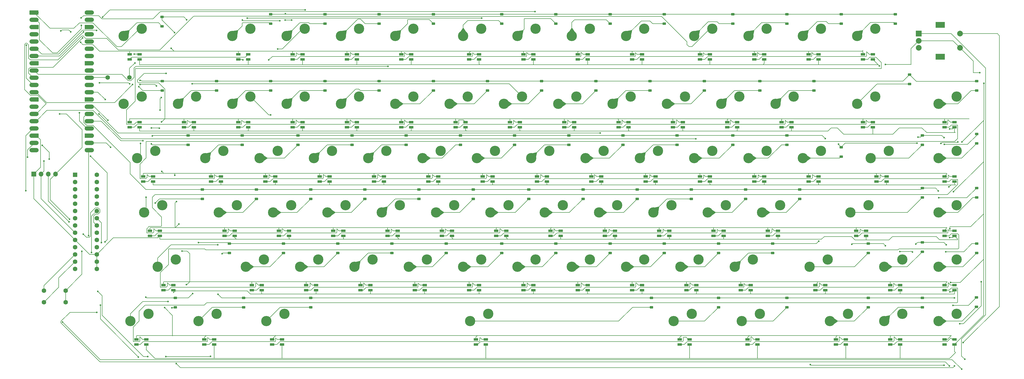
<source format=gbr>
%TF.GenerationSoftware,KiCad,Pcbnew,9.0.7*%
%TF.CreationDate,2026-01-25T14:01:01+00:00*%
%TF.ProjectId,pcb,7063622e-6b69-4636-9164-5f7063625858,rev?*%
%TF.SameCoordinates,Original*%
%TF.FileFunction,Copper,L1,Top*%
%TF.FilePolarity,Positive*%
%FSLAX46Y46*%
G04 Gerber Fmt 4.6, Leading zero omitted, Abs format (unit mm)*
G04 Created by KiCad (PCBNEW 9.0.7) date 2026-01-25 14:01:01*
%MOMM*%
%LPD*%
G01*
G04 APERTURE LIST*
G04 Aperture macros list*
%AMRoundRect*
0 Rectangle with rounded corners*
0 $1 Rounding radius*
0 $2 $3 $4 $5 $6 $7 $8 $9 X,Y pos of 4 corners*
0 Add a 4 corners polygon primitive as box body*
4,1,4,$2,$3,$4,$5,$6,$7,$8,$9,$2,$3,0*
0 Add four circle primitives for the rounded corners*
1,1,$1+$1,$2,$3*
1,1,$1+$1,$4,$5*
1,1,$1+$1,$6,$7*
1,1,$1+$1,$8,$9*
0 Add four rect primitives between the rounded corners*
20,1,$1+$1,$2,$3,$4,$5,0*
20,1,$1+$1,$4,$5,$6,$7,0*
20,1,$1+$1,$6,$7,$8,$9,0*
20,1,$1+$1,$8,$9,$2,$3,0*%
%AMFreePoly0*
4,1,37,0.800000,0.796148,0.878414,0.796148,1.032228,0.765552,1.177117,0.705537,1.307515,0.618408,1.418408,0.507515,1.505537,0.377117,1.565552,0.232228,1.596148,0.078414,1.596148,-0.078414,1.565552,-0.232228,1.505537,-0.377117,1.418408,-0.507515,1.307515,-0.618408,1.177117,-0.705537,1.032228,-0.765552,0.878414,-0.796148,0.800000,-0.796148,0.800000,-0.800000,-1.400000,-0.800000,
-1.403843,-0.796157,-1.439018,-0.796157,-1.511114,-0.766294,-1.566294,-0.711114,-1.596157,-0.639018,-1.596157,-0.603843,-1.600000,-0.600000,-1.600000,0.600000,-1.596157,0.603843,-1.596157,0.639018,-1.566294,0.711114,-1.511114,0.766294,-1.439018,0.796157,-1.403843,0.796157,-1.400000,0.800000,0.800000,0.800000,0.800000,0.796148,0.800000,0.796148,$1*%
%AMFreePoly1*
4,1,37,1.403843,0.796157,1.439018,0.796157,1.511114,0.766294,1.566294,0.711114,1.596157,0.639018,1.596157,0.603843,1.600000,0.600000,1.600000,-0.600000,1.596157,-0.603843,1.596157,-0.639018,1.566294,-0.711114,1.511114,-0.766294,1.439018,-0.796157,1.403843,-0.796157,1.400000,-0.800000,-0.800000,-0.800000,-0.800000,-0.796148,-0.878414,-0.796148,-1.032228,-0.765552,-1.177117,-0.705537,
-1.307515,-0.618408,-1.418408,-0.507515,-1.505537,-0.377117,-1.565552,-0.232228,-1.596148,-0.078414,-1.596148,0.078414,-1.565552,0.232228,-1.505537,0.377117,-1.418408,0.507515,-1.307515,0.618408,-1.177117,0.705537,-1.032228,0.765552,-0.878414,0.796148,-0.800000,0.796148,-0.800000,0.800000,1.400000,0.800000,1.403843,0.796157,1.403843,0.796157,$1*%
%AMFreePoly2*
4,1,37,0.603843,0.796157,0.639018,0.796157,0.711114,0.766294,0.766294,0.711114,0.796157,0.639018,0.796157,0.603843,0.800000,0.600000,0.800000,-0.600000,0.796157,-0.603843,0.796157,-0.639018,0.766294,-0.711114,0.711114,-0.766294,0.639018,-0.796157,0.603843,-0.796157,0.600000,-0.800000,0.000000,-0.800000,0.000000,-0.796148,-0.078414,-0.796148,-0.232228,-0.765552,-0.377117,-0.705537,
-0.507515,-0.618408,-0.618408,-0.507515,-0.705537,-0.377117,-0.765552,-0.232228,-0.796148,-0.078414,-0.796148,0.078414,-0.765552,0.232228,-0.705537,0.377117,-0.618408,0.507515,-0.507515,0.618408,-0.377117,0.705537,-0.232228,0.765552,-0.078414,0.796148,0.000000,0.796148,0.000000,0.800000,0.600000,0.800000,0.603843,0.796157,0.603843,0.796157,$1*%
%AMFreePoly3*
4,1,37,0.000000,0.796148,0.078414,0.796148,0.232228,0.765552,0.377117,0.705537,0.507515,0.618408,0.618408,0.507515,0.705537,0.377117,0.765552,0.232228,0.796148,0.078414,0.796148,-0.078414,0.765552,-0.232228,0.705537,-0.377117,0.618408,-0.507515,0.507515,-0.618408,0.377117,-0.705537,0.232228,-0.765552,0.078414,-0.796148,0.000000,-0.796148,0.000000,-0.800000,-0.600000,-0.800000,
-0.603843,-0.796157,-0.639018,-0.796157,-0.711114,-0.766294,-0.766294,-0.711114,-0.796157,-0.639018,-0.796157,-0.603843,-0.800000,-0.600000,-0.800000,0.600000,-0.796157,0.603843,-0.796157,0.639018,-0.766294,0.711114,-0.711114,0.766294,-0.639018,0.796157,-0.603843,0.796157,-0.600000,0.800000,0.000000,0.800000,0.000000,0.796148,0.000000,0.796148,$1*%
G04 Aperture macros list end*
%TA.AperFunction,SMDPad,CuDef*%
%ADD10R,1.600000X0.850000*%
%TD*%
%TA.AperFunction,ComponentPad*%
%ADD11C,3.600000*%
%TD*%
%TA.AperFunction,SMDPad,CuDef*%
%ADD12RoundRect,0.225000X-0.375000X0.225000X-0.375000X-0.225000X0.375000X-0.225000X0.375000X0.225000X0*%
%TD*%
%TA.AperFunction,SMDPad,CuDef*%
%ADD13FreePoly0,0.000000*%
%TD*%
%TA.AperFunction,ComponentPad*%
%ADD14RoundRect,0.200000X-0.600000X-0.600000X0.600000X-0.600000X0.600000X0.600000X-0.600000X0.600000X0*%
%TD*%
%TA.AperFunction,SMDPad,CuDef*%
%ADD15RoundRect,0.800000X-0.800000X-0.000010X0.800000X-0.000010X0.800000X0.000010X-0.800000X0.000010X0*%
%TD*%
%TA.AperFunction,ComponentPad*%
%ADD16C,1.600000*%
%TD*%
%TA.AperFunction,SMDPad,CuDef*%
%ADD17FreePoly1,0.000000*%
%TD*%
%TA.AperFunction,ComponentPad*%
%ADD18FreePoly2,0.000000*%
%TD*%
%TA.AperFunction,ComponentPad*%
%ADD19FreePoly3,0.000000*%
%TD*%
%TA.AperFunction,ComponentPad*%
%ADD20R,2.000000X2.000000*%
%TD*%
%TA.AperFunction,ComponentPad*%
%ADD21C,2.000000*%
%TD*%
%TA.AperFunction,ComponentPad*%
%ADD22R,3.200000X2.000000*%
%TD*%
%TA.AperFunction,ComponentPad*%
%ADD23RoundRect,0.250000X-0.550000X-0.550000X0.550000X-0.550000X0.550000X0.550000X-0.550000X0.550000X0*%
%TD*%
%TA.AperFunction,ComponentPad*%
%ADD24R,1.700000X1.700000*%
%TD*%
%TA.AperFunction,ComponentPad*%
%ADD25O,1.700000X1.700000*%
%TD*%
%TA.AperFunction,ViaPad*%
%ADD26C,0.600000*%
%TD*%
%TA.AperFunction,Conductor*%
%ADD27C,0.200000*%
%TD*%
G04 APERTURE END LIST*
D10*
%TO.P,e23,1,VDD*%
%TO.N,+5V*%
X231612500Y-56275000D03*
%TO.P,e23,2,DOUT*%
%TO.N,Net-(e23-DOUT)*%
X231612500Y-58025000D03*
%TO.P,e23,3,VSS*%
%TO.N,GND*%
X235112500Y-58025000D03*
%TO.P,e23,4,DIN*%
%TO.N,Net-(e22-DOUT)*%
X235112500Y-56275000D03*
%TD*%
D11*
%TO.P,SW49,1,1*%
%TO.N,Net-(D49-A)*%
X277177500Y-68897500D03*
%TO.P,SW49,2,2*%
%TO.N,c11*%
X283527500Y-66357500D03*
%TD*%
D12*
%TO.P,D22,1,K*%
%TO.N,r2*%
X223725000Y-41887500D03*
%TO.P,D22,2,A*%
%TO.N,Net-(D22-A)*%
X223725000Y-45187500D03*
%TD*%
D11*
%TO.P,SW77,1,1*%
%TO.N,Net-(D77-A)*%
X291465000Y-106997500D03*
%TO.P,SW77,2,2*%
%TO.N,c11*%
X297815000Y-104457500D03*
%TD*%
D10*
%TO.P,e25,1,VDD*%
%TO.N,+5V*%
X269712500Y-56275000D03*
%TO.P,e25,2,DOUT*%
%TO.N,Net-(e25-DOUT)*%
X269712500Y-58025000D03*
%TO.P,e25,3,VSS*%
%TO.N,GND*%
X273212500Y-58025000D03*
%TO.P,e25,4,DIN*%
%TO.N,Net-(e24-DOUT)*%
X273212500Y-56275000D03*
%TD*%
%TO.P,e36,1,VDD*%
%TO.N,+5V*%
X203037500Y-75325000D03*
%TO.P,e36,2,DOUT*%
%TO.N,Net-(e36-DOUT)*%
X203037500Y-77075000D03*
%TO.P,e36,3,VSS*%
%TO.N,GND*%
X206537500Y-77075000D03*
%TO.P,e36,4,DIN*%
%TO.N,Net-(e35-DOUT)*%
X206537500Y-75325000D03*
%TD*%
D12*
%TO.P,D72,1,K*%
%TO.N,r4*%
X376225000Y-79387500D03*
%TO.P,D72,2,A*%
%TO.N,Net-(D72-A)*%
X376225000Y-82687500D03*
%TD*%
D13*
%TO.P,A1,1,GPIO0*%
%TO.N,c1*%
X45713750Y-17780000D03*
D14*
X46513750Y-17780000D03*
D15*
%TO.P,A1,2,GPIO1*%
%TO.N,c2*%
X45713750Y-20320000D03*
D16*
X46513750Y-20320000D03*
D17*
%TO.P,A1,3,GND*%
%TO.N,GND*%
X45713750Y-22860000D03*
D18*
X46513750Y-22860000D03*
D15*
%TO.P,A1,4,GPIO2*%
%TO.N,sda*%
X45713750Y-25400000D03*
D16*
X46513750Y-25400000D03*
D15*
%TO.P,A1,5,GPIO3*%
%TO.N,scl*%
X45713750Y-27940000D03*
D16*
X46513750Y-27940000D03*
D15*
%TO.P,A1,6,GPIO4*%
%TO.N,c3*%
X45713750Y-30480000D03*
D16*
X46513750Y-30480000D03*
D15*
%TO.P,A1,7,GPIO5*%
%TO.N,c4*%
X45713750Y-33020000D03*
D16*
X46513750Y-33020000D03*
D17*
%TO.P,A1,8,GND*%
%TO.N,GND*%
X45713750Y-35560000D03*
D18*
X46513750Y-35560000D03*
D15*
%TO.P,A1,9,GPIO6*%
%TO.N,c5*%
X45713750Y-38100000D03*
D16*
X46513750Y-38100000D03*
D15*
%TO.P,A1,10,GPIO7*%
%TO.N,c6*%
X45713750Y-40640000D03*
D16*
X46513750Y-40640000D03*
D15*
%TO.P,A1,11,GPIO8*%
%TO.N,c7*%
X45713750Y-43180000D03*
D16*
X46513750Y-43180000D03*
D15*
%TO.P,A1,12,GPIO9*%
%TO.N,c8*%
X45713750Y-45720000D03*
D16*
X46513750Y-45720000D03*
D17*
%TO.P,A1,13,GND*%
%TO.N,GND*%
X45713750Y-48260000D03*
D18*
X46513750Y-48260000D03*
D15*
%TO.P,A1,14,GPIO10*%
%TO.N,c9*%
X45713750Y-50800000D03*
D16*
X46513750Y-50800000D03*
D15*
%TO.P,A1,15,GPIO11*%
%TO.N,c10*%
X45713750Y-53340000D03*
D16*
X46513750Y-53340000D03*
D15*
%TO.P,A1,16,GPIO12*%
%TO.N,c11*%
X45713750Y-55880000D03*
D16*
X46513750Y-55880000D03*
D15*
%TO.P,A1,17,GPIO13*%
%TO.N,c12*%
X45713750Y-58420000D03*
D16*
X46513750Y-58420000D03*
D17*
%TO.P,A1,18,GND*%
%TO.N,GND*%
X45713750Y-60960000D03*
D18*
X46513750Y-60960000D03*
D15*
%TO.P,A1,19,GPIO14*%
%TO.N,c13*%
X45713750Y-63500000D03*
D16*
X46513750Y-63500000D03*
D15*
%TO.P,A1,20,GPIO15*%
%TO.N,c14*%
X45713750Y-66040000D03*
D16*
X46513750Y-66040000D03*
%TO.P,A1,21,GPIO16*%
%TO.N,c15*%
X64293750Y-66040000D03*
D15*
X65093750Y-66040000D03*
D16*
%TO.P,A1,22,GPIO17*%
%TO.N,r1*%
X64293750Y-63500000D03*
D15*
X65093750Y-63500000D03*
D19*
%TO.P,A1,23,GND*%
%TO.N,GND*%
X64293750Y-60960000D03*
D13*
X65093750Y-60960000D03*
D16*
%TO.P,A1,24,GPIO18*%
%TO.N,r2*%
X64293750Y-58420000D03*
D15*
X65093750Y-58420000D03*
D16*
%TO.P,A1,25,GPIO19*%
%TO.N,r3*%
X64293750Y-55880000D03*
D15*
X65093750Y-55880000D03*
D16*
%TO.P,A1,26,GPIO20*%
%TO.N,r4*%
X64293750Y-53340000D03*
D15*
X65093750Y-53340000D03*
D16*
%TO.P,A1,27,GPIO21*%
%TO.N,r5*%
X64293750Y-50800000D03*
D15*
X65093750Y-50800000D03*
D19*
%TO.P,A1,28,GND*%
%TO.N,GND*%
X64293750Y-48260000D03*
D13*
X65093750Y-48260000D03*
D16*
%TO.P,A1,29,GPIO22*%
%TO.N,r6*%
X64293750Y-45720000D03*
D15*
X65093750Y-45720000D03*
D16*
%TO.P,A1,30,RUN*%
%TO.N,unconnected-(A1-RUN-Pad30)*%
X64293750Y-43180000D03*
D15*
X65093750Y-43180000D03*
D16*
%TO.P,A1,31,GPIO26_ADC0*%
%TO.N,Net-(A1-GPIO26_ADC0)*%
X64293750Y-40640000D03*
D15*
X65093750Y-40640000D03*
D16*
%TO.P,A1,32,GPIO27_ADC1*%
%TO.N,unconnected-(A1-GPIO27_ADC1-Pad32)*%
X64293750Y-38100000D03*
D15*
X65093750Y-38100000D03*
D19*
%TO.P,A1,33,AGND*%
%TO.N,unconnected-(A1-AGND-Pad33)*%
X64293750Y-35560000D03*
D13*
X65093750Y-35560000D03*
D16*
%TO.P,A1,34,GPIO28_ADC2*%
%TO.N,unconnected-(A1-GPIO28_ADC2-Pad34)*%
X64293750Y-33020000D03*
D15*
X65093750Y-33020000D03*
D16*
%TO.P,A1,35,ADC_VREF*%
%TO.N,unconnected-(A1-ADC_VREF-Pad35)*%
X64293750Y-30480000D03*
D15*
X65093750Y-30480000D03*
D16*
%TO.P,A1,36,3V3*%
%TO.N,+3.3V*%
X64293750Y-27940000D03*
D15*
X65093750Y-27940000D03*
D16*
%TO.P,A1,37,3V3_EN*%
%TO.N,unconnected-(A1-3V3_EN-Pad37)*%
X64293750Y-25400000D03*
D15*
X65093750Y-25400000D03*
D19*
%TO.P,A1,38,GND*%
%TO.N,GND*%
X64293750Y-22860000D03*
D13*
X65093750Y-22860000D03*
D16*
%TO.P,A1,39,VSYS*%
%TO.N,unconnected-(A1-VSYS-Pad39)*%
X64293750Y-20320000D03*
D15*
X65093750Y-20320000D03*
D16*
%TO.P,A1,40,VBUS*%
%TO.N,+5V*%
X64293750Y-17780000D03*
D15*
X65093750Y-17780000D03*
%TD*%
D12*
%TO.P,D12,1,K*%
%TO.N,r1*%
X328725000Y-18387500D03*
%TO.P,D12,2,A*%
%TO.N,Net-(D12-A)*%
X328725000Y-21687500D03*
%TD*%
D10*
%TO.P,e50,1,VDD*%
%TO.N,+5V*%
X188750000Y-94375000D03*
%TO.P,e50,2,DOUT*%
%TO.N,Net-(e50-DOUT)*%
X188750000Y-96125000D03*
%TO.P,e50,3,VSS*%
%TO.N,GND*%
X192250000Y-96125000D03*
%TO.P,e50,4,DIN*%
%TO.N,Net-(e49-DOUT)*%
X192250000Y-94375000D03*
%TD*%
D12*
%TO.P,D70,1,K*%
%TO.N,r3*%
X376225000Y-60387500D03*
%TO.P,D70,2,A*%
%TO.N,Net-(D70-A)*%
X376225000Y-63687500D03*
%TD*%
%TO.P,D30,1,K*%
%TO.N,r4*%
X104725000Y-79887500D03*
%TO.P,D30,2,A*%
%TO.N,Net-(D30-A)*%
X104725000Y-83187500D03*
%TD*%
%TO.P,D28,1,K*%
%TO.N,r2*%
X352725000Y-39562500D03*
%TO.P,D28,2,A*%
%TO.N,Net-(D28-A)*%
X352725000Y-42862500D03*
%TD*%
D10*
%TO.P,e81,1,VDD*%
%TO.N,+5V*%
X364962500Y-132475000D03*
%TO.P,e81,2,DOUT*%
%TO.N,unconnected-(e81-DOUT-Pad2)*%
X364962500Y-134225000D03*
%TO.P,e81,3,VSS*%
%TO.N,GND*%
X368462500Y-134225000D03*
%TO.P,e81,4,DIN*%
%TO.N,Net-(e80-DOUT)*%
X368462500Y-132475000D03*
%TD*%
D11*
%TO.P,SW85,1,1*%
%TO.N,Net-(D85-A)*%
X362902500Y-106997500D03*
%TO.P,SW85,2,2*%
%TO.N,c15*%
X369252500Y-104457500D03*
%TD*%
%TO.P,SW22,1,1*%
%TO.N,Net-(D22-A)*%
X210502500Y-49847500D03*
%TO.P,SW22,2,2*%
%TO.N,c8*%
X216852500Y-47307500D03*
%TD*%
D12*
%TO.P,D35,1,K*%
%TO.N,r3*%
X157225000Y-60887500D03*
%TO.P,D35,2,A*%
%TO.N,Net-(D35-A)*%
X157225000Y-64187500D03*
%TD*%
%TO.P,D23,1,K*%
%TO.N,r2*%
X242725000Y-41887500D03*
%TO.P,D23,2,A*%
%TO.N,Net-(D23-A)*%
X242725000Y-45187500D03*
%TD*%
D10*
%TO.P,e64,1,VDD*%
%TO.N,+5V*%
X198275000Y-113425000D03*
%TO.P,e64,2,DOUT*%
%TO.N,Net-(e64-DOUT)*%
X198275000Y-115175000D03*
%TO.P,e64,3,VSS*%
%TO.N,GND*%
X201775000Y-115175000D03*
%TO.P,e64,4,DIN*%
%TO.N,Net-(e63-DOUT)*%
X201775000Y-113425000D03*
%TD*%
D12*
%TO.P,D41,1,K*%
%TO.N,r3*%
X214225000Y-60887500D03*
%TO.P,D41,2,A*%
%TO.N,Net-(D41-A)*%
X214225000Y-64187500D03*
%TD*%
%TO.P,D25,1,K*%
%TO.N,r2*%
X280725000Y-41887500D03*
%TO.P,D25,2,A*%
%TO.N,Net-(D25-A)*%
X280725000Y-45187500D03*
%TD*%
D11*
%TO.P,SW8,1,1*%
%TO.N,Net-(D8-A)*%
X234315000Y-26035000D03*
%TO.P,SW8,2,2*%
%TO.N,c8*%
X240665000Y-23495000D03*
%TD*%
D12*
%TO.P,D3,1,K*%
%TO.N,r1*%
X147725000Y-18387500D03*
%TO.P,D3,2,A*%
%TO.N,Net-(D3-A)*%
X147725000Y-21687500D03*
%TD*%
D11*
%TO.P,SW52,1,1*%
%TO.N,Net-(D52-A)*%
X300990000Y-87947500D03*
%TO.P,SW52,2,2*%
%TO.N,c12*%
X307340000Y-85407500D03*
%TD*%
%TO.P,SW39,1,1*%
%TO.N,Net-(D39-A)*%
X181927500Y-68897500D03*
%TO.P,SW39,2,2*%
%TO.N,c6*%
X188277500Y-66357500D03*
%TD*%
%TO.P,SW25,1,1*%
%TO.N,Net-(D25-A)*%
X267652500Y-49847500D03*
%TO.P,SW25,2,2*%
%TO.N,c11*%
X274002500Y-47307500D03*
%TD*%
D10*
%TO.P,e6,1,VDD*%
%TO.N,+5V*%
X198275000Y-32462500D03*
%TO.P,e6,2,DOUT*%
%TO.N,Net-(e6-DOUT)*%
X198275000Y-34212500D03*
%TO.P,e6,3,VSS*%
%TO.N,GND*%
X201775000Y-34212500D03*
%TO.P,e6,4,DIN*%
%TO.N,Net-(e5-DOUT)*%
X201775000Y-32462500D03*
%TD*%
D12*
%TO.P,D19,1,K*%
%TO.N,r2*%
X166725000Y-41887500D03*
%TO.P,D19,2,A*%
%TO.N,Net-(D19-A)*%
X166725000Y-45187500D03*
%TD*%
D11*
%TO.P,SW65,1,1*%
%TO.N,Net-(D65-A)*%
X177165000Y-106997500D03*
%TO.P,SW65,2,2*%
%TO.N,c5*%
X183515000Y-104457500D03*
%TD*%
D12*
%TO.P,D68,1,K*%
%TO.N,r2*%
X376225000Y-41887500D03*
%TO.P,D68,2,A*%
%TO.N,Net-(D68-A)*%
X376225000Y-45187500D03*
%TD*%
D11*
%TO.P,SW55,1,1*%
%TO.N,Net-(D55-A)*%
X339090000Y-68897500D03*
%TO.P,SW55,2,2*%
%TO.N,c14*%
X345440000Y-66357500D03*
%TD*%
%TO.P,SW41,1,1*%
%TO.N,Net-(D41-A)*%
X200977500Y-68897500D03*
%TO.P,SW41,2,2*%
%TO.N,c7*%
X207327500Y-66357500D03*
%TD*%
D10*
%TO.P,e46,1,VDD*%
%TO.N,+5V*%
X112550000Y-94375000D03*
%TO.P,e46,2,DOUT*%
%TO.N,Net-(e46-DOUT)*%
X112550000Y-96125000D03*
%TO.P,e46,3,VSS*%
%TO.N,GND*%
X116050000Y-96125000D03*
%TO.P,e46,4,DIN*%
%TO.N,Net-(e45-DOUT)*%
X116050000Y-94375000D03*
%TD*%
D12*
%TO.P,D67,1,K*%
%TO.N,r5*%
X209725000Y-98887500D03*
%TO.P,D67,2,A*%
%TO.N,Net-(D67-A)*%
X209725000Y-102187500D03*
%TD*%
D10*
%TO.P,e31,1,VDD*%
%TO.N,+5V*%
X107787500Y-75325000D03*
%TO.P,e31,2,DOUT*%
%TO.N,Net-(e31-DOUT)*%
X107787500Y-77075000D03*
%TO.P,e31,3,VSS*%
%TO.N,GND*%
X111287500Y-77075000D03*
%TO.P,e31,4,DIN*%
%TO.N,Net-(e30-DOUT)*%
X111287500Y-75325000D03*
%TD*%
D12*
%TO.P,D42,1,K*%
%TO.N,r4*%
X219225000Y-79887500D03*
%TO.P,D42,2,A*%
%TO.N,Net-(D42-A)*%
X219225000Y-83187500D03*
%TD*%
%TO.P,D37,1,K*%
%TO.N,r3*%
X176225000Y-60887500D03*
%TO.P,D37,2,A*%
%TO.N,Net-(D37-A)*%
X176225000Y-64187500D03*
%TD*%
D11*
%TO.P,SW50,1,1*%
%TO.N,Net-(D50-A)*%
X281940000Y-87947500D03*
%TO.P,SW50,2,2*%
%TO.N,c11*%
X288290000Y-85407500D03*
%TD*%
%TO.P,SW76,1,1*%
%TO.N,Net-(D76-A)*%
X293846250Y-126047500D03*
%TO.P,SW76,2,2*%
%TO.N,c10*%
X300196250Y-123507500D03*
%TD*%
D10*
%TO.P,e5,1,VDD*%
%TO.N,+5V*%
X174462500Y-32462500D03*
%TO.P,e5,2,DOUT*%
%TO.N,Net-(e5-DOUT)*%
X174462500Y-34212500D03*
%TO.P,e5,3,VSS*%
%TO.N,GND*%
X177962500Y-34212500D03*
%TO.P,e5,4,DIN*%
%TO.N,Net-(e4-DOUT)*%
X177962500Y-32462500D03*
%TD*%
D12*
%TO.P,D57,1,K*%
%TO.N,r5*%
X114225000Y-98887500D03*
%TO.P,D57,2,A*%
%TO.N,Net-(D57-A)*%
X114225000Y-102187500D03*
%TD*%
%TO.P,D4,1,K*%
%TO.N,r1*%
X166725000Y-18387500D03*
%TO.P,D4,2,A*%
%TO.N,Net-(D4-A)*%
X166725000Y-21687500D03*
%TD*%
%TO.P,D20,1,K*%
%TO.N,r2*%
X185725000Y-41887500D03*
%TO.P,D20,2,A*%
%TO.N,Net-(D20-A)*%
X185725000Y-45187500D03*
%TD*%
D11*
%TO.P,SW79,1,1*%
%TO.N,Net-(D79-A)*%
X317658750Y-106997500D03*
%TO.P,SW79,2,2*%
%TO.N,c12*%
X324008750Y-104457500D03*
%TD*%
D10*
%TO.P,e41,1,VDD*%
%TO.N,+5V*%
X298287500Y-75325000D03*
%TO.P,e41,2,DOUT*%
%TO.N,Net-(e41-DOUT)*%
X298287500Y-77075000D03*
%TO.P,e41,3,VSS*%
%TO.N,GND*%
X301787500Y-77075000D03*
%TO.P,e41,4,DIN*%
%TO.N,Net-(e40-DOUT)*%
X301787500Y-75325000D03*
%TD*%
D11*
%TO.P,SW36,1,1*%
%TO.N,Net-(D36-A)*%
X148590000Y-87947500D03*
%TO.P,SW36,2,2*%
%TO.N,c4*%
X154940000Y-85407500D03*
%TD*%
%TO.P,SW10,1,1*%
%TO.N,Net-(D10-A)*%
X277177500Y-26035000D03*
%TO.P,SW10,2,2*%
%TO.N,c10*%
X283527500Y-23495000D03*
%TD*%
D10*
%TO.P,e58,1,VDD*%
%TO.N,+5V*%
X364962500Y-94375000D03*
%TO.P,e58,2,DOUT*%
%TO.N,Net-(e58-DOUT)*%
X364962500Y-96125000D03*
%TO.P,e58,3,VSS*%
%TO.N,GND*%
X368462500Y-96125000D03*
%TO.P,e58,4,DIN*%
%TO.N,Net-(e57-DOUT)*%
X368462500Y-94375000D03*
%TD*%
%TO.P,e65,1,VDD*%
%TO.N,+5V*%
X217325000Y-113425000D03*
%TO.P,e65,2,DOUT*%
%TO.N,Net-(e65-DOUT)*%
X217325000Y-115175000D03*
%TO.P,e65,3,VSS*%
%TO.N,GND*%
X220825000Y-115175000D03*
%TO.P,e65,4,DIN*%
%TO.N,Net-(e64-DOUT)*%
X220825000Y-113425000D03*
%TD*%
%TO.P,e8,1,VDD*%
%TO.N,+5V*%
X236375000Y-32462500D03*
%TO.P,e8,2,DOUT*%
%TO.N,Net-(e8-DOUT)*%
X236375000Y-34212500D03*
%TO.P,e8,3,VSS*%
%TO.N,GND*%
X239875000Y-34212500D03*
%TO.P,e8,4,DIN*%
%TO.N,Net-(e7-DOUT)*%
X239875000Y-32462500D03*
%TD*%
%TO.P,e9,1,VDD*%
%TO.N,+5V*%
X255425000Y-32462500D03*
%TO.P,e9,2,DOUT*%
%TO.N,Net-(e10-DIN)*%
X255425000Y-34212500D03*
%TO.P,e9,3,VSS*%
%TO.N,GND*%
X258925000Y-34212500D03*
%TO.P,e9,4,DIN*%
%TO.N,Net-(e8-DOUT)*%
X258925000Y-32462500D03*
%TD*%
D12*
%TO.P,D49,1,K*%
%TO.N,r3*%
X290725000Y-60887500D03*
%TO.P,D49,2,A*%
%TO.N,Net-(D49-A)*%
X290725000Y-64187500D03*
%TD*%
%TO.P,D77,1,K*%
%TO.N,r5*%
X304725000Y-98887500D03*
%TO.P,D77,2,A*%
%TO.N,Net-(D77-A)*%
X304725000Y-102187500D03*
%TD*%
D10*
%TO.P,e29,1,VDD*%
%TO.N,+5V*%
X364962500Y-56275000D03*
%TO.P,e29,2,DOUT*%
%TO.N,Net-(e29-DOUT)*%
X364962500Y-58025000D03*
%TO.P,e29,3,VSS*%
%TO.N,GND*%
X368462500Y-58025000D03*
%TO.P,e29,4,DIN*%
%TO.N,Net-(e28-DOUT)*%
X368462500Y-56275000D03*
%TD*%
D12*
%TO.P,D76,1,K*%
%TO.N,r6*%
X309725000Y-117887500D03*
%TO.P,D76,2,A*%
%TO.N,Net-(D76-A)*%
X309725000Y-121187500D03*
%TD*%
D11*
%TO.P,SW82,1,1*%
%TO.N,Net-(D82-A)*%
X343852500Y-126047500D03*
%TO.P,SW82,2,2*%
%TO.N,c13*%
X350202500Y-123507500D03*
%TD*%
D12*
%TO.P,D18,1,K*%
%TO.N,r2*%
X147725000Y-41887500D03*
%TO.P,D18,2,A*%
%TO.N,Net-(D18-A)*%
X147725000Y-45187500D03*
%TD*%
D10*
%TO.P,e22,1,VDD*%
%TO.N,+5V*%
X212562500Y-56275000D03*
%TO.P,e22,2,DOUT*%
%TO.N,Net-(e22-DOUT)*%
X212562500Y-58025000D03*
%TO.P,e22,3,VSS*%
%TO.N,GND*%
X216062500Y-58025000D03*
%TO.P,e22,4,DIN*%
%TO.N,Net-(e21-DOUT)*%
X216062500Y-56275000D03*
%TD*%
%TO.P,e12,1,VDD*%
%TO.N,+5V*%
X317337500Y-32462500D03*
%TO.P,e12,2,DOUT*%
%TO.N,Net-(e12-DOUT)*%
X317337500Y-34212500D03*
%TO.P,e12,3,VSS*%
%TO.N,GND*%
X320837500Y-34212500D03*
%TO.P,e12,4,DIN*%
%TO.N,Net-(e11-DOUT)*%
X320837500Y-32462500D03*
%TD*%
D20*
%TO.P,SW14,A,A*%
%TO.N,a*%
X355940000Y-25200000D03*
D21*
%TO.P,SW14,B,B*%
%TO.N,b*%
X355940000Y-30200000D03*
%TO.P,SW14,C,C*%
%TO.N,GND*%
X355940000Y-27700000D03*
D22*
%TO.P,SW14,MP*%
%TO.N,N/C*%
X363440000Y-22100000D03*
X363440000Y-33300000D03*
D21*
%TO.P,SW14,S1,S1*%
%TO.N,GND*%
X370440000Y-30200000D03*
%TO.P,SW14,S2,S2*%
%TO.N,reSwitch*%
X370440000Y-25200000D03*
%TD*%
D11*
%TO.P,SW86,1,1*%
%TO.N,Net-(D86-A)*%
X362902500Y-126047500D03*
%TO.P,SW86,2,2*%
%TO.N,c15*%
X369252500Y-123507500D03*
%TD*%
D10*
%TO.P,e53,1,VDD*%
%TO.N,+5V*%
X245900000Y-94375000D03*
%TO.P,e53,2,DOUT*%
%TO.N,Net-(e53-DOUT)*%
X245900000Y-96125000D03*
%TO.P,e53,3,VSS*%
%TO.N,GND*%
X249400000Y-96125000D03*
%TO.P,e53,4,DIN*%
%TO.N,Net-(e52-DOUT)*%
X249400000Y-94375000D03*
%TD*%
%TO.P,e38,1,VDD*%
%TO.N,+5V*%
X241137500Y-75325000D03*
%TO.P,e38,2,DOUT*%
%TO.N,Net-(e38-DOUT)*%
X241137500Y-77075000D03*
%TO.P,e38,3,VSS*%
%TO.N,GND*%
X244637500Y-77075000D03*
%TO.P,e38,4,DIN*%
%TO.N,Net-(e37-DOUT)*%
X244637500Y-75325000D03*
%TD*%
%TO.P,e56,1,VDD*%
%TO.N,+5V*%
X303050000Y-94375000D03*
%TO.P,e56,2,DOUT*%
%TO.N,Net-(e56-DOUT)*%
X303050000Y-96125000D03*
%TO.P,e56,3,VSS*%
%TO.N,GND*%
X306550000Y-96125000D03*
%TO.P,e56,4,DIN*%
%TO.N,Net-(e55-DOUT)*%
X306550000Y-94375000D03*
%TD*%
D11*
%TO.P,SW63,1,1*%
%TO.N,Net-(D63-A)*%
X158115000Y-106997500D03*
%TO.P,SW63,2,2*%
%TO.N,c4*%
X164465000Y-104457500D03*
%TD*%
D12*
%TO.P,D63,1,K*%
%TO.N,r5*%
X171225000Y-98887500D03*
%TO.P,D63,2,A*%
%TO.N,Net-(D63-A)*%
X171225000Y-102187500D03*
%TD*%
D10*
%TO.P,e11,1,VDD*%
%TO.N,+5V*%
X298287500Y-32462500D03*
%TO.P,e11,2,DOUT*%
%TO.N,Net-(e11-DOUT)*%
X298287500Y-34212500D03*
%TO.P,e11,3,VSS*%
%TO.N,GND*%
X301787500Y-34212500D03*
%TO.P,e11,4,DIN*%
%TO.N,Net-(e10-DOUT)*%
X301787500Y-32462500D03*
%TD*%
D12*
%TO.P,D53,1,K*%
%TO.N,r3*%
X328725000Y-65025000D03*
%TO.P,D53,2,A*%
%TO.N,Net-(D53-A)*%
X328725000Y-68325000D03*
%TD*%
%TO.P,D2,1,K*%
%TO.N,r1*%
X128725000Y-18387500D03*
%TO.P,D2,2,A*%
%TO.N,Net-(D2-A)*%
X128725000Y-21687500D03*
%TD*%
D10*
%TO.P,e40,1,VDD*%
%TO.N,+5V*%
X279237500Y-75325000D03*
%TO.P,e40,2,DOUT*%
%TO.N,Net-(e40-DOUT)*%
X279237500Y-77075000D03*
%TO.P,e40,3,VSS*%
%TO.N,GND*%
X282737500Y-77075000D03*
%TO.P,e40,4,DIN*%
%TO.N,Net-(e39-DOUT)*%
X282737500Y-75325000D03*
%TD*%
D11*
%TO.P,SW2,1,1*%
%TO.N,Net-(D2-A)*%
X115252500Y-26035000D03*
%TO.P,SW2,2,2*%
%TO.N,c2*%
X121602500Y-23495000D03*
%TD*%
D10*
%TO.P,e21,1,VDD*%
%TO.N,+5V*%
X193512500Y-56275000D03*
%TO.P,e21,2,DOUT*%
%TO.N,Net-(e21-DOUT)*%
X193512500Y-58025000D03*
%TO.P,e21,3,VSS*%
%TO.N,GND*%
X197012500Y-58025000D03*
%TO.P,e21,4,DIN*%
%TO.N,Net-(e20-DOUT)*%
X197012500Y-56275000D03*
%TD*%
D11*
%TO.P,SW45,1,1*%
%TO.N,Net-(D45-A)*%
X239077500Y-68897500D03*
%TO.P,SW45,2,2*%
%TO.N,c9*%
X245427500Y-66357500D03*
%TD*%
D12*
%TO.P,D10,1,K*%
%TO.N,r1*%
X290725000Y-18387500D03*
%TO.P,D10,2,A*%
%TO.N,Net-(D10-A)*%
X290725000Y-21687500D03*
%TD*%
D10*
%TO.P,e19,1,VDD*%
%TO.N,+5V*%
X155412500Y-56275000D03*
%TO.P,e19,2,DOUT*%
%TO.N,Net-(e19-DOUT)*%
X155412500Y-58025000D03*
%TO.P,e19,3,VSS*%
%TO.N,GND*%
X158912500Y-58025000D03*
%TO.P,e19,4,DIN*%
%TO.N,Net-(e18-DOUT)*%
X158912500Y-56275000D03*
%TD*%
D12*
%TO.P,D71,1,K*%
%TO.N,r5*%
X247725000Y-98887500D03*
%TO.P,D71,2,A*%
%TO.N,Net-(D71-A)*%
X247725000Y-102187500D03*
%TD*%
%TO.P,D34,1,K*%
%TO.N,r4*%
X142725000Y-79887500D03*
%TO.P,D34,2,A*%
%TO.N,Net-(D34-A)*%
X142725000Y-83187500D03*
%TD*%
%TO.P,D62,1,K*%
%TO.N,r6*%
X142725000Y-117887500D03*
%TO.P,D62,2,A*%
%TO.N,Net-(D62-A)*%
X142725000Y-121187500D03*
%TD*%
%TO.P,D74,1,K*%
%TO.N,r6*%
X285725000Y-117887500D03*
%TO.P,D74,2,A*%
%TO.N,Net-(D74-A)*%
X285725000Y-121187500D03*
%TD*%
D10*
%TO.P,e4,1,VDD*%
%TO.N,+5V*%
X155412500Y-32462500D03*
%TO.P,e4,2,DOUT*%
%TO.N,Net-(e4-DOUT)*%
X155412500Y-34212500D03*
%TO.P,e4,3,VSS*%
%TO.N,GND*%
X158912500Y-34212500D03*
%TO.P,e4,4,DIN*%
%TO.N,Net-(e3-DOUT)*%
X158912500Y-32462500D03*
%TD*%
%TO.P,e48,1,VDD*%
%TO.N,+5V*%
X150650000Y-94375000D03*
%TO.P,e48,2,DOUT*%
%TO.N,Net-(e48-DOUT)*%
X150650000Y-96125000D03*
%TO.P,e48,3,VSS*%
%TO.N,GND*%
X154150000Y-96125000D03*
%TO.P,e48,4,DIN*%
%TO.N,Net-(e47-DOUT)*%
X154150000Y-94375000D03*
%TD*%
D11*
%TO.P,SW31,1,1*%
%TO.N,Net-(D31-A)*%
X105727500Y-68897500D03*
%TO.P,SW31,2,2*%
%TO.N,c2*%
X112077500Y-66357500D03*
%TD*%
D12*
%TO.P,D26,1,K*%
%TO.N,r2*%
X300225000Y-41887500D03*
%TO.P,D26,2,A*%
%TO.N,Net-(D26-A)*%
X300225000Y-45187500D03*
%TD*%
D11*
%TO.P,SW40,1,1*%
%TO.N,Net-(D40-A)*%
X186690000Y-87947500D03*
%TO.P,SW40,2,2*%
%TO.N,c6*%
X193040000Y-85407500D03*
%TD*%
%TO.P,SW67,1,1*%
%TO.N,Net-(D67-A)*%
X196215000Y-106997500D03*
%TO.P,SW67,2,2*%
%TO.N,c6*%
X202565000Y-104457500D03*
%TD*%
D12*
%TO.P,D52,1,K*%
%TO.N,r4*%
X314225000Y-79887500D03*
%TO.P,D52,2,A*%
%TO.N,Net-(D52-A)*%
X314225000Y-83187500D03*
%TD*%
D11*
%TO.P,SW26,1,1*%
%TO.N,Net-(D26-A)*%
X286702500Y-49847500D03*
%TO.P,SW26,2,2*%
%TO.N,c12*%
X293052500Y-47307500D03*
%TD*%
D10*
%TO.P,e54,1,VDD*%
%TO.N,+5V*%
X264950000Y-94375000D03*
%TO.P,e54,2,DOUT*%
%TO.N,Net-(e54-DOUT)*%
X264950000Y-96125000D03*
%TO.P,e54,3,VSS*%
%TO.N,GND*%
X268450000Y-96125000D03*
%TO.P,e54,4,DIN*%
%TO.N,Net-(e53-DOUT)*%
X268450000Y-94375000D03*
%TD*%
D11*
%TO.P,SW7,1,1*%
%TO.N,Net-(D7-A)*%
X215265000Y-26035000D03*
%TO.P,SW7,2,2*%
%TO.N,c7*%
X221615000Y-23495000D03*
%TD*%
D10*
%TO.P,e73,1,VDD*%
%TO.N,+5V*%
X81593750Y-132475000D03*
%TO.P,e73,2,DOUT*%
%TO.N,Net-(e73-DOUT)*%
X81593750Y-134225000D03*
%TO.P,e73,3,VSS*%
%TO.N,GND*%
X85093750Y-134225000D03*
%TO.P,e73,4,DIN*%
%TO.N,Net-(e72-DOUT)*%
X85093750Y-132475000D03*
%TD*%
D11*
%TO.P,SW75,1,1*%
%TO.N,Net-(D75-A)*%
X272415000Y-106997500D03*
%TO.P,SW75,2,2*%
%TO.N,c10*%
X278765000Y-104457500D03*
%TD*%
D10*
%TO.P,e43,1,VDD*%
%TO.N,+5V*%
X341150000Y-75325000D03*
%TO.P,e43,2,DOUT*%
%TO.N,Net-(e43-DOUT)*%
X341150000Y-77075000D03*
%TO.P,e43,3,VSS*%
%TO.N,GND*%
X344650000Y-77075000D03*
%TO.P,e43,4,DIN*%
%TO.N,Net-(e42-DOUT)*%
X344650000Y-75325000D03*
%TD*%
D12*
%TO.P,D38,1,K*%
%TO.N,r4*%
X180725000Y-79887500D03*
%TO.P,D38,2,A*%
%TO.N,Net-(D38-A)*%
X180725000Y-83187500D03*
%TD*%
D11*
%TO.P,SW9,1,1*%
%TO.N,Net-(D9-A)*%
X253365000Y-26035000D03*
%TO.P,SW9,2,2*%
%TO.N,c9*%
X259715000Y-23495000D03*
%TD*%
D12*
%TO.P,D61,1,K*%
%TO.N,r5*%
X152225000Y-98887500D03*
%TO.P,D61,2,A*%
%TO.N,Net-(D61-A)*%
X152225000Y-102187500D03*
%TD*%
D10*
%TO.P,e39,1,VDD*%
%TO.N,+5V*%
X260187500Y-75325000D03*
%TO.P,e39,2,DOUT*%
%TO.N,Net-(e39-DOUT)*%
X260187500Y-77075000D03*
%TO.P,e39,3,VSS*%
%TO.N,GND*%
X263687500Y-77075000D03*
%TO.P,e39,4,DIN*%
%TO.N,Net-(e38-DOUT)*%
X263687500Y-75325000D03*
%TD*%
%TO.P,e20,1,VDD*%
%TO.N,+5V*%
X174462500Y-56275000D03*
%TO.P,e20,2,DOUT*%
%TO.N,Net-(e20-DOUT)*%
X174462500Y-58025000D03*
%TO.P,e20,3,VSS*%
%TO.N,GND*%
X177962500Y-58025000D03*
%TO.P,e20,4,DIN*%
%TO.N,Net-(e19-DOUT)*%
X177962500Y-56275000D03*
%TD*%
%TO.P,e44,1,VDD*%
%TO.N,+5V*%
X364962500Y-75325000D03*
%TO.P,e44,2,DOUT*%
%TO.N,Net-(e44-DOUT)*%
X364962500Y-77075000D03*
%TO.P,e44,3,VSS*%
%TO.N,GND*%
X368462500Y-77075000D03*
%TO.P,e44,4,DIN*%
%TO.N,Net-(e43-DOUT)*%
X368462500Y-75325000D03*
%TD*%
D11*
%TO.P,SW57,1,1*%
%TO.N,Net-(D57-A)*%
X89058750Y-106997500D03*
%TO.P,SW57,2,2*%
%TO.N,c1*%
X95408750Y-104457500D03*
%TD*%
%TO.P,SW23,1,1*%
%TO.N,Net-(D23-A)*%
X229552500Y-49847500D03*
%TO.P,SW23,2,2*%
%TO.N,c9*%
X235902500Y-47307500D03*
%TD*%
D10*
%TO.P,e69,1,VDD*%
%TO.N,+5V*%
X293525000Y-113425000D03*
%TO.P,e69,2,DOUT*%
%TO.N,Net-(e69-DOUT)*%
X293525000Y-115175000D03*
%TO.P,e69,3,VSS*%
%TO.N,GND*%
X297025000Y-115175000D03*
%TO.P,e69,4,DIN*%
%TO.N,Net-(e68-DOUT)*%
X297025000Y-113425000D03*
%TD*%
D12*
%TO.P,D82,1,K*%
%TO.N,r6*%
X357225000Y-117887500D03*
%TO.P,D82,2,A*%
%TO.N,Net-(D82-A)*%
X357225000Y-121187500D03*
%TD*%
D10*
%TO.P,e63,1,VDD*%
%TO.N,+5V*%
X179225000Y-113425000D03*
%TO.P,e63,2,DOUT*%
%TO.N,Net-(e63-DOUT)*%
X179225000Y-115175000D03*
%TO.P,e63,3,VSS*%
%TO.N,GND*%
X182725000Y-115175000D03*
%TO.P,e63,4,DIN*%
%TO.N,Net-(e62-DOUT)*%
X182725000Y-113425000D03*
%TD*%
D12*
%TO.P,D27,1,K*%
%TO.N,r2*%
X319225000Y-41887500D03*
%TO.P,D27,2,A*%
%TO.N,Net-(D27-A)*%
X319225000Y-45187500D03*
%TD*%
%TO.P,D80,1,K*%
%TO.N,r6*%
X338225000Y-117887500D03*
%TO.P,D80,2,A*%
%TO.N,Net-(D80-A)*%
X338225000Y-121187500D03*
%TD*%
%TO.P,D43,1,K*%
%TO.N,r3*%
X233225000Y-60887500D03*
%TO.P,D43,2,A*%
%TO.N,Net-(D43-A)*%
X233225000Y-64187500D03*
%TD*%
%TO.P,D75,1,K*%
%TO.N,r5*%
X285725000Y-98887500D03*
%TO.P,D75,2,A*%
%TO.N,Net-(D75-A)*%
X285725000Y-102187500D03*
%TD*%
D11*
%TO.P,SW72,1,1*%
%TO.N,Net-(D72-A)*%
X362902500Y-87947500D03*
%TO.P,SW72,2,2*%
%TO.N,c15*%
X369252500Y-85407500D03*
%TD*%
%TO.P,SW58,1,1*%
%TO.N,Net-(D58-A)*%
X79533750Y-126047500D03*
%TO.P,SW58,2,2*%
%TO.N,c1*%
X85883750Y-123507500D03*
%TD*%
D12*
%TO.P,D54,1,K*%
%TO.N,r4*%
X357225000Y-79387500D03*
%TO.P,D54,2,A*%
%TO.N,Net-(D54-A)*%
X357225000Y-82687500D03*
%TD*%
%TO.P,D7,1,K*%
%TO.N,r1*%
X228725000Y-18387500D03*
%TO.P,D7,2,A*%
%TO.N,Net-(D7-A)*%
X228725000Y-21687500D03*
%TD*%
%TO.P,D32,1,K*%
%TO.N,r4*%
X123725000Y-79887500D03*
%TO.P,D32,2,A*%
%TO.N,Net-(D32-A)*%
X123725000Y-83187500D03*
%TD*%
D11*
%TO.P,SW64,1,1*%
%TO.N,Net-(D64-A)*%
X198596250Y-126047500D03*
%TO.P,SW64,2,2*%
%TO.N,c4*%
X204946250Y-123507500D03*
%TD*%
D10*
%TO.P,e67,1,VDD*%
%TO.N,+5V*%
X255425000Y-113425000D03*
%TO.P,e67,2,DOUT*%
%TO.N,Net-(e67-DOUT)*%
X255425000Y-115175000D03*
%TO.P,e67,3,VSS*%
%TO.N,GND*%
X258925000Y-115175000D03*
%TO.P,e67,4,DIN*%
%TO.N,Net-(e66-DOUT)*%
X258925000Y-113425000D03*
%TD*%
%TO.P,e62,1,VDD*%
%TO.N,+5V*%
X160175000Y-113425000D03*
%TO.P,e62,2,DOUT*%
%TO.N,Net-(e62-DOUT)*%
X160175000Y-115175000D03*
%TO.P,e62,3,VSS*%
%TO.N,GND*%
X163675000Y-115175000D03*
%TO.P,e62,4,DIN*%
%TO.N,Net-(e61-DOUT)*%
X163675000Y-113425000D03*
%TD*%
D11*
%TO.P,SW27,1,1*%
%TO.N,Net-(D27-A)*%
X305752500Y-49847500D03*
%TO.P,SW27,2,2*%
%TO.N,c13*%
X312102500Y-47307500D03*
%TD*%
D10*
%TO.P,e3,1,VDD*%
%TO.N,+5V*%
X136362500Y-32462500D03*
%TO.P,e3,2,DOUT*%
%TO.N,Net-(e3-DOUT)*%
X136362500Y-34212500D03*
%TO.P,e3,3,VSS*%
%TO.N,GND*%
X139862500Y-34212500D03*
%TO.P,e3,4,DIN*%
%TO.N,Net-(e2-DOUT)*%
X139862500Y-32462500D03*
%TD*%
D12*
%TO.P,D47,1,K*%
%TO.N,r3*%
X271225000Y-60887500D03*
%TO.P,D47,2,A*%
%TO.N,Net-(D47-A)*%
X271225000Y-64187500D03*
%TD*%
D11*
%TO.P,SW61,1,1*%
%TO.N,Net-(D61-A)*%
X139065000Y-106997500D03*
%TO.P,SW61,2,2*%
%TO.N,c3*%
X145415000Y-104457500D03*
%TD*%
%TO.P,SW43,1,1*%
%TO.N,Net-(D43-A)*%
X220027500Y-68897500D03*
%TO.P,SW43,2,2*%
%TO.N,c8*%
X226377500Y-66357500D03*
%TD*%
%TO.P,SW33,1,1*%
%TO.N,Net-(D33-A)*%
X124777500Y-68897500D03*
%TO.P,SW33,2,2*%
%TO.N,c3*%
X131127500Y-66357500D03*
%TD*%
D10*
%TO.P,e28,1,VDD*%
%TO.N,+5V*%
X336387500Y-56275000D03*
%TO.P,e28,2,DOUT*%
%TO.N,Net-(e28-DOUT)*%
X336387500Y-58025000D03*
%TO.P,e28,3,VSS*%
%TO.N,GND*%
X339887500Y-58025000D03*
%TO.P,e28,4,DIN*%
%TO.N,Net-(e27-DOUT)*%
X339887500Y-56275000D03*
%TD*%
%TO.P,e75,1,VDD*%
%TO.N,+5V*%
X129218750Y-132475000D03*
%TO.P,e75,2,DOUT*%
%TO.N,Net-(e75-DOUT)*%
X129218750Y-134225000D03*
%TO.P,e75,3,VSS*%
%TO.N,GND*%
X132718750Y-134225000D03*
%TO.P,e75,4,DIN*%
%TO.N,Net-(e74-DOUT)*%
X132718750Y-132475000D03*
%TD*%
%TO.P,e77,1,VDD*%
%TO.N,+5V*%
X272093750Y-132475000D03*
%TO.P,e77,2,DOUT*%
%TO.N,Net-(e77-DOUT)*%
X272093750Y-134225000D03*
%TO.P,e77,3,VSS*%
%TO.N,GND*%
X275593750Y-134225000D03*
%TO.P,e77,4,DIN*%
%TO.N,Net-(e76-DOUT)*%
X275593750Y-132475000D03*
%TD*%
D12*
%TO.P,D44,1,K*%
%TO.N,r4*%
X238225000Y-79887500D03*
%TO.P,D44,2,A*%
%TO.N,Net-(D44-A)*%
X238225000Y-83187500D03*
%TD*%
D10*
%TO.P,e49,1,VDD*%
%TO.N,+5V*%
X169700000Y-94375000D03*
%TO.P,e49,2,DOUT*%
%TO.N,Net-(e49-DOUT)*%
X169700000Y-96125000D03*
%TO.P,e49,3,VSS*%
%TO.N,GND*%
X173200000Y-96125000D03*
%TO.P,e49,4,DIN*%
%TO.N,Net-(e48-DOUT)*%
X173200000Y-94375000D03*
%TD*%
D11*
%TO.P,SW28,1,1*%
%TO.N,Net-(D28-A)*%
X334327500Y-49847500D03*
%TO.P,SW28,2,2*%
%TO.N,c14*%
X340677500Y-47307500D03*
%TD*%
%TO.P,SW32,1,1*%
%TO.N,Net-(D32-A)*%
X110490000Y-87947500D03*
%TO.P,SW32,2,2*%
%TO.N,c2*%
X116840000Y-85407500D03*
%TD*%
D12*
%TO.P,D45,1,K*%
%TO.N,r3*%
X252225000Y-60887500D03*
%TO.P,D45,2,A*%
%TO.N,Net-(D45-A)*%
X252225000Y-64187500D03*
%TD*%
%TO.P,D85,1,K*%
%TO.N,r5*%
X376225000Y-98887500D03*
%TO.P,D85,2,A*%
%TO.N,Net-(D85-A)*%
X376225000Y-102187500D03*
%TD*%
D10*
%TO.P,e55,1,VDD*%
%TO.N,+5V*%
X284000000Y-94375000D03*
%TO.P,e55,2,DOUT*%
%TO.N,Net-(e55-DOUT)*%
X284000000Y-96125000D03*
%TO.P,e55,3,VSS*%
%TO.N,GND*%
X287500000Y-96125000D03*
%TO.P,e55,4,DIN*%
%TO.N,Net-(e54-DOUT)*%
X287500000Y-94375000D03*
%TD*%
D12*
%TO.P,D73,1,K*%
%TO.N,r5*%
X266725000Y-98887500D03*
%TO.P,D73,2,A*%
%TO.N,Net-(D73-A)*%
X266725000Y-102187500D03*
%TD*%
D11*
%TO.P,SW80,1,1*%
%TO.N,Net-(D80-A)*%
X324802500Y-126047500D03*
%TO.P,SW80,2,2*%
%TO.N,c12*%
X331152500Y-123507500D03*
%TD*%
D10*
%TO.P,e47,1,VDD*%
%TO.N,+5V*%
X131600000Y-94375000D03*
%TO.P,e47,2,DOUT*%
%TO.N,Net-(e47-DOUT)*%
X131600000Y-96125000D03*
%TO.P,e47,3,VSS*%
%TO.N,GND*%
X135100000Y-96125000D03*
%TO.P,e47,4,DIN*%
%TO.N,Net-(e46-DOUT)*%
X135100000Y-94375000D03*
%TD*%
D11*
%TO.P,SW59,1,1*%
%TO.N,Net-(D59-A)*%
X120015000Y-106997500D03*
%TO.P,SW59,2,2*%
%TO.N,c2*%
X126365000Y-104457500D03*
%TD*%
D12*
%TO.P,D48,1,K*%
%TO.N,r4*%
X276225000Y-79887500D03*
%TO.P,D48,2,A*%
%TO.N,Net-(D48-A)*%
X276225000Y-83187500D03*
%TD*%
%TO.P,D58,1,K*%
%TO.N,r6*%
X95225000Y-117887500D03*
%TO.P,D58,2,A*%
%TO.N,Net-(D58-A)*%
X95225000Y-121187500D03*
%TD*%
D10*
%TO.P,e74,1,VDD*%
%TO.N,+5V*%
X105406250Y-132475000D03*
%TO.P,e74,2,DOUT*%
%TO.N,Net-(e74-DOUT)*%
X105406250Y-134225000D03*
%TO.P,e74,3,VSS*%
%TO.N,GND*%
X108906250Y-134225000D03*
%TO.P,e74,4,DIN*%
%TO.N,Net-(e73-DOUT)*%
X108906250Y-132475000D03*
%TD*%
D12*
%TO.P,D13,1,K*%
%TO.N,r1*%
X347725000Y-18387500D03*
%TO.P,D13,2,A*%
%TO.N,Net-(D13-A)*%
X347725000Y-21687500D03*
%TD*%
%TO.P,D29,1,K*%
%TO.N,r3*%
X99725000Y-60887500D03*
%TO.P,D29,2,A*%
%TO.N,Net-(D29-A)*%
X99725000Y-64187500D03*
%TD*%
D11*
%TO.P,SW71,1,1*%
%TO.N,Net-(D71-A)*%
X234315000Y-106997500D03*
%TO.P,SW71,2,2*%
%TO.N,c8*%
X240665000Y-104457500D03*
%TD*%
D12*
%TO.P,D36,1,K*%
%TO.N,r4*%
X161725000Y-79887500D03*
%TO.P,D36,2,A*%
%TO.N,Net-(D36-A)*%
X161725000Y-83187500D03*
%TD*%
D11*
%TO.P,SW30,1,1*%
%TO.N,Net-(D30-A)*%
X84296250Y-87947500D03*
%TO.P,SW30,2,2*%
%TO.N,c1*%
X90646250Y-85407500D03*
%TD*%
D16*
%TO.P,R1,1*%
%TO.N,Net-(A1-GPIO26_ADC0)*%
X71590000Y-40630000D03*
%TO.P,R1,2*%
%TO.N,led input*%
X79210000Y-40630000D03*
%TD*%
D11*
%TO.P,SW18,1,1*%
%TO.N,Net-(D18-A)*%
X134302500Y-49847500D03*
%TO.P,SW18,2,2*%
%TO.N,c4*%
X140652500Y-47307500D03*
%TD*%
D10*
%TO.P,e45,1,VDD*%
%TO.N,+5V*%
X86356250Y-94375000D03*
%TO.P,e45,2,DOUT*%
%TO.N,Net-(e45-DOUT)*%
X86356250Y-96125000D03*
%TO.P,e45,3,VSS*%
%TO.N,GND*%
X89856250Y-96125000D03*
%TO.P,e45,4,DIN*%
%TO.N,Net-(e44-DOUT)*%
X89856250Y-94375000D03*
%TD*%
D11*
%TO.P,SW60,1,1*%
%TO.N,Net-(D60-A)*%
X103346250Y-126047500D03*
%TO.P,SW60,2,2*%
%TO.N,c2*%
X109696250Y-123507500D03*
%TD*%
D12*
%TO.P,D86,1,K*%
%TO.N,r6*%
X376201885Y-117692315D03*
%TO.P,D86,2,A*%
%TO.N,Net-(D86-A)*%
X376201885Y-120992315D03*
%TD*%
D11*
%TO.P,SW5,1,1*%
%TO.N,Net-(D5-A)*%
X172402500Y-26035000D03*
%TO.P,SW5,2,2*%
%TO.N,c5*%
X178752500Y-23495000D03*
%TD*%
D12*
%TO.P,D24,1,K*%
%TO.N,r2*%
X261725000Y-41887500D03*
%TO.P,D24,2,A*%
%TO.N,Net-(D24-A)*%
X261725000Y-45187500D03*
%TD*%
D10*
%TO.P,e17,1,VDD*%
%TO.N,+5V*%
X117312500Y-56275000D03*
%TO.P,e17,2,DOUT*%
%TO.N,Net-(e17-DOUT)*%
X117312500Y-58025000D03*
%TO.P,e17,3,VSS*%
%TO.N,GND*%
X120812500Y-58025000D03*
%TO.P,e17,4,DIN*%
%TO.N,Net-(e16-DOUT)*%
X120812500Y-56275000D03*
%TD*%
D12*
%TO.P,D17,1,K*%
%TO.N,r2*%
X128725000Y-41887500D03*
%TO.P,D17,2,A*%
%TO.N,Net-(D17-A)*%
X128725000Y-45187500D03*
%TD*%
D10*
%TO.P,e71,1,VDD*%
%TO.N,+5V*%
X345912500Y-113425000D03*
%TO.P,e71,2,DOUT*%
%TO.N,Net-(e71-DOUT)*%
X345912500Y-115175000D03*
%TO.P,e71,3,VSS*%
%TO.N,GND*%
X349412500Y-115175000D03*
%TO.P,e71,4,DIN*%
%TO.N,Net-(e70-DOUT)*%
X349412500Y-113425000D03*
%TD*%
D11*
%TO.P,SW17,1,1*%
%TO.N,Net-(D17-A)*%
X115252500Y-49847500D03*
%TO.P,SW17,2,2*%
%TO.N,c3*%
X121602500Y-47307500D03*
%TD*%
%TO.P,SW74,1,1*%
%TO.N,Net-(D74-A)*%
X270033750Y-126047500D03*
%TO.P,SW74,2,2*%
%TO.N,c9*%
X276383750Y-123507500D03*
%TD*%
D12*
%TO.P,D39,1,K*%
%TO.N,r3*%
X195225000Y-60887500D03*
%TO.P,D39,2,A*%
%TO.N,Net-(D39-A)*%
X195225000Y-64187500D03*
%TD*%
D10*
%TO.P,e51,1,VDD*%
%TO.N,+5V*%
X207800000Y-94375000D03*
%TO.P,e51,2,DOUT*%
%TO.N,Net-(e51-DOUT)*%
X207800000Y-96125000D03*
%TO.P,e51,3,VSS*%
%TO.N,GND*%
X211300000Y-96125000D03*
%TO.P,e51,4,DIN*%
%TO.N,Net-(e50-DOUT)*%
X211300000Y-94375000D03*
%TD*%
D11*
%TO.P,SW42,1,1*%
%TO.N,Net-(D42-A)*%
X205740000Y-87947500D03*
%TO.P,SW42,2,2*%
%TO.N,c7*%
X212090000Y-85407500D03*
%TD*%
D10*
%TO.P,e18,1,VDD*%
%TO.N,+5V*%
X136362500Y-56275000D03*
%TO.P,e18,2,DOUT*%
%TO.N,Net-(e18-DOUT)*%
X136362500Y-58025000D03*
%TO.P,e18,3,VSS*%
%TO.N,GND*%
X139862500Y-58025000D03*
%TO.P,e18,4,DIN*%
%TO.N,Net-(e17-DOUT)*%
X139862500Y-56275000D03*
%TD*%
D11*
%TO.P,SW53,1,1*%
%TO.N,Net-(D53-A)*%
X315277500Y-68897500D03*
%TO.P,SW53,2,2*%
%TO.N,c13*%
X321627500Y-66357500D03*
%TD*%
%TO.P,SW62,1,1*%
%TO.N,Net-(D62-A)*%
X127158750Y-126047500D03*
%TO.P,SW62,2,2*%
%TO.N,c3*%
X133508750Y-123507500D03*
%TD*%
D10*
%TO.P,e42,1,VDD*%
%TO.N,+5V*%
X317337500Y-75325000D03*
%TO.P,e42,2,DOUT*%
%TO.N,Net-(e42-DOUT)*%
X317337500Y-77075000D03*
%TO.P,e42,3,VSS*%
%TO.N,GND*%
X320837500Y-77075000D03*
%TO.P,e42,4,DIN*%
%TO.N,Net-(e41-DOUT)*%
X320837500Y-75325000D03*
%TD*%
D12*
%TO.P,D15,1,K*%
%TO.N,r2*%
X90725000Y-41887500D03*
%TO.P,D15,2,A*%
%TO.N,Net-(D15-A)*%
X90725000Y-45187500D03*
%TD*%
D10*
%TO.P,e7,1,VDD*%
%TO.N,+5V*%
X217325000Y-32462500D03*
%TO.P,e7,2,DOUT*%
%TO.N,Net-(e7-DOUT)*%
X217325000Y-34212500D03*
%TO.P,e7,3,VSS*%
%TO.N,GND*%
X220825000Y-34212500D03*
%TO.P,e7,4,DIN*%
%TO.N,Net-(e6-DOUT)*%
X220825000Y-32462500D03*
%TD*%
D12*
%TO.P,D46,1,K*%
%TO.N,r4*%
X257225000Y-79887500D03*
%TO.P,D46,2,A*%
%TO.N,Net-(D46-A)*%
X257225000Y-83187500D03*
%TD*%
D11*
%TO.P,SW29,1,1*%
%TO.N,Net-(D29-A)*%
X81915000Y-68897500D03*
%TO.P,SW29,2,2*%
%TO.N,c1*%
X88265000Y-66357500D03*
%TD*%
D10*
%TO.P,e14,1,VDD*%
%TO.N,+5V*%
X336387500Y-32462500D03*
%TO.P,e14,2,DOUT*%
%TO.N,Net-(e14-DOUT)*%
X336387500Y-34212500D03*
%TO.P,e14,3,VSS*%
%TO.N,GND*%
X339887500Y-34212500D03*
%TO.P,e14,4,DIN*%
%TO.N,Net-(e12-DOUT)*%
X339887500Y-32462500D03*
%TD*%
D12*
%TO.P,D60,1,K*%
%TO.N,r6*%
X119225000Y-117887500D03*
%TO.P,D60,2,A*%
%TO.N,Net-(D60-A)*%
X119225000Y-121187500D03*
%TD*%
%TO.P,D8,1,K*%
%TO.N,r1*%
X247725000Y-18387500D03*
%TO.P,D8,2,A*%
%TO.N,Net-(D8-A)*%
X247725000Y-21687500D03*
%TD*%
%TO.P,D50,1,K*%
%TO.N,r4*%
X295225000Y-79887500D03*
%TO.P,D50,2,A*%
%TO.N,Net-(D50-A)*%
X295225000Y-83187500D03*
%TD*%
D11*
%TO.P,SW11,1,1*%
%TO.N,Net-(D11-A)*%
X296227500Y-26035000D03*
%TO.P,SW11,2,2*%
%TO.N,c11*%
X302577500Y-23495000D03*
%TD*%
D12*
%TO.P,D16,1,K*%
%TO.N,r2*%
X109725000Y-41887500D03*
%TO.P,D16,2,A*%
%TO.N,Net-(D16-A)*%
X109725000Y-45187500D03*
%TD*%
D10*
%TO.P,e26,1,VDD*%
%TO.N,+5V*%
X288762500Y-56275000D03*
%TO.P,e26,2,DOUT*%
%TO.N,Net-(e26-DOUT)*%
X288762500Y-58025000D03*
%TO.P,e26,3,VSS*%
%TO.N,GND*%
X292262500Y-58025000D03*
%TO.P,e26,4,DIN*%
%TO.N,Net-(e25-DOUT)*%
X292262500Y-56275000D03*
%TD*%
D11*
%TO.P,SW21,1,1*%
%TO.N,Net-(D21-A)*%
X191452500Y-49847500D03*
%TO.P,SW21,2,2*%
%TO.N,c7*%
X197802500Y-47307500D03*
%TD*%
D16*
%TO.P,R3,1*%
%TO.N,sda*%
X49170000Y-119390000D03*
%TO.P,R3,2*%
%TO.N,+3.3V*%
X56790000Y-119390000D03*
%TD*%
D10*
%TO.P,e66,1,VDD*%
%TO.N,+5V*%
X236375000Y-113425000D03*
%TO.P,e66,2,DOUT*%
%TO.N,Net-(e66-DOUT)*%
X236375000Y-115175000D03*
%TO.P,e66,3,VSS*%
%TO.N,GND*%
X239875000Y-115175000D03*
%TO.P,e66,4,DIN*%
%TO.N,Net-(e65-DOUT)*%
X239875000Y-113425000D03*
%TD*%
D12*
%TO.P,D40,1,K*%
%TO.N,r4*%
X199725000Y-79887500D03*
%TO.P,D40,2,A*%
%TO.N,Net-(D40-A)*%
X199725000Y-83187500D03*
%TD*%
%TO.P,D65,1,K*%
%TO.N,r5*%
X190225000Y-98887500D03*
%TO.P,D65,2,A*%
%TO.N,Net-(D65-A)*%
X190225000Y-102187500D03*
%TD*%
%TO.P,D9,1,K*%
%TO.N,r1*%
X266725000Y-18387500D03*
%TO.P,D9,2,A*%
%TO.N,Net-(D9-A)*%
X266725000Y-21687500D03*
%TD*%
D11*
%TO.P,SW35,1,1*%
%TO.N,Net-(D35-A)*%
X143827500Y-68897500D03*
%TO.P,SW35,2,2*%
%TO.N,c4*%
X150177500Y-66357500D03*
%TD*%
D23*
%TO.P,U1,1,GPB0*%
%TO.N,unconnected-(U1-GPB0-Pad1)*%
X60100000Y-74690000D03*
D16*
%TO.P,U1,2,GPB1*%
%TO.N,unconnected-(U1-GPB1-Pad2)*%
X60100000Y-77230000D03*
%TO.P,U1,3,GPB2*%
%TO.N,unconnected-(U1-GPB2-Pad3)*%
X60100000Y-79770000D03*
%TO.P,U1,4,GPB3*%
%TO.N,unconnected-(U1-GPB3-Pad4)*%
X60100000Y-82310000D03*
%TO.P,U1,5,GPB4*%
%TO.N,unconnected-(U1-GPB4-Pad5)*%
X60100000Y-84850000D03*
%TO.P,U1,6,GPB5*%
%TO.N,unconnected-(U1-GPB5-Pad6)*%
X60100000Y-87390000D03*
%TO.P,U1,7,GPB6*%
%TO.N,unconnected-(U1-GPB6-Pad7)*%
X60100000Y-89930000D03*
%TO.P,U1,8,GPB7*%
%TO.N,unconnected-(U1-GPB7-Pad8)*%
X60100000Y-92470000D03*
%TO.P,U1,9,VDD*%
%TO.N,+3.3V*%
X60100000Y-95010000D03*
%TO.P,U1,10,VSS*%
%TO.N,GND*%
X60100000Y-97550000D03*
%TO.P,U1,11,NC*%
%TO.N,unconnected-(U1-NC-Pad11)*%
X60100000Y-100090000D03*
%TO.P,U1,12,SCK*%
%TO.N,scl*%
X60100000Y-102630000D03*
%TO.P,U1,13,SDA*%
%TO.N,sda*%
X60100000Y-105170000D03*
%TO.P,U1,14,NC*%
%TO.N,unconnected-(U1-NC-Pad14)*%
X60100000Y-107710000D03*
%TO.P,U1,15,A0*%
%TO.N,GND*%
X67720000Y-107710000D03*
%TO.P,U1,16,A1*%
X67720000Y-105170000D03*
%TO.P,U1,17,A2*%
X67720000Y-102630000D03*
%TO.P,U1,18,~{RESET}*%
%TO.N,unconnected-(U1-~{RESET}-Pad18)*%
X67720000Y-100090000D03*
%TO.P,U1,19,INTB*%
%TO.N,unconnected-(U1-INTB-Pad19)*%
X67720000Y-97550000D03*
%TO.P,U1,20,INTA*%
%TO.N,unconnected-(U1-INTA-Pad20)*%
X67720000Y-95010000D03*
%TO.P,U1,21,GPA0*%
%TO.N,a*%
X67720000Y-92470000D03*
%TO.P,U1,22,GPA1*%
%TO.N,b*%
X67720000Y-89930000D03*
%TO.P,U1,23,GPA2*%
%TO.N,reSwitch*%
X67720000Y-87390000D03*
%TO.P,U1,24,GPA3*%
%TO.N,unconnected-(U1-GPA3-Pad24)*%
X67720000Y-84850000D03*
%TO.P,U1,25,GPA4*%
%TO.N,unconnected-(U1-GPA4-Pad25)*%
X67720000Y-82310000D03*
%TO.P,U1,26,GPA5*%
%TO.N,unconnected-(U1-GPA5-Pad26)*%
X67720000Y-79770000D03*
%TO.P,U1,27,GPA6*%
%TO.N,unconnected-(U1-GPA6-Pad27)*%
X67720000Y-77230000D03*
%TO.P,U1,28,GPA7*%
%TO.N,unconnected-(U1-GPA7-Pad28)*%
X67720000Y-74690000D03*
%TD*%
D11*
%TO.P,SW24,1,1*%
%TO.N,Net-(D24-A)*%
X248602500Y-49847500D03*
%TO.P,SW24,2,2*%
%TO.N,c10*%
X254952500Y-47307500D03*
%TD*%
%TO.P,SW4,1,1*%
%TO.N,Net-(D4-A)*%
X153352500Y-26035000D03*
%TO.P,SW4,2,2*%
%TO.N,c4*%
X159702500Y-23495000D03*
%TD*%
%TO.P,SW16,1,1*%
%TO.N,Net-(D16-A)*%
X96202500Y-49847500D03*
%TO.P,SW16,2,2*%
%TO.N,c2*%
X102552500Y-47307500D03*
%TD*%
D10*
%TO.P,e78,1,VDD*%
%TO.N,+5V*%
X295906250Y-132475000D03*
%TO.P,e78,2,DOUT*%
%TO.N,Net-(e78-DOUT)*%
X295906250Y-134225000D03*
%TO.P,e78,3,VSS*%
%TO.N,GND*%
X299406250Y-134225000D03*
%TO.P,e78,4,DIN*%
%TO.N,Net-(e77-DOUT)*%
X299406250Y-132475000D03*
%TD*%
%TO.P,e34,1,VDD*%
%TO.N,+5V*%
X164937500Y-75325000D03*
%TO.P,e34,2,DOUT*%
%TO.N,Net-(e34-DOUT)*%
X164937500Y-77075000D03*
%TO.P,e34,3,VSS*%
%TO.N,GND*%
X168437500Y-77075000D03*
%TO.P,e34,4,DIN*%
%TO.N,Net-(e33-DOUT)*%
X168437500Y-75325000D03*
%TD*%
%TO.P,e79,1,VDD*%
%TO.N,+5V*%
X326862500Y-132475000D03*
%TO.P,e79,2,DOUT*%
%TO.N,Net-(e79-DOUT)*%
X326862500Y-134225000D03*
%TO.P,e79,3,VSS*%
%TO.N,GND*%
X330362500Y-134225000D03*
%TO.P,e79,4,DIN*%
%TO.N,Net-(e78-DOUT)*%
X330362500Y-132475000D03*
%TD*%
%TO.P,e1,1,VDD*%
%TO.N,+5V*%
X79212500Y-32462500D03*
%TO.P,e1,2,DOUT*%
%TO.N,Net-(e1-DOUT)*%
X79212500Y-34212500D03*
%TO.P,e1,3,VSS*%
%TO.N,GND*%
X82712500Y-34212500D03*
%TO.P,e1,4,DIN*%
%TO.N,led input*%
X82712500Y-32462500D03*
%TD*%
D11*
%TO.P,SW38,1,1*%
%TO.N,Net-(D38-A)*%
X167640000Y-87947500D03*
%TO.P,SW38,2,2*%
%TO.N,c5*%
X173990000Y-85407500D03*
%TD*%
%TO.P,SW51,1,1*%
%TO.N,Net-(D51-A)*%
X296227500Y-68897500D03*
%TO.P,SW51,2,2*%
%TO.N,c12*%
X302577500Y-66357500D03*
%TD*%
%TO.P,SW73,1,1*%
%TO.N,Net-(D73-A)*%
X253365000Y-106997500D03*
%TO.P,SW73,2,2*%
%TO.N,c9*%
X259715000Y-104457500D03*
%TD*%
D10*
%TO.P,e27,1,VDD*%
%TO.N,+5V*%
X307812500Y-56275000D03*
%TO.P,e27,2,DOUT*%
%TO.N,Net-(e27-DOUT)*%
X307812500Y-58025000D03*
%TO.P,e27,3,VSS*%
%TO.N,GND*%
X311312500Y-58025000D03*
%TO.P,e27,4,DIN*%
%TO.N,Net-(e26-DOUT)*%
X311312500Y-56275000D03*
%TD*%
D11*
%TO.P,SW69,1,1*%
%TO.N,Net-(D69-A)*%
X215265000Y-106997500D03*
%TO.P,SW69,2,2*%
%TO.N,c7*%
X221615000Y-104457500D03*
%TD*%
D10*
%TO.P,e30,1,VDD*%
%TO.N,+5V*%
X83975000Y-75325000D03*
%TO.P,e30,2,DOUT*%
%TO.N,Net-(e30-DOUT)*%
X83975000Y-77075000D03*
%TO.P,e30,3,VSS*%
%TO.N,GND*%
X87475000Y-77075000D03*
%TO.P,e30,4,DIN*%
%TO.N,Net-(e29-DOUT)*%
X87475000Y-75325000D03*
%TD*%
%TO.P,e2,1,VDD*%
%TO.N,+5V*%
X117312500Y-32462500D03*
%TO.P,e2,2,DOUT*%
%TO.N,Net-(e2-DOUT)*%
X117312500Y-34212500D03*
%TO.P,e2,3,VSS*%
%TO.N,GND*%
X120812500Y-34212500D03*
%TO.P,e2,4,DIN*%
%TO.N,Net-(e1-DOUT)*%
X120812500Y-32462500D03*
%TD*%
D12*
%TO.P,D1,1,K*%
%TO.N,r1*%
X90640000Y-19350000D03*
%TO.P,D1,2,A*%
%TO.N,Net-(D1-A)*%
X90640000Y-22650000D03*
%TD*%
D11*
%TO.P,SW68,1,1*%
%TO.N,Net-(D68-A)*%
X362902500Y-49847500D03*
%TO.P,SW68,2,2*%
%TO.N,c15*%
X369252500Y-47307500D03*
%TD*%
%TO.P,SW19,1,1*%
%TO.N,Net-(D19-A)*%
X153352500Y-49847500D03*
%TO.P,SW19,2,2*%
%TO.N,c5*%
X159702500Y-47307500D03*
%TD*%
D16*
%TO.P,R2,1*%
%TO.N,scl*%
X49170000Y-115340000D03*
%TO.P,R2,2*%
%TO.N,+3.3V*%
X56790000Y-115340000D03*
%TD*%
D11*
%TO.P,SW46,1,1*%
%TO.N,Net-(D46-A)*%
X243840000Y-87947500D03*
%TO.P,SW46,2,2*%
%TO.N,c9*%
X250190000Y-85407500D03*
%TD*%
D12*
%TO.P,D79,1,K*%
%TO.N,r5*%
X338225000Y-98887500D03*
%TO.P,D79,2,A*%
%TO.N,Net-(D79-A)*%
X338225000Y-102187500D03*
%TD*%
%TO.P,D31,1,K*%
%TO.N,r3*%
X118725000Y-60887500D03*
%TO.P,D31,2,A*%
%TO.N,Net-(D31-A)*%
X118725000Y-64187500D03*
%TD*%
%TO.P,D51,1,K*%
%TO.N,r3*%
X309725000Y-60887500D03*
%TO.P,D51,2,A*%
%TO.N,Net-(D51-A)*%
X309725000Y-64187500D03*
%TD*%
D11*
%TO.P,SW3,1,1*%
%TO.N,Net-(D3-A)*%
X134302500Y-26035000D03*
%TO.P,SW3,2,2*%
%TO.N,c3*%
X140652500Y-23495000D03*
%TD*%
D12*
%TO.P,D69,1,K*%
%TO.N,r5*%
X228725000Y-98887500D03*
%TO.P,D69,2,A*%
%TO.N,Net-(D69-A)*%
X228725000Y-102187500D03*
%TD*%
D10*
%TO.P,e52,1,VDD*%
%TO.N,+5V*%
X226850000Y-94375000D03*
%TO.P,e52,2,DOUT*%
%TO.N,Net-(e52-DOUT)*%
X226850000Y-96125000D03*
%TO.P,e52,3,VSS*%
%TO.N,GND*%
X230350000Y-96125000D03*
%TO.P,e52,4,DIN*%
%TO.N,Net-(e51-DOUT)*%
X230350000Y-94375000D03*
%TD*%
D12*
%TO.P,D55,1,K*%
%TO.N,r3*%
X357225000Y-60887500D03*
%TO.P,D55,2,A*%
%TO.N,Net-(D55-A)*%
X357225000Y-64187500D03*
%TD*%
D10*
%TO.P,e80,1,VDD*%
%TO.N,+5V*%
X345912500Y-132475000D03*
%TO.P,e80,2,DOUT*%
%TO.N,Net-(e80-DOUT)*%
X345912500Y-134225000D03*
%TO.P,e80,3,VSS*%
%TO.N,GND*%
X349412500Y-134225000D03*
%TO.P,e80,4,DIN*%
%TO.N,Net-(e79-DOUT)*%
X349412500Y-132475000D03*
%TD*%
D11*
%TO.P,SW15,1,1*%
%TO.N,Net-(D15-A)*%
X77152500Y-49847500D03*
%TO.P,SW15,2,2*%
%TO.N,c1*%
X83502500Y-47307500D03*
%TD*%
%TO.P,SW47,1,1*%
%TO.N,Net-(D47-A)*%
X258127500Y-68897500D03*
%TO.P,SW47,2,2*%
%TO.N,c10*%
X264477500Y-66357500D03*
%TD*%
%TO.P,SW70,1,1*%
%TO.N,Net-(D70-A)*%
X362902500Y-68897500D03*
%TO.P,SW70,2,2*%
%TO.N,c15*%
X369252500Y-66357500D03*
%TD*%
D24*
%TO.P,J1,1,Pin_1*%
%TO.N,GND*%
X45650000Y-74470000D03*
D25*
%TO.P,J1,2,Pin_2*%
%TO.N,+3.3V*%
X48190000Y-74470000D03*
%TO.P,J1,3,Pin_3*%
%TO.N,scl*%
X50730000Y-74470000D03*
%TO.P,J1,4,Pin_4*%
%TO.N,sda*%
X53270000Y-74470000D03*
%TD*%
D12*
%TO.P,D64,1,K*%
%TO.N,r6*%
X262225000Y-117887500D03*
%TO.P,D64,2,A*%
%TO.N,Net-(D64-A)*%
X262225000Y-121187500D03*
%TD*%
D11*
%TO.P,SW34,1,1*%
%TO.N,Net-(D34-A)*%
X129540000Y-87947500D03*
%TO.P,SW34,2,2*%
%TO.N,c3*%
X135890000Y-85407500D03*
%TD*%
%TO.P,SW44,1,1*%
%TO.N,Net-(D44-A)*%
X224790000Y-87947500D03*
%TO.P,SW44,2,2*%
%TO.N,c8*%
X231140000Y-85407500D03*
%TD*%
D12*
%TO.P,D81,1,K*%
%TO.N,r5*%
X357225000Y-98387500D03*
%TO.P,D81,2,A*%
%TO.N,Net-(D81-A)*%
X357225000Y-101687500D03*
%TD*%
D10*
%TO.P,e68,1,VDD*%
%TO.N,+5V*%
X274475000Y-113425000D03*
%TO.P,e68,2,DOUT*%
%TO.N,Net-(e68-DOUT)*%
X274475000Y-115175000D03*
%TO.P,e68,3,VSS*%
%TO.N,GND*%
X277975000Y-115175000D03*
%TO.P,e68,4,DIN*%
%TO.N,Net-(e67-DOUT)*%
X277975000Y-113425000D03*
%TD*%
D11*
%TO.P,SW37,1,1*%
%TO.N,Net-(D37-A)*%
X162877500Y-68897500D03*
%TO.P,SW37,2,2*%
%TO.N,c5*%
X169227500Y-66357500D03*
%TD*%
%TO.P,SW48,1,1*%
%TO.N,Net-(D48-A)*%
X262890000Y-87947500D03*
%TO.P,SW48,2,2*%
%TO.N,c10*%
X269240000Y-85407500D03*
%TD*%
D10*
%TO.P,e60,1,VDD*%
%TO.N,+5V*%
X122075000Y-113425000D03*
%TO.P,e60,2,DOUT*%
%TO.N,Net-(e60-DOUT)*%
X122075000Y-115175000D03*
%TO.P,e60,3,VSS*%
%TO.N,GND*%
X125575000Y-115175000D03*
%TO.P,e60,4,DIN*%
%TO.N,Net-(e59-DOUT)*%
X125575000Y-113425000D03*
%TD*%
D11*
%TO.P,SW6,1,1*%
%TO.N,Net-(D6-A)*%
X196215000Y-26035000D03*
%TO.P,SW6,2,2*%
%TO.N,c6*%
X202565000Y-23495000D03*
%TD*%
D12*
%TO.P,D11,1,K*%
%TO.N,r1*%
X309725000Y-18387500D03*
%TO.P,D11,2,A*%
%TO.N,Net-(D11-A)*%
X309725000Y-21687500D03*
%TD*%
D11*
%TO.P,SW54,1,1*%
%TO.N,Net-(D54-A)*%
X331946250Y-87947500D03*
%TO.P,SW54,2,2*%
%TO.N,c13*%
X338296250Y-85407500D03*
%TD*%
D10*
%TO.P,e32,1,VDD*%
%TO.N,+5V*%
X126837500Y-75325000D03*
%TO.P,e32,2,DOUT*%
%TO.N,Net-(e32-DOUT)*%
X126837500Y-77075000D03*
%TO.P,e32,3,VSS*%
%TO.N,GND*%
X130337500Y-77075000D03*
%TO.P,e32,4,DIN*%
%TO.N,Net-(e31-DOUT)*%
X130337500Y-75325000D03*
%TD*%
D11*
%TO.P,SW81,1,1*%
%TO.N,Net-(D81-A)*%
X343852500Y-106997500D03*
%TO.P,SW81,2,2*%
%TO.N,c13*%
X350202500Y-104457500D03*
%TD*%
D10*
%TO.P,e37,1,VDD*%
%TO.N,+5V*%
X222087500Y-75325000D03*
%TO.P,e37,2,DOUT*%
%TO.N,Net-(e37-DOUT)*%
X222087500Y-77075000D03*
%TO.P,e37,3,VSS*%
%TO.N,GND*%
X225587500Y-77075000D03*
%TO.P,e37,4,DIN*%
%TO.N,Net-(e36-DOUT)*%
X225587500Y-75325000D03*
%TD*%
D11*
%TO.P,SW13,1,1*%
%TO.N,Net-(D13-A)*%
X334327500Y-26035000D03*
%TO.P,SW13,2,2*%
%TO.N,c13*%
X340677500Y-23495000D03*
%TD*%
D10*
%TO.P,e57,1,VDD*%
%TO.N,+5V*%
X334006250Y-94375000D03*
%TO.P,e57,2,DOUT*%
%TO.N,Net-(e57-DOUT)*%
X334006250Y-96125000D03*
%TO.P,e57,3,VSS*%
%TO.N,GND*%
X337506250Y-96125000D03*
%TO.P,e57,4,DIN*%
%TO.N,Net-(e56-DOUT)*%
X337506250Y-94375000D03*
%TD*%
D11*
%TO.P,SW1,1,1*%
%TO.N,Net-(D1-A)*%
X77152500Y-26035000D03*
%TO.P,SW1,2,2*%
%TO.N,c1*%
X83502500Y-23495000D03*
%TD*%
D10*
%TO.P,e76,1,VDD*%
%TO.N,+5V*%
X200656250Y-132475000D03*
%TO.P,e76,2,DOUT*%
%TO.N,Net-(e76-DOUT)*%
X200656250Y-134225000D03*
%TO.P,e76,3,VSS*%
%TO.N,GND*%
X204156250Y-134225000D03*
%TO.P,e76,4,DIN*%
%TO.N,Net-(e75-DOUT)*%
X204156250Y-132475000D03*
%TD*%
%TO.P,e72,1,VDD*%
%TO.N,+5V*%
X364962500Y-113425000D03*
%TO.P,e72,2,DOUT*%
%TO.N,Net-(e72-DOUT)*%
X364962500Y-115175000D03*
%TO.P,e72,3,VSS*%
%TO.N,GND*%
X368462500Y-115175000D03*
%TO.P,e72,4,DIN*%
%TO.N,Net-(e71-DOUT)*%
X368462500Y-113425000D03*
%TD*%
D12*
%TO.P,D59,1,K*%
%TO.N,r5*%
X133225000Y-98887500D03*
%TO.P,D59,2,A*%
%TO.N,Net-(D59-A)*%
X133225000Y-102187500D03*
%TD*%
%TO.P,D5,1,K*%
%TO.N,r1*%
X185725000Y-18387500D03*
%TO.P,D5,2,A*%
%TO.N,Net-(D5-A)*%
X185725000Y-21687500D03*
%TD*%
D11*
%TO.P,SW20,1,1*%
%TO.N,Net-(D20-A)*%
X172402500Y-49847500D03*
%TO.P,SW20,2,2*%
%TO.N,c6*%
X178752500Y-47307500D03*
%TD*%
D10*
%TO.P,e61,1,VDD*%
%TO.N,+5V*%
X141125000Y-113425000D03*
%TO.P,e61,2,DOUT*%
%TO.N,Net-(e61-DOUT)*%
X141125000Y-115175000D03*
%TO.P,e61,3,VSS*%
%TO.N,GND*%
X144625000Y-115175000D03*
%TO.P,e61,4,DIN*%
%TO.N,Net-(e60-DOUT)*%
X144625000Y-113425000D03*
%TD*%
%TO.P,e59,1,VDD*%
%TO.N,+5V*%
X91118750Y-113425000D03*
%TO.P,e59,2,DOUT*%
%TO.N,Net-(e59-DOUT)*%
X91118750Y-115175000D03*
%TO.P,e59,3,VSS*%
%TO.N,GND*%
X94618750Y-115175000D03*
%TO.P,e59,4,DIN*%
%TO.N,Net-(e58-DOUT)*%
X94618750Y-113425000D03*
%TD*%
%TO.P,e35,1,VDD*%
%TO.N,+5V*%
X183987500Y-75325000D03*
%TO.P,e35,2,DOUT*%
%TO.N,Net-(e35-DOUT)*%
X183987500Y-77075000D03*
%TO.P,e35,3,VSS*%
%TO.N,GND*%
X187487500Y-77075000D03*
%TO.P,e35,4,DIN*%
%TO.N,Net-(e34-DOUT)*%
X187487500Y-75325000D03*
%TD*%
D11*
%TO.P,SW12,1,1*%
%TO.N,Net-(D12-A)*%
X315277500Y-26035000D03*
%TO.P,SW12,2,2*%
%TO.N,c12*%
X321627500Y-23495000D03*
%TD*%
D10*
%TO.P,e16,1,VDD*%
%TO.N,+5V*%
X98262500Y-56275000D03*
%TO.P,e16,2,DOUT*%
%TO.N,Net-(e16-DOUT)*%
X98262500Y-58025000D03*
%TO.P,e16,3,VSS*%
%TO.N,GND*%
X101762500Y-58025000D03*
%TO.P,e16,4,DIN*%
%TO.N,Net-(e15-DOUT)*%
X101762500Y-56275000D03*
%TD*%
D12*
%TO.P,D21,1,K*%
%TO.N,r2*%
X204725000Y-41887500D03*
%TO.P,D21,2,A*%
%TO.N,Net-(D21-A)*%
X204725000Y-45187500D03*
%TD*%
D10*
%TO.P,e24,1,VDD*%
%TO.N,+5V*%
X250662500Y-56275000D03*
%TO.P,e24,2,DOUT*%
%TO.N,Net-(e24-DOUT)*%
X250662500Y-58025000D03*
%TO.P,e24,3,VSS*%
%TO.N,GND*%
X254162500Y-58025000D03*
%TO.P,e24,4,DIN*%
%TO.N,Net-(e23-DOUT)*%
X254162500Y-56275000D03*
%TD*%
%TO.P,e10,1,VDD*%
%TO.N,+5V*%
X279237500Y-32462500D03*
%TO.P,e10,2,DOUT*%
%TO.N,Net-(e10-DOUT)*%
X279237500Y-34212500D03*
%TO.P,e10,3,VSS*%
%TO.N,GND*%
X282737500Y-34212500D03*
%TO.P,e10,4,DIN*%
%TO.N,Net-(e10-DIN)*%
X282737500Y-32462500D03*
%TD*%
D12*
%TO.P,D6,1,K*%
%TO.N,r1*%
X209725000Y-18387500D03*
%TO.P,D6,2,A*%
%TO.N,Net-(D6-A)*%
X209725000Y-21687500D03*
%TD*%
%TO.P,D33,1,K*%
%TO.N,r3*%
X138225000Y-60887500D03*
%TO.P,D33,2,A*%
%TO.N,Net-(D33-A)*%
X138225000Y-64187500D03*
%TD*%
D10*
%TO.P,e70,1,VDD*%
%TO.N,+5V*%
X319718750Y-113425000D03*
%TO.P,e70,2,DOUT*%
%TO.N,Net-(e70-DOUT)*%
X319718750Y-115175000D03*
%TO.P,e70,3,VSS*%
%TO.N,GND*%
X323218750Y-115175000D03*
%TO.P,e70,4,DIN*%
%TO.N,Net-(e69-DOUT)*%
X323218750Y-113425000D03*
%TD*%
%TO.P,e15,1,VDD*%
%TO.N,+5V*%
X79212500Y-56275000D03*
%TO.P,e15,2,DOUT*%
%TO.N,Net-(e15-DOUT)*%
X79212500Y-58025000D03*
%TO.P,e15,3,VSS*%
%TO.N,GND*%
X82712500Y-58025000D03*
%TO.P,e15,4,DIN*%
%TO.N,Net-(e14-DOUT)*%
X82712500Y-56275000D03*
%TD*%
%TO.P,e33,1,VDD*%
%TO.N,+5V*%
X145887500Y-75325000D03*
%TO.P,e33,2,DOUT*%
%TO.N,Net-(e33-DOUT)*%
X145887500Y-77075000D03*
%TO.P,e33,3,VSS*%
%TO.N,GND*%
X149387500Y-77075000D03*
%TO.P,e33,4,DIN*%
%TO.N,Net-(e32-DOUT)*%
X149387500Y-75325000D03*
%TD*%
D26*
%TO.N,r1*%
X86850000Y-58260000D03*
X133850000Y-18240000D03*
X90360000Y-47660000D03*
X95040735Y-24870735D03*
X118790000Y-20430000D03*
X136080000Y-20460000D03*
X89940000Y-52040000D03*
X133740000Y-20460000D03*
X131890000Y-20730000D03*
X72590000Y-65090000D03*
X89680000Y-58340000D03*
X99250000Y-20330000D03*
%TO.N,GND*%
X363760000Y-63700000D03*
X366820000Y-58600000D03*
X366880000Y-115750000D03*
X371120000Y-63210000D03*
X377330000Y-38930000D03*
X342110000Y-36550000D03*
X344220000Y-36050000D03*
X368170000Y-80620000D03*
X378800000Y-42650000D03*
X366829265Y-93670735D03*
X366780000Y-96720000D03*
X369670000Y-63210000D03*
X366540000Y-78970000D03*
X367100000Y-112520000D03*
%TO.N,led input*%
X80890000Y-32400000D03*
X81110000Y-35500000D03*
%TO.N,Net-(D15-A)*%
X82500000Y-43830000D03*
%TO.N,r2*%
X82902500Y-41640000D03*
X68710000Y-42450000D03*
X79230000Y-42830000D03*
X61670000Y-53000000D03*
%TO.N,r3*%
X83870000Y-62760000D03*
X323220000Y-62050000D03*
X327830000Y-63940000D03*
X355390000Y-63610000D03*
X355670000Y-61510000D03*
X364900000Y-64030000D03*
X87220000Y-61050000D03*
X364850000Y-61710000D03*
%TO.N,Net-(D29-A)*%
X83100000Y-63750000D03*
X86840000Y-63870000D03*
%TO.N,Net-(D30-A)*%
X84970000Y-82570000D03*
X88260000Y-84610000D03*
%TO.N,r4*%
X362840000Y-80350000D03*
X362950000Y-82790000D03*
%TO.N,r5*%
X71600000Y-55610000D03*
X332460000Y-99060000D03*
X353780000Y-101780000D03*
X103390000Y-98510000D03*
X320880000Y-98040000D03*
X365580000Y-99250000D03*
X354920000Y-99000000D03*
X365470000Y-101700000D03*
X349360000Y-101610000D03*
X344250000Y-99570000D03*
%TO.N,Net-(D57-A)*%
X111660000Y-102400000D03*
X110180000Y-99280000D03*
%TO.N,r6*%
X367940000Y-120540000D03*
X110210000Y-116620000D03*
X101360000Y-116390000D03*
X84940000Y-117670000D03*
X70680000Y-48310000D03*
X368470000Y-117930000D03*
%TO.N,Net-(D58-A)*%
X94070000Y-121350000D03*
X92710000Y-119190000D03*
%TO.N,c2*%
X62320000Y-22340000D03*
%TO.N,c3*%
X140830000Y-16893750D03*
X128720000Y-53700000D03*
X69790000Y-19400000D03*
X131190000Y-30610000D03*
X67630000Y-24070000D03*
%TO.N,c4*%
X63064265Y-24580000D03*
%TO.N,c5*%
X169860000Y-36720000D03*
%TO.N,c6*%
X202700000Y-19760000D03*
X62780000Y-26670000D03*
X120520000Y-19730000D03*
%TO.N,c7*%
X62240000Y-19690000D03*
X43040000Y-29210000D03*
X221390000Y-17490000D03*
%TO.N,c8*%
X80270000Y-43080000D03*
X101160000Y-42820000D03*
X88630000Y-43530000D03*
X82860000Y-43071000D03*
%TO.N,c9*%
X68530000Y-53410000D03*
X244280000Y-60040000D03*
%TO.N,c11*%
X277790000Y-62080000D03*
%TO.N,c12*%
X42840000Y-80280000D03*
%TO.N,c13*%
X70660000Y-98240000D03*
X65560000Y-68180000D03*
X43440000Y-68500000D03*
%TO.N,c15*%
X370990000Y-142880000D03*
X55750000Y-126370000D03*
X64850000Y-96060000D03*
%TO.N,Net-(e2-DOUT)*%
X128010000Y-34450000D03*
X118940000Y-34410000D03*
%TO.N,scl*%
X51030000Y-69180000D03*
X58000000Y-91210000D03*
X48590000Y-64410000D03*
%TO.N,sda*%
X54720000Y-53340000D03*
X58190000Y-90290000D03*
%TO.N,+3.3V*%
X49200000Y-69920000D03*
X62490000Y-101570000D03*
%TO.N,reSwitch*%
X67700000Y-122960000D03*
X366680000Y-141740000D03*
X65910000Y-101950000D03*
X371560000Y-133600000D03*
%TO.N,a*%
X372100000Y-139420000D03*
X317890000Y-141270000D03*
X85620000Y-138500000D03*
X107660000Y-138410000D03*
X62970000Y-95570000D03*
X91930000Y-138450000D03*
X68050000Y-115610000D03*
X364870000Y-141480000D03*
%TO.N,b*%
X377880000Y-112240000D03*
X370320000Y-126950000D03*
X95610000Y-140910000D03*
X82340000Y-138650000D03*
X368460000Y-141810000D03*
X69380000Y-98470000D03*
X68970000Y-120450000D03*
%TO.N,+5V*%
X90410000Y-56150000D03*
X93790000Y-30340000D03*
X55150000Y-24220000D03*
X99180000Y-113210000D03*
X91560000Y-121320000D03*
X95060000Y-74880000D03*
X95649143Y-84119722D03*
X96490000Y-91980000D03*
X62044265Y-28254265D03*
X97650000Y-101490000D03*
X58620000Y-24620000D03*
X90500000Y-73560000D03*
X92050000Y-39150000D03*
%TD*%
D27*
%TO.N,Net-(A1-GPIO26_ADC0)*%
X71590000Y-40630000D02*
X65103750Y-40630000D01*
X65103750Y-40630000D02*
X65093750Y-40640000D01*
%TO.N,r1*%
X247725000Y-18387500D02*
X266725000Y-18387500D01*
X266725000Y-18387500D02*
X290725000Y-18387500D01*
X98270000Y-19350000D02*
X99250000Y-20330000D01*
X71000000Y-63500000D02*
X72590000Y-65090000D01*
X90640000Y-19350000D02*
X98270000Y-19350000D01*
X119050000Y-20690000D02*
X131850000Y-20690000D01*
X128725000Y-18387500D02*
X147725000Y-18387500D01*
X209725000Y-18387500D02*
X228725000Y-18387500D01*
X64293750Y-63500000D02*
X71000000Y-63500000D01*
X133740000Y-20460000D02*
X136080000Y-20460000D01*
X90640000Y-19350000D02*
X90640000Y-20470000D01*
X86850000Y-58260000D02*
X89600000Y-58260000D01*
X147725000Y-18387500D02*
X166725000Y-18387500D01*
X89600000Y-58260000D02*
X89680000Y-58340000D01*
X185725000Y-18387500D02*
X209725000Y-18387500D01*
X228725000Y-18387500D02*
X247725000Y-18387500D01*
X118790000Y-20430000D02*
X119050000Y-20690000D01*
X131850000Y-20690000D02*
X131890000Y-20730000D01*
X90640000Y-20470000D02*
X95040735Y-24870735D01*
X89940000Y-48080000D02*
X90360000Y-47660000D01*
X328725000Y-18387500D02*
X347725000Y-18387500D01*
X133702500Y-18387500D02*
X128725000Y-18387500D01*
X133850000Y-18240000D02*
X133702500Y-18387500D01*
X290725000Y-18387500D02*
X309725000Y-18387500D01*
X309725000Y-18387500D02*
X328725000Y-18387500D01*
X89940000Y-52040000D02*
X89940000Y-48080000D01*
X166725000Y-18387500D02*
X185725000Y-18387500D01*
%TO.N,Net-(D1-A)*%
X77152500Y-26035000D02*
X81793500Y-21394000D01*
X81793500Y-21394000D02*
X89384000Y-21394000D01*
X89384000Y-21394000D02*
X90640000Y-22650000D01*
%TO.N,Net-(D2-A)*%
X115252500Y-26035000D02*
X118700000Y-22587500D01*
X118856000Y-21394000D02*
X128431500Y-21394000D01*
X118700000Y-21550000D02*
X118856000Y-21394000D01*
X128431500Y-21394000D02*
X128725000Y-21687500D01*
X118700000Y-22587500D02*
X118700000Y-21550000D01*
%TO.N,Net-(D3-A)*%
X142094000Y-21394000D02*
X142387500Y-21687500D01*
X142387500Y-21687500D02*
X147725000Y-21687500D01*
X138943500Y-21394000D02*
X142094000Y-21394000D01*
X134302500Y-26035000D02*
X138943500Y-21394000D01*
%TO.N,Net-(D4-A)*%
X159257500Y-20130000D02*
X160230000Y-20130000D01*
X153352500Y-26035000D02*
X159257500Y-20130000D01*
X160230000Y-20130000D02*
X161787500Y-21687500D01*
X161787500Y-21687500D02*
X166725000Y-21687500D01*
%TO.N,Net-(D5-A)*%
X184327500Y-20290000D02*
X185725000Y-21687500D01*
X172402500Y-26035000D02*
X176710000Y-21727500D01*
X176710000Y-20290000D02*
X184327500Y-20290000D01*
X176710000Y-21727500D02*
X176710000Y-20290000D01*
%TO.N,Net-(D6-A)*%
X208637500Y-20600000D02*
X209725000Y-21687500D01*
X196215000Y-26035000D02*
X196215000Y-22215000D01*
X196215000Y-22215000D02*
X197830000Y-20600000D01*
X197830000Y-20600000D02*
X208637500Y-20600000D01*
%TO.N,Net-(D7-A)*%
X217610000Y-19900000D02*
X226937500Y-19900000D01*
X217610000Y-23690000D02*
X217610000Y-19900000D01*
X226937500Y-19900000D02*
X228725000Y-21687500D01*
X215265000Y-26035000D02*
X217610000Y-23690000D01*
%TO.N,Net-(D8-A)*%
X235200000Y-20370000D02*
X246407500Y-20370000D01*
X246407500Y-20370000D02*
X247725000Y-21687500D01*
X234315000Y-26035000D02*
X234315000Y-21255000D01*
X234315000Y-21255000D02*
X235200000Y-20370000D01*
%TO.N,Net-(D9-A)*%
X261730000Y-20760000D02*
X262657500Y-21687500D01*
X253365000Y-26035000D02*
X258640000Y-20760000D01*
X262657500Y-21687500D02*
X266725000Y-21687500D01*
X258640000Y-20760000D02*
X261730000Y-20760000D01*
%TO.N,Net-(D10-A)*%
X285887500Y-21687500D02*
X290725000Y-21687500D01*
X285280000Y-21080000D02*
X285887500Y-21687500D01*
X282132500Y-21080000D02*
X285280000Y-21080000D01*
X277177500Y-26035000D02*
X282132500Y-21080000D01*
%TO.N,Net-(D11-A)*%
X296227500Y-26035000D02*
X300868500Y-21394000D01*
X300868500Y-21394000D02*
X309431500Y-21394000D01*
X309431500Y-21394000D02*
X309725000Y-21687500D01*
%TO.N,Net-(D12-A)*%
X324277500Y-21687500D02*
X328725000Y-21687500D01*
X315277500Y-26035000D02*
X320392500Y-20920000D01*
X320392500Y-20920000D02*
X323510000Y-20920000D01*
X323510000Y-20920000D02*
X324277500Y-21687500D01*
%TO.N,Net-(D13-A)*%
X347347500Y-21310000D02*
X347725000Y-21687500D01*
X334327500Y-26035000D02*
X339052500Y-21310000D01*
X339052500Y-21310000D02*
X347347500Y-21310000D01*
%TO.N,GND*%
X192730000Y-97350000D02*
X211870000Y-97350000D01*
X258900000Y-116510000D02*
X277950000Y-116510000D01*
X47990000Y-72130000D02*
X47990000Y-62436250D01*
X368462500Y-77872500D02*
X368462500Y-77075000D01*
X301787500Y-77075000D02*
X301787500Y-78182500D01*
X211300000Y-96780000D02*
X211870000Y-97350000D01*
X337680000Y-97565622D02*
X345524939Y-97565622D01*
X239875000Y-115175000D02*
X239875000Y-116495000D01*
X216260000Y-59420000D02*
X235150000Y-59420000D01*
X268450000Y-96125000D02*
X268450000Y-97020000D01*
X322846961Y-96367600D02*
X332421850Y-96367600D01*
X130337500Y-77075000D02*
X130337500Y-78172500D01*
X211870000Y-97350000D02*
X230570000Y-97350000D01*
X378685000Y-70020000D02*
X378685000Y-88330000D01*
X275593750Y-134225000D02*
X275593750Y-139051150D01*
X342110000Y-36550000D02*
X342110000Y-36435000D01*
X94618750Y-115175000D02*
X94618750Y-116131250D01*
X345524939Y-97565622D02*
X346722961Y-96367600D01*
X230570000Y-97350000D02*
X249590000Y-97350000D01*
X85093750Y-135986250D02*
X85040000Y-136040000D01*
X125570000Y-116510000D02*
X144660000Y-116510000D01*
X366880000Y-115750000D02*
X367887500Y-115750000D01*
X192250000Y-96125000D02*
X192250000Y-96870000D01*
X130270000Y-78240000D02*
X149310000Y-78240000D01*
X139862500Y-59402500D02*
X139880000Y-59420000D01*
X323218750Y-116428750D02*
X323300000Y-116510000D01*
X349352600Y-139157400D02*
X349412500Y-139097500D01*
X225587500Y-77075000D02*
X225587500Y-78127500D01*
X178000000Y-36070000D02*
X201980000Y-36070000D01*
X206537500Y-77075000D02*
X206537500Y-78127500D01*
X225587500Y-78127500D02*
X225700000Y-78240000D01*
X87475000Y-77075000D02*
X87475000Y-78305000D01*
X378685000Y-104280000D02*
X378685000Y-104378826D01*
X277975000Y-116485000D02*
X277950000Y-116510000D01*
X337506250Y-96125000D02*
X337506250Y-97391872D01*
X67720000Y-102630000D02*
X65180000Y-102630000D01*
X311320000Y-59420000D02*
X324075811Y-59420000D01*
X282737500Y-34212500D02*
X282737500Y-35972500D01*
X101762500Y-58025000D02*
X101762500Y-59312500D01*
X73499000Y-96851000D02*
X67720000Y-102630000D01*
X327377600Y-58267600D02*
X329630000Y-60520000D01*
X244637500Y-77075000D02*
X244637500Y-78092500D01*
X320837500Y-78137500D02*
X320940000Y-78240000D01*
X204156250Y-134225000D02*
X204156250Y-139143650D01*
X82712500Y-59402500D02*
X82730000Y-59420000D01*
X292330000Y-59420000D02*
X311320000Y-59420000D01*
X301530000Y-36070000D02*
X320710000Y-36070000D01*
X82712500Y-34212500D02*
X82712500Y-36102500D01*
X163675000Y-115175000D02*
X163675000Y-116445000D01*
X144625000Y-116475000D02*
X144660000Y-116510000D01*
X158912500Y-35927500D02*
X158770000Y-36070000D01*
X306550000Y-96125000D02*
X306550000Y-97280000D01*
X120812500Y-58025000D02*
X120812500Y-59402500D01*
X116050000Y-96700000D02*
X116700000Y-97350000D01*
X369670000Y-63210000D02*
X369469000Y-63411000D01*
X120812500Y-34212500D02*
X120812500Y-35962500D01*
X349340000Y-116510000D02*
X368480000Y-116510000D01*
X82810000Y-36200000D02*
X82940000Y-36070000D01*
X201940000Y-116510000D02*
X220850000Y-116510000D01*
X235112500Y-58025000D02*
X235112500Y-59382500D01*
X67720000Y-105170000D02*
X67720000Y-102630000D01*
X230350000Y-97130000D02*
X230570000Y-97350000D01*
X375116000Y-38930000D02*
X377330000Y-38930000D01*
X60100000Y-97550000D02*
X45650000Y-83100000D01*
X158912500Y-58025000D02*
X158912500Y-59362500D01*
X82730000Y-59420000D02*
X101870000Y-59420000D01*
X320837500Y-35942500D02*
X320710000Y-36070000D01*
X168437500Y-78222500D02*
X168420000Y-78240000D01*
X346851811Y-60520000D02*
X349104211Y-58267600D01*
X130337500Y-78172500D02*
X130270000Y-78240000D01*
X239875000Y-34212500D02*
X239875000Y-36065000D01*
X158912500Y-34212500D02*
X158912500Y-35927500D01*
X89856250Y-96125000D02*
X89856250Y-97276250D01*
X275700000Y-139157400D02*
X299490000Y-139157400D01*
X277950000Y-116510000D02*
X297050000Y-116510000D01*
X177962500Y-34212500D02*
X177962500Y-36032500D01*
X344660000Y-78240000D02*
X367190000Y-78240000D01*
X258925000Y-116485000D02*
X258900000Y-116510000D01*
X323218750Y-115175000D02*
X323218750Y-116428750D01*
X111287500Y-78172500D02*
X111220000Y-78240000D01*
X301787500Y-78182500D02*
X301730000Y-78240000D01*
X182725000Y-116505000D02*
X182720000Y-116510000D01*
X349412500Y-139097500D02*
X349412500Y-134225000D01*
X87540000Y-78240000D02*
X111220000Y-78240000D01*
X344650000Y-77075000D02*
X344650000Y-78230000D01*
X370543826Y-112520000D02*
X367100000Y-112520000D01*
X120920000Y-36070000D02*
X139940000Y-36070000D01*
X177962500Y-36032500D02*
X178000000Y-36070000D01*
X125575000Y-115175000D02*
X125575000Y-116505000D01*
X216062500Y-59222500D02*
X216260000Y-59420000D01*
X82712500Y-36102500D02*
X82810000Y-36200000D01*
X333619872Y-97565622D02*
X337680000Y-97565622D01*
X378685000Y-88330000D02*
X378685000Y-104280000D01*
X149387500Y-78162500D02*
X149310000Y-78240000D01*
X306550000Y-97280000D02*
X306620000Y-97350000D01*
X173200000Y-96125000D02*
X173200000Y-96790000D01*
X321864561Y-97350000D02*
X322846961Y-96367600D01*
X204156250Y-139143650D02*
X204170000Y-139157400D01*
X297025000Y-116485000D02*
X297050000Y-116510000D01*
X111220000Y-78240000D02*
X130270000Y-78240000D01*
X163610000Y-116510000D02*
X182720000Y-116510000D01*
X244490000Y-78240000D02*
X263660000Y-78240000D01*
X362087600Y-96367600D02*
X363190000Y-97470000D01*
X273212500Y-58025000D02*
X273212500Y-59412500D01*
X258925000Y-34212500D02*
X258925000Y-36015000D01*
X163675000Y-116445000D02*
X163610000Y-116510000D01*
X182720000Y-116510000D02*
X201940000Y-116510000D01*
X378685000Y-124002500D02*
X368462500Y-134225000D01*
X268450000Y-97020000D02*
X268780000Y-97350000D01*
X67720000Y-107710000D02*
X67720000Y-105170000D01*
X154150000Y-96125000D02*
X154150000Y-97070000D01*
X135100000Y-96125000D02*
X135100000Y-97060000D01*
X367867500Y-96720000D02*
X368462500Y-96125000D01*
X329630000Y-60520000D02*
X339770000Y-60520000D01*
X116700000Y-97350000D02*
X135390000Y-97350000D01*
X378685000Y-55645000D02*
X371120000Y-63210000D01*
X154430000Y-97350000D02*
X173760000Y-97350000D01*
X132718750Y-134225000D02*
X132718750Y-139076150D01*
X368462500Y-116492500D02*
X368462500Y-115175000D01*
X375116000Y-38930000D02*
X375116000Y-34876000D01*
X149387500Y-77075000D02*
X149387500Y-78162500D01*
X368462500Y-59652500D02*
X368462500Y-58025000D01*
X364049000Y-63411000D02*
X363760000Y-63700000D01*
X353200000Y-30440000D02*
X353200000Y-36050000D01*
X82940000Y-36070000D02*
X120920000Y-36070000D01*
X220825000Y-116485000D02*
X220850000Y-116510000D01*
X263687500Y-78212500D02*
X263660000Y-78240000D01*
X330362500Y-134225000D02*
X330362500Y-139084900D01*
X197012500Y-59052500D02*
X197380000Y-59420000D01*
X378685000Y-70020000D02*
X378685000Y-70105000D01*
X287500000Y-97200000D02*
X287350000Y-97350000D01*
X370440000Y-30200000D02*
X367940000Y-27700000D01*
X158970000Y-59420000D02*
X178010000Y-59420000D01*
X201775000Y-115175000D02*
X201775000Y-116345000D01*
X101762500Y-59312500D02*
X101870000Y-59420000D01*
X187487500Y-77075000D02*
X187487500Y-78067500D01*
X230350000Y-96125000D02*
X230350000Y-97130000D01*
X45650000Y-74470000D02*
X47990000Y-72130000D01*
X258980000Y-36070000D02*
X282640000Y-36070000D01*
X367887500Y-115750000D02*
X368462500Y-115175000D01*
X311312500Y-58025000D02*
X311312500Y-59412500D01*
X244637500Y-78092500D02*
X244490000Y-78240000D01*
X120490600Y-115417600D02*
X121583000Y-116510000D01*
X220825000Y-115175000D02*
X220825000Y-116485000D01*
X206537500Y-78127500D02*
X206650000Y-78240000D01*
X139880000Y-59420000D02*
X158970000Y-59420000D01*
X282737500Y-35972500D02*
X282640000Y-36070000D01*
X366940000Y-63411000D02*
X364049000Y-63411000D01*
X132718750Y-139076150D02*
X132800000Y-139157400D01*
X85093750Y-134225000D02*
X85093750Y-135986250D01*
X139940000Y-36070000D02*
X158770000Y-36070000D01*
X120812500Y-35962500D02*
X120920000Y-36070000D01*
X197380000Y-59420000D02*
X216260000Y-59420000D01*
X349352600Y-139157400D02*
X366802600Y-139157400D01*
X206650000Y-78240000D02*
X225700000Y-78240000D01*
X337506250Y-97391872D02*
X337680000Y-97565622D01*
X239870000Y-36070000D02*
X258980000Y-36070000D01*
X366802600Y-139157400D02*
X368850000Y-137110000D01*
X368830000Y-78240000D02*
X368462500Y-77872500D01*
X332421850Y-96367600D02*
X333619872Y-97565622D01*
X177962500Y-58025000D02*
X177962500Y-59372500D01*
X367940000Y-27700000D02*
X355940000Y-27700000D01*
X320837500Y-77075000D02*
X320837500Y-78137500D01*
X144625000Y-115175000D02*
X144625000Y-116475000D01*
X299406250Y-139073650D02*
X299490000Y-139157400D01*
X282970000Y-78240000D02*
X301730000Y-78240000D01*
X311312500Y-59412500D02*
X311320000Y-59420000D01*
X135100000Y-97060000D02*
X135390000Y-97350000D01*
X366540000Y-78970000D02*
X367190000Y-78320000D01*
X368462500Y-136682500D02*
X368462500Y-134225000D01*
X235150000Y-59420000D02*
X254440000Y-59420000D01*
X254162500Y-59142500D02*
X254440000Y-59420000D01*
X349412500Y-116437500D02*
X349340000Y-116510000D01*
X108906250Y-134225000D02*
X108906250Y-139071150D01*
X235112500Y-59382500D02*
X235150000Y-59420000D01*
X357067600Y-58267600D02*
X358710000Y-59910000D01*
X374170000Y-92940000D02*
X366880000Y-92940000D01*
X367190000Y-78320000D02*
X367190000Y-78240000D01*
X320710000Y-36070000D02*
X341745000Y-36070000D01*
X101870000Y-59420000D02*
X120830000Y-59420000D01*
X325228211Y-58267600D02*
X327377600Y-58267600D01*
X378685000Y-88330000D02*
X378685000Y-88425000D01*
X273212500Y-59412500D02*
X273220000Y-59420000D01*
X132800000Y-139157400D02*
X204170000Y-139157400D01*
X95332400Y-115417600D02*
X120490600Y-115417600D01*
X341745000Y-36070000D02*
X339887500Y-34212500D01*
X366820000Y-58600000D02*
X367887500Y-58600000D01*
X369570000Y-97232500D02*
X368462500Y-96125000D01*
X339770000Y-60520000D02*
X346851811Y-60520000D01*
X220825000Y-34212500D02*
X220825000Y-35935000D01*
X144660000Y-116510000D02*
X163610000Y-116510000D01*
X363190000Y-97470000D02*
X369570000Y-97470000D01*
X378800000Y-55530000D02*
X378685000Y-55645000D01*
X220850000Y-116510000D02*
X239860000Y-116510000D01*
X258925000Y-115175000D02*
X258925000Y-116485000D01*
X275593750Y-139051150D02*
X275700000Y-139157400D01*
X299490000Y-139157400D02*
X330290000Y-139157400D01*
X168437500Y-77075000D02*
X168437500Y-78222500D01*
X292262500Y-58025000D02*
X292262500Y-59352500D01*
X358710000Y-59910000D02*
X368720000Y-59910000D01*
X89856250Y-97276250D02*
X89930000Y-97350000D01*
X378685000Y-88425000D02*
X374170000Y-92940000D01*
X324075811Y-59420000D02*
X325228211Y-58267600D01*
X375116000Y-34876000D02*
X370440000Y-30200000D01*
X88157400Y-139157400D02*
X108820000Y-139157400D01*
X154150000Y-97070000D02*
X154430000Y-97350000D01*
X239860000Y-116510000D02*
X258900000Y-116510000D01*
X368720000Y-59910000D02*
X368462500Y-59652500D01*
X287350000Y-97350000D02*
X306620000Y-97350000D01*
X258925000Y-36015000D02*
X258980000Y-36070000D01*
X187660000Y-78240000D02*
X206650000Y-78240000D01*
X139862500Y-35992500D02*
X139940000Y-36070000D01*
X292262500Y-59352500D02*
X292330000Y-59420000D01*
X220960000Y-36070000D02*
X239870000Y-36070000D01*
X211300000Y-96125000D02*
X211300000Y-96780000D01*
X367190000Y-78240000D02*
X368830000Y-78240000D01*
X301730000Y-78240000D02*
X320940000Y-78240000D01*
X378685000Y-55645000D02*
X378685000Y-70020000D01*
X177962500Y-59372500D02*
X178010000Y-59420000D01*
X301787500Y-35722500D02*
X301787500Y-34212500D01*
X120830000Y-59420000D02*
X139880000Y-59420000D01*
X366880000Y-93620000D02*
X366829265Y-93670735D01*
X378685000Y-104378826D02*
X370543826Y-112520000D01*
X368850000Y-137070000D02*
X368462500Y-136682500D01*
X158770000Y-36070000D02*
X178000000Y-36070000D01*
X201775000Y-116345000D02*
X201940000Y-116510000D01*
X368480000Y-116510000D02*
X368462500Y-116492500D01*
X366880000Y-92940000D02*
X366880000Y-93620000D01*
X108820000Y-139157400D02*
X132800000Y-139157400D01*
X116050000Y-96125000D02*
X116050000Y-96700000D01*
X378685000Y-70105000D02*
X368170000Y-80620000D01*
X339887500Y-58025000D02*
X339887500Y-60402500D01*
X297025000Y-115175000D02*
X297025000Y-116485000D01*
X273220000Y-59420000D02*
X292330000Y-59420000D01*
X225700000Y-78240000D02*
X244490000Y-78240000D01*
X249400000Y-96125000D02*
X249400000Y-97160000D01*
X353281250Y-36050000D02*
X353200000Y-36050000D01*
X249590000Y-97350000D02*
X268780000Y-97350000D01*
X125575000Y-116505000D02*
X125570000Y-116510000D01*
X201980000Y-36070000D02*
X220960000Y-36070000D01*
X45650000Y-83100000D02*
X45650000Y-74470000D01*
X349412500Y-115175000D02*
X349412500Y-116437500D01*
X268780000Y-97350000D02*
X287350000Y-97350000D01*
X197012500Y-58025000D02*
X197012500Y-59052500D01*
X239875000Y-116495000D02*
X239860000Y-116510000D01*
X239875000Y-36065000D02*
X239870000Y-36070000D01*
X323300000Y-116510000D02*
X349340000Y-116510000D01*
X178010000Y-59420000D02*
X197380000Y-59420000D01*
X173760000Y-97350000D02*
X192730000Y-97350000D01*
X339887500Y-60402500D02*
X339770000Y-60520000D01*
X349104211Y-58267600D02*
X357067600Y-58267600D01*
X89856250Y-96125000D02*
X89130250Y-96851000D01*
X342110000Y-36435000D02*
X341745000Y-36070000D01*
X192250000Y-96870000D02*
X192730000Y-97350000D01*
X277975000Y-115175000D02*
X277975000Y-116485000D01*
X320837500Y-34212500D02*
X320837500Y-35942500D01*
X301530000Y-35980000D02*
X301787500Y-35722500D01*
X120812500Y-59402500D02*
X120830000Y-59420000D01*
X378685000Y-104280000D02*
X378685000Y-124002500D01*
X139862500Y-58025000D02*
X139862500Y-59402500D01*
X85040000Y-136040000D02*
X88157400Y-139157400D01*
X346722961Y-96367600D02*
X362087600Y-96367600D01*
X47990000Y-62436250D02*
X46513750Y-60960000D01*
X282737500Y-78007500D02*
X282970000Y-78240000D01*
X378800000Y-42650000D02*
X378800000Y-55530000D01*
X158912500Y-59362500D02*
X158970000Y-59420000D01*
X94618750Y-116131250D02*
X95332400Y-115417600D01*
X263660000Y-78240000D02*
X282970000Y-78240000D01*
X282737500Y-77075000D02*
X282737500Y-78007500D01*
X287500000Y-96125000D02*
X287500000Y-97200000D01*
X89930000Y-97350000D02*
X116700000Y-97350000D01*
X369469000Y-63411000D02*
X366940000Y-63411000D01*
X355940000Y-27700000D02*
X353200000Y-30440000D01*
X306620000Y-97350000D02*
X321864561Y-97350000D01*
X135390000Y-97350000D02*
X154430000Y-97350000D01*
X368850000Y-137110000D02*
X368850000Y-137070000D01*
X282640000Y-36070000D02*
X301530000Y-36070000D01*
X353200000Y-36050000D02*
X344220000Y-36050000D01*
X263687500Y-77075000D02*
X263687500Y-78212500D01*
X220825000Y-35935000D02*
X220960000Y-36070000D01*
X201775000Y-35865000D02*
X201980000Y-36070000D01*
X173200000Y-96790000D02*
X173760000Y-97350000D01*
X89130250Y-96851000D02*
X73499000Y-96851000D01*
X330362500Y-139084900D02*
X330290000Y-139157400D01*
X187487500Y-78067500D02*
X187660000Y-78240000D01*
X182725000Y-115175000D02*
X182725000Y-116505000D01*
X369570000Y-97470000D02*
X369570000Y-97232500D01*
X108906250Y-139071150D02*
X108820000Y-139157400D01*
X330290000Y-139157400D02*
X349352600Y-139157400D01*
X344650000Y-78230000D02*
X344660000Y-78240000D01*
X111287500Y-77075000D02*
X111287500Y-78172500D01*
X168420000Y-78240000D02*
X187660000Y-78240000D01*
X82712500Y-58025000D02*
X82712500Y-59402500D01*
X149310000Y-78240000D02*
X168420000Y-78240000D01*
X87475000Y-78305000D02*
X87540000Y-78240000D01*
X249400000Y-97160000D02*
X249590000Y-97350000D01*
X139862500Y-34212500D02*
X139862500Y-35992500D01*
X216062500Y-58025000D02*
X216062500Y-59222500D01*
X301530000Y-36070000D02*
X301530000Y-35980000D01*
X121583000Y-116510000D02*
X125570000Y-116510000D01*
X201775000Y-34212500D02*
X201775000Y-35865000D01*
X367887500Y-58600000D02*
X368462500Y-58025000D01*
X254440000Y-59420000D02*
X273220000Y-59420000D01*
X366780000Y-96720000D02*
X367867500Y-96720000D01*
X320940000Y-78240000D02*
X344660000Y-78240000D01*
X297050000Y-116510000D02*
X323300000Y-116510000D01*
X65180000Y-102630000D02*
X60100000Y-97550000D01*
X204170000Y-139157400D02*
X275700000Y-139157400D01*
X299406250Y-134225000D02*
X299406250Y-139073650D01*
X254162500Y-58025000D02*
X254162500Y-59142500D01*
%TO.N,led input*%
X82650000Y-32400000D02*
X82712500Y-32462500D01*
X80890000Y-32400000D02*
X82650000Y-32400000D01*
X79210000Y-40630000D02*
X79210000Y-37400000D01*
X79210000Y-37400000D02*
X81110000Y-35500000D01*
%TO.N,Net-(D15-A)*%
X83857500Y-45187500D02*
X82500000Y-43830000D01*
X90725000Y-45187500D02*
X83857500Y-45187500D01*
%TO.N,r2*%
X82902500Y-41640000D02*
X83220000Y-41640000D01*
X319225000Y-41887500D02*
X350442500Y-41887500D01*
X61670000Y-55796250D02*
X61670000Y-53000000D01*
X83220000Y-41640000D02*
X83467500Y-41887500D01*
X78850000Y-42450000D02*
X79230000Y-42830000D01*
X355130000Y-41940000D02*
X376277500Y-41940000D01*
X352760000Y-39570000D02*
X355130000Y-41940000D01*
X68710000Y-42450000D02*
X78850000Y-42450000D01*
X83467500Y-41887500D02*
X90725000Y-41887500D01*
X350442500Y-41887500D02*
X352760000Y-39570000D01*
X376277500Y-41940000D02*
X376225000Y-41887500D01*
X90725000Y-41887500D02*
X319225000Y-41887500D01*
X64293750Y-58420000D02*
X61670000Y-55796250D01*
%TO.N,Net-(D16-A)*%
X100862500Y-45187500D02*
X96202500Y-49847500D01*
X109725000Y-45187500D02*
X100862500Y-45187500D01*
%TO.N,Net-(D17-A)*%
X119912500Y-45187500D02*
X128725000Y-45187500D01*
X115252500Y-49847500D02*
X119912500Y-45187500D01*
%TO.N,Net-(D18-A)*%
X134302500Y-49847500D02*
X138962500Y-45187500D01*
X134302500Y-49062500D02*
X134060000Y-48820000D01*
X138962500Y-45187500D02*
X147725000Y-45187500D01*
%TO.N,Net-(D19-A)*%
X158520000Y-44680000D02*
X159590000Y-44680000D01*
X153352500Y-49847500D02*
X158520000Y-44680000D01*
X160097500Y-45187500D02*
X166725000Y-45187500D01*
X159590000Y-44680000D02*
X160097500Y-45187500D01*
%TO.N,Net-(D20-A)*%
X181065000Y-49847500D02*
X185725000Y-45187500D01*
X172402500Y-49847500D02*
X181065000Y-49847500D01*
%TO.N,Net-(D21-A)*%
X200065000Y-49847500D02*
X204725000Y-45187500D01*
X191452500Y-49847500D02*
X200065000Y-49847500D01*
%TO.N,Net-(D22-A)*%
X210502500Y-49847500D02*
X219065000Y-49847500D01*
X219065000Y-49847500D02*
X223725000Y-45187500D01*
%TO.N,Net-(D23-A)*%
X238065000Y-49847500D02*
X242725000Y-45187500D01*
X229552500Y-49847500D02*
X238065000Y-49847500D01*
%TO.N,Net-(D24-A)*%
X253262500Y-45187500D02*
X261725000Y-45187500D01*
X248602500Y-49847500D02*
X253262500Y-45187500D01*
%TO.N,Net-(D25-A)*%
X276065000Y-49847500D02*
X280725000Y-45187500D01*
X267652500Y-49847500D02*
X276065000Y-49847500D01*
%TO.N,Net-(D26-A)*%
X291362500Y-45187500D02*
X300225000Y-45187500D01*
X286702500Y-49847500D02*
X291362500Y-45187500D01*
%TO.N,Net-(D27-A)*%
X310412500Y-45187500D02*
X319225000Y-45187500D01*
X305752500Y-49847500D02*
X310412500Y-45187500D01*
%TO.N,Net-(D28-A)*%
X334327500Y-49847500D02*
X341312500Y-42862500D01*
X341312500Y-42862500D02*
X352725000Y-42862500D01*
%TO.N,r3*%
X356602500Y-61510000D02*
X357225000Y-60887500D01*
X373070000Y-64030000D02*
X376225000Y-60875000D01*
X364027500Y-60887500D02*
X364850000Y-61710000D01*
X330140000Y-63610000D02*
X355390000Y-63610000D01*
X309725000Y-60887500D02*
X322057500Y-60887500D01*
X327830000Y-63940000D02*
X327830000Y-64130000D01*
X322057500Y-60887500D02*
X323220000Y-62050000D01*
X357225000Y-60887500D02*
X364027500Y-60887500D01*
X64293750Y-55880000D02*
X69301530Y-55880000D01*
X355670000Y-61510000D02*
X356602500Y-61510000D01*
X327830000Y-64130000D02*
X328725000Y-65025000D01*
X376225000Y-60875000D02*
X376225000Y-60387500D01*
X87220000Y-61050000D02*
X87382500Y-60887500D01*
X328725000Y-65025000D02*
X330140000Y-63610000D01*
X76181530Y-62760000D02*
X83870000Y-62760000D01*
X99725000Y-60887500D02*
X309725000Y-60887500D01*
X87382500Y-60887500D02*
X99725000Y-60887500D01*
X364900000Y-64030000D02*
X373070000Y-64030000D01*
X69301530Y-55880000D02*
X76181530Y-62760000D01*
%TO.N,Net-(D29-A)*%
X86840000Y-63870000D02*
X87157500Y-64187500D01*
X83100000Y-67712500D02*
X83100000Y-63750000D01*
X81915000Y-68897500D02*
X83100000Y-67712500D01*
X87157500Y-64187500D02*
X99725000Y-64187500D01*
%TO.N,Net-(D30-A)*%
X84296250Y-87947500D02*
X84970000Y-87273750D01*
X88260000Y-84610000D02*
X89682500Y-83187500D01*
X84970000Y-87273750D02*
X84970000Y-82570000D01*
X89682500Y-83187500D02*
X104725000Y-83187500D01*
%TO.N,r4*%
X66349800Y-57319000D02*
X79419000Y-70388200D01*
X63192750Y-54441000D02*
X63192750Y-56336050D01*
X64175700Y-57319000D02*
X66349800Y-57319000D01*
X64293750Y-53340000D02*
X63192750Y-54441000D01*
X84960500Y-79887500D02*
X104725000Y-79887500D01*
X362950000Y-82790000D02*
X372822500Y-82790000D01*
X357225000Y-79387500D02*
X361877500Y-79387500D01*
X63192750Y-56336050D02*
X64175700Y-57319000D01*
X79419000Y-70388200D02*
X79419000Y-74346000D01*
X356725000Y-79887500D02*
X357225000Y-79387500D01*
X79419000Y-74346000D02*
X84960500Y-79887500D01*
X361877500Y-79387500D02*
X362840000Y-80350000D01*
X104725000Y-79887500D02*
X356725000Y-79887500D01*
X372822500Y-82790000D02*
X376225000Y-79387500D01*
%TO.N,Net-(D31-A)*%
X110437500Y-64187500D02*
X118725000Y-64187500D01*
X105727500Y-68897500D02*
X110437500Y-64187500D01*
%TO.N,Net-(D32-A)*%
X110490000Y-87947500D02*
X118965000Y-87947500D01*
X118965000Y-87947500D02*
X123725000Y-83187500D01*
%TO.N,Net-(D33-A)*%
X133515000Y-68897500D02*
X138225000Y-64187500D01*
X124777500Y-68897500D02*
X133515000Y-68897500D01*
%TO.N,Net-(D34-A)*%
X129540000Y-87947500D02*
X137965000Y-87947500D01*
X137965000Y-87947500D02*
X142725000Y-83187500D01*
%TO.N,Net-(D35-A)*%
X148537500Y-64187500D02*
X157225000Y-64187500D01*
X143827500Y-68897500D02*
X148537500Y-64187500D01*
%TO.N,Net-(D36-A)*%
X148590000Y-87947500D02*
X156965000Y-87947500D01*
X156965000Y-87947500D02*
X161725000Y-83187500D01*
%TO.N,Net-(D37-A)*%
X167587500Y-64187500D02*
X176225000Y-64187500D01*
X162877500Y-68897500D02*
X167587500Y-64187500D01*
%TO.N,Net-(D38-A)*%
X172400000Y-83187500D02*
X180725000Y-83187500D01*
X167640000Y-87947500D02*
X172400000Y-83187500D01*
%TO.N,Net-(D39-A)*%
X181927500Y-68897500D02*
X188802500Y-68897500D01*
X188802500Y-68897500D02*
X193512500Y-64187500D01*
X193512500Y-64187500D02*
X195225000Y-64187500D01*
%TO.N,Net-(D40-A)*%
X194965000Y-87947500D02*
X199725000Y-83187500D01*
X186690000Y-87947500D02*
X194965000Y-87947500D01*
%TO.N,Net-(D41-A)*%
X200977500Y-68897500D02*
X209515000Y-68897500D01*
X209515000Y-68897500D02*
X214225000Y-64187500D01*
%TO.N,Net-(D42-A)*%
X214465000Y-87947500D02*
X219225000Y-83187500D01*
X205740000Y-87947500D02*
X214465000Y-87947500D01*
%TO.N,Net-(D43-A)*%
X220027500Y-68897500D02*
X224737500Y-64187500D01*
X224737500Y-64187500D02*
X233225000Y-64187500D01*
%TO.N,Net-(D44-A)*%
X233465000Y-87947500D02*
X238225000Y-83187500D01*
X224790000Y-87947500D02*
X233465000Y-87947500D01*
%TO.N,Net-(D45-A)*%
X252225000Y-64187500D02*
X247515000Y-68897500D01*
X247515000Y-68897500D02*
X239077500Y-68897500D01*
%TO.N,Net-(D46-A)*%
X243840000Y-87947500D02*
X252465000Y-87947500D01*
X252465000Y-87947500D02*
X257225000Y-83187500D01*
%TO.N,Net-(D47-A)*%
X262837500Y-64187500D02*
X271225000Y-64187500D01*
X258127500Y-68897500D02*
X262837500Y-64187500D01*
%TO.N,Net-(D48-A)*%
X262890000Y-87947500D02*
X267650000Y-83187500D01*
X267650000Y-83187500D02*
X276225000Y-83187500D01*
%TO.N,Net-(D49-A)*%
X277177500Y-68897500D02*
X286015000Y-68897500D01*
X286015000Y-68897500D02*
X290725000Y-64187500D01*
%TO.N,Net-(D50-A)*%
X290465000Y-87947500D02*
X295225000Y-83187500D01*
X281940000Y-87947500D02*
X290465000Y-87947500D01*
%TO.N,Net-(D51-A)*%
X296227500Y-68897500D02*
X303152500Y-68897500D01*
X307862500Y-64187500D02*
X309725000Y-64187500D01*
X303152500Y-68897500D02*
X307862500Y-64187500D01*
%TO.N,Net-(D52-A)*%
X300990000Y-87947500D02*
X309465000Y-87947500D01*
X309465000Y-87947500D02*
X314225000Y-83187500D01*
%TO.N,Net-(D53-A)*%
X315277500Y-68897500D02*
X328152500Y-68897500D01*
X328152500Y-68897500D02*
X328725000Y-68325000D01*
%TO.N,Net-(D54-A)*%
X331946250Y-87947500D02*
X351965000Y-87947500D01*
X351965000Y-87947500D02*
X357225000Y-82687500D01*
%TO.N,Net-(D55-A)*%
X339090000Y-68897500D02*
X352515000Y-68897500D01*
X352515000Y-68897500D02*
X357225000Y-64187500D01*
%TO.N,r5*%
X64293750Y-50800000D02*
X66790000Y-50800000D01*
X332460000Y-99060000D02*
X332632500Y-98887500D01*
X349360000Y-101610000D02*
X352650000Y-101610000D01*
X357225000Y-98387500D02*
X364717500Y-98387500D01*
X103390000Y-98510000D02*
X113847500Y-98510000D01*
X355532500Y-98387500D02*
X357225000Y-98387500D01*
X114225000Y-98887500D02*
X304725000Y-98887500D01*
X304725000Y-98887500D02*
X320032500Y-98887500D01*
X354920000Y-99000000D02*
X355532500Y-98387500D01*
X352650000Y-101610000D02*
X352710000Y-101550000D01*
X320032500Y-98887500D02*
X320880000Y-98040000D01*
X352710000Y-101550000D02*
X353550000Y-101550000D01*
X343567500Y-98887500D02*
X344250000Y-99570000D01*
X113847500Y-98510000D02*
X114225000Y-98887500D01*
X374562500Y-98887500D02*
X376225000Y-98887500D01*
X332632500Y-98887500D02*
X338225000Y-98887500D01*
X338225000Y-98887500D02*
X343567500Y-98887500D01*
X371750000Y-101700000D02*
X374562500Y-98887500D01*
X66790000Y-50800000D02*
X71600000Y-55610000D01*
X365470000Y-101700000D02*
X371750000Y-101700000D01*
X364717500Y-98387500D02*
X365580000Y-99250000D01*
X353550000Y-101550000D02*
X353780000Y-101780000D01*
%TO.N,Net-(D57-A)*%
X89058750Y-103924150D02*
X93702900Y-99280000D01*
X93702900Y-99280000D02*
X110180000Y-99280000D01*
X89058750Y-106997500D02*
X89058750Y-103924150D01*
X111872500Y-102187500D02*
X114225000Y-102187500D01*
X111660000Y-102400000D02*
X111872500Y-102187500D01*
%TO.N,r6*%
X368427500Y-117887500D02*
X368470000Y-117930000D01*
X99862500Y-117887500D02*
X101360000Y-116390000D01*
X119225000Y-117887500D02*
X142725000Y-117887500D01*
X373354200Y-120540000D02*
X376201885Y-117692315D01*
X84940000Y-117670000D02*
X85157500Y-117887500D01*
X110210000Y-116620000D02*
X111477500Y-117887500D01*
X262225000Y-117887500D02*
X285725000Y-117887500D01*
X95225000Y-117887500D02*
X99862500Y-117887500D01*
X367940000Y-120540000D02*
X373354200Y-120540000D01*
X68090000Y-45720000D02*
X70680000Y-48310000D01*
X285725000Y-117887500D02*
X368427500Y-117887500D01*
X64293750Y-45720000D02*
X68090000Y-45720000D01*
X85157500Y-117887500D02*
X95225000Y-117887500D01*
X111477500Y-117887500D02*
X119225000Y-117887500D01*
X142725000Y-117887500D02*
X262225000Y-117887500D01*
%TO.N,Net-(D58-A)*%
X94070000Y-121350000D02*
X95062500Y-121350000D01*
X79533750Y-126047500D02*
X79533750Y-123501916D01*
X83845666Y-119190000D02*
X92710000Y-119190000D01*
X95062500Y-121350000D02*
X95225000Y-121187500D01*
X79533750Y-123501916D02*
X83845666Y-119190000D01*
%TO.N,Net-(D59-A)*%
X128415000Y-106997500D02*
X133225000Y-102187500D01*
X120015000Y-106997500D02*
X128415000Y-106997500D01*
%TO.N,Net-(D60-A)*%
X108206250Y-121187500D02*
X119225000Y-121187500D01*
X103346250Y-126047500D02*
X108206250Y-121187500D01*
%TO.N,Net-(D61-A)*%
X147415000Y-106997500D02*
X152225000Y-102187500D01*
X139065000Y-106997500D02*
X147415000Y-106997500D01*
%TO.N,Net-(D62-A)*%
X132018750Y-121187500D02*
X142725000Y-121187500D01*
X127158750Y-126047500D02*
X132018750Y-121187500D01*
%TO.N,Net-(D63-A)*%
X158115000Y-106997500D02*
X162925000Y-102187500D01*
X162925000Y-102187500D02*
X171225000Y-102187500D01*
%TO.N,Net-(D64-A)*%
X250722500Y-126047500D02*
X255582500Y-121187500D01*
X255582500Y-121187500D02*
X262225000Y-121187500D01*
X198596250Y-126047500D02*
X250722500Y-126047500D01*
%TO.N,Net-(D65-A)*%
X185415000Y-106997500D02*
X190225000Y-102187500D01*
X177165000Y-106997500D02*
X185415000Y-106997500D01*
%TO.N,Net-(D67-A)*%
X204915000Y-106997500D02*
X196215000Y-106997500D01*
X209725000Y-102187500D02*
X204915000Y-106997500D01*
%TO.N,Net-(D68-A)*%
X369682500Y-49847500D02*
X374342500Y-45187500D01*
X374342500Y-45187500D02*
X376225000Y-45187500D01*
X362902500Y-49847500D02*
X369682500Y-49847500D01*
%TO.N,Net-(D69-A)*%
X223915000Y-106997500D02*
X215265000Y-106997500D01*
X228725000Y-102187500D02*
X223915000Y-106997500D01*
%TO.N,Net-(D70-A)*%
X371015000Y-68897500D02*
X376225000Y-63687500D01*
X362902500Y-68897500D02*
X371015000Y-68897500D01*
%TO.N,Net-(D71-A)*%
X242915000Y-106997500D02*
X234315000Y-106997500D01*
X247725000Y-102187500D02*
X242915000Y-106997500D01*
%TO.N,Net-(D72-A)*%
X363130000Y-87930000D02*
X369701263Y-87930000D01*
X362902500Y-87947500D02*
X363112500Y-87947500D01*
X369701263Y-87930000D02*
X374943763Y-82687500D01*
X363112500Y-87947500D02*
X363130000Y-87930000D01*
X374943763Y-82687500D02*
X376225000Y-82687500D01*
%TO.N,Net-(D73-A)*%
X261915000Y-106997500D02*
X266725000Y-102187500D01*
X253365000Y-106997500D02*
X261915000Y-106997500D01*
%TO.N,Net-(D74-A)*%
X270033750Y-126047500D02*
X280865000Y-126047500D01*
X280865000Y-126047500D02*
X285725000Y-121187500D01*
%TO.N,Net-(D75-A)*%
X285725000Y-102187500D02*
X280915000Y-106997500D01*
X280915000Y-106997500D02*
X272415000Y-106997500D01*
%TO.N,Net-(D76-A)*%
X293846250Y-126047500D02*
X304865000Y-126047500D01*
X304865000Y-126047500D02*
X309725000Y-121187500D01*
%TO.N,Net-(D77-A)*%
X296275000Y-102187500D02*
X291465000Y-106997500D01*
X304725000Y-102187500D02*
X296275000Y-102187500D01*
%TO.N,Net-(D79-A)*%
X317658750Y-106997500D02*
X333415000Y-106997500D01*
X333415000Y-106997500D02*
X338225000Y-102187500D01*
%TO.N,Net-(D80-A)*%
X333365000Y-126047500D02*
X338225000Y-121187500D01*
X324802500Y-126047500D02*
X333365000Y-126047500D01*
%TO.N,Net-(D81-A)*%
X351915000Y-106997500D02*
X357225000Y-101687500D01*
X343852500Y-106997500D02*
X351915000Y-106997500D01*
%TO.N,Net-(D82-A)*%
X343852500Y-126047500D02*
X348712500Y-121187500D01*
X348712500Y-121187500D02*
X357225000Y-121187500D01*
%TO.N,Net-(D85-A)*%
X362902500Y-106997500D02*
X371415000Y-106997500D01*
X371415000Y-106997500D02*
X376225000Y-102187500D01*
%TO.N,Net-(D86-A)*%
X362902500Y-126047500D02*
X371146700Y-126047500D01*
X371146700Y-126047500D02*
X376201885Y-120992315D01*
%TO.N,c1*%
X61635700Y-21421000D02*
X66349800Y-21421000D01*
X76390326Y-29801000D02*
X82696326Y-23495000D01*
X51292750Y-23359000D02*
X59697700Y-23359000D01*
X59697700Y-23359000D02*
X61635700Y-21421000D01*
X82696326Y-23495000D02*
X83502500Y-23495000D01*
X66349800Y-21421000D02*
X74729800Y-29801000D01*
X45713750Y-17780000D02*
X51292750Y-23359000D01*
X74729800Y-29801000D02*
X76390326Y-29801000D01*
%TO.N,c2*%
X62320000Y-23507750D02*
X62320000Y-22340000D01*
X47619750Y-21426000D02*
X47619750Y-27372919D01*
X47619750Y-27372919D02*
X52207831Y-31961000D01*
X52207831Y-31961000D02*
X53866750Y-31961000D01*
X53866750Y-31961000D02*
X62320000Y-23507750D01*
X46513750Y-20320000D02*
X47619750Y-21426000D01*
%TO.N,c3*%
X121602500Y-47307500D02*
X127995000Y-53700000D01*
X62720000Y-23980000D02*
X67540000Y-23980000D01*
X48395750Y-32362000D02*
X54338000Y-32362000D01*
X67540000Y-23980000D02*
X67630000Y-24070000D01*
X72296250Y-16893750D02*
X140830000Y-16893750D01*
X46513750Y-30480000D02*
X48395750Y-32362000D01*
X140652500Y-23495000D02*
X139867684Y-23495000D01*
X132752684Y-30610000D02*
X131190000Y-30610000D01*
X69790000Y-19400000D02*
X72296250Y-16893750D01*
X139867684Y-23495000D02*
X132752684Y-30610000D01*
X127995000Y-53700000D02*
X128720000Y-53700000D01*
X54338000Y-32362000D02*
X62720000Y-23980000D01*
%TO.N,c4*%
X54624265Y-33020000D02*
X63064265Y-24580000D01*
X46513750Y-33020000D02*
X54624265Y-33020000D01*
%TO.N,c5*%
X78753950Y-41731000D02*
X79666050Y-41731000D01*
X45713750Y-38100000D02*
X47142750Y-39529000D01*
X47142750Y-39529000D02*
X76551950Y-39529000D01*
X81332900Y-36720000D02*
X169860000Y-36720000D01*
X76551950Y-39529000D02*
X78753950Y-41731000D01*
X80759000Y-37293900D02*
X81332900Y-36720000D01*
X79666050Y-41731000D02*
X80759000Y-40638050D01*
X80759000Y-40638050D02*
X80759000Y-37293900D01*
%TO.N,c6*%
X120520000Y-19730000D02*
X202670000Y-19730000D01*
X45382380Y-40640000D02*
X43812750Y-39070370D01*
X44457700Y-36999000D02*
X52451000Y-36999000D01*
X43812750Y-39070370D02*
X43812750Y-37643950D01*
X202670000Y-19730000D02*
X202700000Y-19760000D01*
X52451000Y-36999000D02*
X62780000Y-26670000D01*
X46513750Y-40640000D02*
X45382380Y-40640000D01*
X43812750Y-37643950D02*
X44457700Y-36999000D01*
%TO.N,c7*%
X87509000Y-20001000D02*
X90015250Y-17494750D01*
X68421057Y-18881000D02*
X69541057Y-20001000D01*
X69541057Y-20001000D02*
X87509000Y-20001000D01*
X221385250Y-17494750D02*
X221390000Y-17490000D01*
X46513750Y-43180000D02*
X45382380Y-43180000D01*
X63049000Y-18881000D02*
X68421057Y-18881000D01*
X62240000Y-19690000D02*
X63049000Y-18881000D01*
X45382380Y-43180000D02*
X43040000Y-40837620D01*
X90015250Y-17494750D02*
X221385250Y-17494750D01*
X43040000Y-40837620D02*
X43040000Y-29210000D01*
%TO.N,c8*%
X82881000Y-43050000D02*
X88150000Y-43050000D01*
X101160000Y-42820000D02*
X212365000Y-42820000D01*
X46513750Y-45720000D02*
X50165987Y-49372237D01*
X73977763Y-49372237D02*
X80270000Y-43080000D01*
X212365000Y-42820000D02*
X216852500Y-47307500D01*
X82860000Y-43071000D02*
X82881000Y-43050000D01*
X50165987Y-49372237D02*
X73977763Y-49372237D01*
X88150000Y-43050000D02*
X88630000Y-43530000D01*
%TO.N,c9*%
X68530000Y-53410000D02*
X75160000Y-60040000D01*
X75160000Y-60040000D02*
X244280000Y-60040000D01*
%TO.N,c10*%
X63798943Y-26839000D02*
X71200700Y-26839000D01*
X43288943Y-28609000D02*
X43807750Y-29127807D01*
X282721326Y-23495000D02*
X283527500Y-23495000D01*
X46513750Y-53340000D02*
X49999887Y-49853863D01*
X43807750Y-33806122D02*
X44455628Y-34454000D01*
X89834000Y-30926000D02*
X101690000Y-19070000D01*
X274681500Y-29082826D02*
X275399674Y-29801000D01*
X62531057Y-26069000D02*
X63028943Y-26069000D01*
X49999887Y-49773237D02*
X47047650Y-46821000D01*
X274681500Y-28067174D02*
X274681500Y-29082826D01*
X42439000Y-44802300D02*
X42439000Y-28961057D01*
X47047650Y-46821000D02*
X44457700Y-46821000D01*
X128057390Y-19070000D02*
X128125890Y-19138500D01*
X75287700Y-30926000D02*
X89834000Y-30926000D01*
X275399674Y-29801000D02*
X276415326Y-29801000D01*
X265752826Y-19138500D02*
X274681500Y-28067174D01*
X71200700Y-26839000D02*
X75287700Y-30926000D01*
X42439000Y-28961057D02*
X42791057Y-28609000D01*
X43807750Y-29127807D02*
X43807750Y-33806122D01*
X54146057Y-34454000D02*
X62531057Y-26069000D01*
X44457700Y-46821000D02*
X42439000Y-44802300D01*
X128125890Y-19138500D02*
X265752826Y-19138500D01*
X101690000Y-19070000D02*
X128057390Y-19070000D01*
X42791057Y-28609000D02*
X43288943Y-28609000D01*
X44455628Y-34454000D02*
X54146057Y-34454000D01*
X49999887Y-49853863D02*
X49999887Y-49773237D01*
X63028943Y-26069000D02*
X63798943Y-26839000D01*
X276415326Y-29801000D02*
X282721326Y-23495000D01*
%TO.N,c11*%
X76350057Y-62080000D02*
X277790000Y-62080000D01*
X66418545Y-52148488D02*
X76350057Y-62080000D01*
X46513750Y-55880000D02*
X50245262Y-52148488D01*
X50245262Y-52148488D02*
X66418545Y-52148488D01*
%TO.N,c12*%
X42840000Y-60962380D02*
X42840000Y-80280000D01*
X46513750Y-58420000D02*
X45382380Y-58420000D01*
X45382380Y-58420000D02*
X42840000Y-60962380D01*
%TO.N,c13*%
X45896700Y-63500000D02*
X43440000Y-65956700D01*
X71420000Y-96730000D02*
X71420000Y-97480000D01*
X71420000Y-97480000D02*
X70660000Y-98240000D01*
X43440000Y-65956700D02*
X43440000Y-68500000D01*
X71420000Y-74040000D02*
X71420000Y-96730000D01*
X65560000Y-68180000D02*
X71420000Y-74040000D01*
X46513750Y-63500000D02*
X45896700Y-63500000D01*
%TO.N,c15*%
X367668400Y-139558400D02*
X370990000Y-142880000D01*
X55750000Y-126370000D02*
X68938400Y-139558400D01*
X64850000Y-66283750D02*
X64850000Y-96060000D01*
X65093750Y-66040000D02*
X64850000Y-66283750D01*
X68938400Y-139558400D02*
X367668400Y-139558400D01*
%TO.N,Net-(e1-DOUT)*%
X119788500Y-33486500D02*
X120812500Y-32462500D01*
X79212500Y-34212500D02*
X79938500Y-33486500D01*
X79938500Y-33486500D02*
X119788500Y-33486500D01*
%TO.N,Net-(e2-DOUT)*%
X138272500Y-32462500D02*
X139862500Y-32462500D01*
X118742500Y-34212500D02*
X118940000Y-34410000D01*
X137680000Y-32972000D02*
X137680000Y-32000000D01*
X128010000Y-34450000D02*
X129271500Y-33188500D01*
X137463500Y-33188500D02*
X137680000Y-32972000D01*
X129271500Y-33188500D02*
X137463500Y-33188500D01*
X137680000Y-32000000D02*
X137810000Y-32000000D01*
X137810000Y-32000000D02*
X138272500Y-32462500D01*
X117312500Y-34212500D02*
X118742500Y-34212500D01*
%TO.N,Net-(e3-DOUT)*%
X156513500Y-33188500D02*
X156660000Y-33042000D01*
X156660000Y-33042000D02*
X156660000Y-31830000D01*
X157292500Y-32462500D02*
X158912500Y-32462500D01*
X139059500Y-33188500D02*
X156513500Y-33188500D01*
X138035500Y-34212500D02*
X139059500Y-33188500D01*
X156660000Y-31830000D02*
X157292500Y-32462500D01*
X136362500Y-34212500D02*
X138035500Y-34212500D01*
%TO.N,Net-(e4-DOUT)*%
X157085500Y-34212500D02*
X158109500Y-33188500D01*
X158109500Y-33188500D02*
X175563500Y-33188500D01*
X176301500Y-32462500D02*
X177962500Y-32462500D01*
X175563500Y-33188500D02*
X175600000Y-33152000D01*
X175600000Y-31761000D02*
X176301500Y-32462500D01*
X155412500Y-34212500D02*
X157085500Y-34212500D01*
X175600000Y-33152000D02*
X175600000Y-31761000D01*
%TO.N,Net-(e5-DOUT)*%
X176135500Y-34212500D02*
X177159500Y-33188500D01*
X177159500Y-33188500D02*
X199376000Y-33188500D01*
X199500000Y-32000000D02*
X199640000Y-32000000D01*
X174462500Y-34212500D02*
X176135500Y-34212500D01*
X199500000Y-33064500D02*
X199500000Y-32000000D01*
X200102500Y-32462500D02*
X201775000Y-32462500D01*
X199640000Y-32000000D02*
X200102500Y-32462500D01*
X199376000Y-33188500D02*
X199500000Y-33064500D01*
%TO.N,Net-(e6-DOUT)*%
X218426000Y-31761000D02*
X219127500Y-32462500D01*
X219127500Y-32462500D02*
X220825000Y-32462500D01*
X199948000Y-34212500D02*
X200972000Y-33188500D01*
X198275000Y-34212500D02*
X199948000Y-34212500D01*
X218426000Y-33188500D02*
X218426000Y-31761000D01*
X200972000Y-33188500D02*
X218426000Y-33188500D01*
%TO.N,Net-(e7-DOUT)*%
X218998000Y-34212500D02*
X220022000Y-33188500D01*
X220022000Y-33188500D02*
X237476000Y-33188500D01*
X238300500Y-32462500D02*
X239875000Y-32462500D01*
X237476000Y-33188500D02*
X237530000Y-33134500D01*
X237599000Y-31761000D02*
X238300500Y-32462500D01*
X237530000Y-33134500D02*
X237530000Y-31761000D01*
X237530000Y-31761000D02*
X237599000Y-31761000D01*
X217325000Y-34212500D02*
X218998000Y-34212500D01*
%TO.N,Net-(e8-DOUT)*%
X256526000Y-33188500D02*
X256550000Y-33164500D01*
X256550000Y-33164500D02*
X256550000Y-31860000D01*
X238048000Y-34212500D02*
X239072000Y-33188500D01*
X256550000Y-31860000D02*
X257152500Y-32462500D01*
X257152500Y-32462500D02*
X258925000Y-32462500D01*
X239072000Y-33188500D02*
X256526000Y-33188500D01*
X236375000Y-34212500D02*
X238048000Y-34212500D01*
%TO.N,Net-(e10-DIN)*%
X280972500Y-32462500D02*
X282737500Y-32462500D01*
X280340000Y-33187000D02*
X280340000Y-31970000D01*
X258122000Y-33188500D02*
X280338500Y-33188500D01*
X255425000Y-34212500D02*
X257098000Y-34212500D01*
X280340000Y-31970000D02*
X280480000Y-31970000D01*
X257098000Y-34212500D02*
X258122000Y-33188500D01*
X280480000Y-31970000D02*
X280972500Y-32462500D01*
X280338500Y-33188500D02*
X280340000Y-33187000D01*
%TO.N,Net-(e10-DOUT)*%
X300092500Y-32462500D02*
X301787500Y-32462500D01*
X299388500Y-33188500D02*
X299410000Y-33167000D01*
X299410000Y-31780000D02*
X300092500Y-32462500D01*
X280910500Y-34212500D02*
X281934500Y-33188500D01*
X299410000Y-33167000D02*
X299410000Y-31780000D01*
X281934500Y-33188500D02*
X299388500Y-33188500D01*
X279237500Y-34212500D02*
X280910500Y-34212500D01*
%TO.N,Net-(e11-DOUT)*%
X299960500Y-34212500D02*
X300984500Y-33188500D01*
X318438500Y-33188500D02*
X318438500Y-31761000D01*
X300984500Y-33188500D02*
X318438500Y-33188500D01*
X319140000Y-32462500D02*
X320837500Y-32462500D01*
X298287500Y-34212500D02*
X299960500Y-34212500D01*
X318438500Y-31761000D02*
X319140000Y-32462500D01*
%TO.N,Net-(e12-DOUT)*%
X337660000Y-33017000D02*
X337660000Y-31520000D01*
X337660000Y-31520000D02*
X338602500Y-32462500D01*
X319010500Y-34212500D02*
X320034500Y-33188500D01*
X338602500Y-32462500D02*
X339887500Y-32462500D01*
X317337500Y-34212500D02*
X319010500Y-34212500D01*
X320034500Y-33188500D02*
X337488500Y-33188500D01*
X337488500Y-33188500D02*
X337660000Y-33017000D01*
%TO.N,Net-(e14-DOUT)*%
X342830000Y-35328000D02*
X342830000Y-37460000D01*
X81160000Y-48865184D02*
X78111500Y-51913684D01*
X340988500Y-33486500D02*
X342830000Y-35328000D01*
X338786500Y-33486500D02*
X340988500Y-33486500D01*
X78111500Y-57001000D02*
X80899000Y-57001000D01*
X80899000Y-57001000D02*
X81625000Y-56275000D01*
X81625000Y-56275000D02*
X82712500Y-56275000D01*
X81160000Y-37460000D02*
X81160000Y-48865184D01*
X338060500Y-34212500D02*
X338786500Y-33486500D01*
X342830000Y-37460000D02*
X81160000Y-37460000D01*
X336387500Y-34212500D02*
X338060500Y-34212500D01*
X78111500Y-51913684D02*
X78111500Y-57001000D01*
%TO.N,Net-(e15-DOUT)*%
X99580000Y-55640000D02*
X100215000Y-56275000D01*
X99363500Y-57001000D02*
X99420000Y-56944500D01*
X99420000Y-56944500D02*
X99420000Y-55640000D01*
X80885500Y-58025000D02*
X81909500Y-57001000D01*
X81909500Y-57001000D02*
X99363500Y-57001000D01*
X79212500Y-58025000D02*
X80885500Y-58025000D01*
X100215000Y-56275000D02*
X101762500Y-56275000D01*
X99420000Y-55640000D02*
X99580000Y-55640000D01*
%TO.N,Net-(e16-DOUT)*%
X118630000Y-55640000D02*
X119265000Y-56275000D01*
X118470000Y-56944500D02*
X118470000Y-55640000D01*
X118413500Y-57001000D02*
X118470000Y-56944500D01*
X98262500Y-58025000D02*
X99935500Y-58025000D01*
X119265000Y-56275000D02*
X120812500Y-56275000D01*
X100959500Y-57001000D02*
X118413500Y-57001000D01*
X99935500Y-58025000D02*
X100959500Y-57001000D01*
X118470000Y-55640000D02*
X118630000Y-55640000D01*
%TO.N,Net-(e17-DOUT)*%
X120009500Y-57001000D02*
X137463500Y-57001000D01*
X137580000Y-56884500D02*
X137580000Y-55461000D01*
X118985500Y-58025000D02*
X120009500Y-57001000D01*
X138394000Y-56275000D02*
X139862500Y-56275000D01*
X137463500Y-57001000D02*
X137580000Y-56884500D01*
X117312500Y-58025000D02*
X118985500Y-58025000D01*
X137580000Y-55461000D02*
X138394000Y-56275000D01*
%TO.N,Net-(e18-DOUT)*%
X136362500Y-58025000D02*
X138035500Y-58025000D01*
X139059500Y-57001000D02*
X156513500Y-57001000D01*
X156513500Y-57001000D02*
X156520000Y-56994500D01*
X156520000Y-56994500D02*
X156520000Y-55461000D01*
X138035500Y-58025000D02*
X139059500Y-57001000D01*
X156520000Y-55461000D02*
X156621000Y-55461000D01*
X156621000Y-55461000D02*
X157435000Y-56275000D01*
X157435000Y-56275000D02*
X158912500Y-56275000D01*
%TO.N,Net-(e19-DOUT)*%
X175570000Y-56994500D02*
X175570000Y-55461000D01*
X176384000Y-56275000D02*
X177962500Y-56275000D01*
X158109500Y-57001000D02*
X175563500Y-57001000D01*
X157085500Y-58025000D02*
X158109500Y-57001000D01*
X175563500Y-57001000D02*
X175570000Y-56994500D01*
X155412500Y-58025000D02*
X157085500Y-58025000D01*
X175570000Y-55461000D02*
X176384000Y-56275000D01*
%TO.N,Net-(e20-DOUT)*%
X177159500Y-57001000D02*
X194613500Y-57001000D01*
X176135500Y-58025000D02*
X177159500Y-57001000D01*
X194613500Y-55549000D02*
X194604500Y-55540000D01*
X194613500Y-57001000D02*
X194613500Y-55549000D01*
X194604500Y-55540000D02*
X196277500Y-55540000D01*
X196277500Y-55540000D02*
X197012500Y-56275000D01*
X174462500Y-58025000D02*
X176135500Y-58025000D01*
%TO.N,Net-(e21-DOUT)*%
X193512500Y-58025000D02*
X195185500Y-58025000D01*
X213663500Y-57001000D02*
X213850000Y-56814500D01*
X213850000Y-55570000D02*
X214555000Y-56275000D01*
X214555000Y-56275000D02*
X216062500Y-56275000D01*
X196209500Y-57001000D02*
X213663500Y-57001000D01*
X213850000Y-56814500D02*
X213850000Y-55570000D01*
X195185500Y-58025000D02*
X196209500Y-57001000D01*
%TO.N,Net-(e22-DOUT)*%
X214235500Y-58025000D02*
X215259500Y-57001000D01*
X212562500Y-58025000D02*
X214235500Y-58025000D01*
X233595000Y-56275000D02*
X235112500Y-56275000D01*
X232860000Y-56854500D02*
X232860000Y-55540000D01*
X232713500Y-57001000D02*
X232860000Y-56854500D01*
X232860000Y-55540000D02*
X233595000Y-56275000D01*
X215259500Y-57001000D02*
X232713500Y-57001000D01*
%TO.N,Net-(e23-DOUT)*%
X231612500Y-58025000D02*
X233285500Y-58025000D01*
X251763500Y-57001000D02*
X251880000Y-56884500D01*
X251880000Y-55461000D02*
X252694000Y-56275000D01*
X234309500Y-57001000D02*
X251763500Y-57001000D01*
X233285500Y-58025000D02*
X234309500Y-57001000D01*
X251880000Y-56884500D02*
X251880000Y-55461000D01*
X252694000Y-56275000D02*
X254162500Y-56275000D01*
%TO.N,Net-(e24-DOUT)*%
X250662500Y-58025000D02*
X252335500Y-58025000D01*
X252335500Y-58025000D02*
X253359500Y-57001000D01*
X270813500Y-57001000D02*
X270960000Y-56854500D01*
X270960000Y-56854500D02*
X270960000Y-55461000D01*
X270960000Y-55461000D02*
X271091000Y-55461000D01*
X253359500Y-57001000D02*
X270813500Y-57001000D01*
X271905000Y-56275000D02*
X273212500Y-56275000D01*
X271091000Y-55461000D02*
X271905000Y-56275000D01*
%TO.N,Net-(e25-DOUT)*%
X269712500Y-58025000D02*
X271385500Y-58025000D01*
X290785000Y-56275000D02*
X292262500Y-56275000D01*
X289971000Y-55461000D02*
X290785000Y-56275000D01*
X289910000Y-55461000D02*
X289971000Y-55461000D01*
X271385500Y-58025000D02*
X272409500Y-57001000D01*
X272409500Y-57001000D02*
X289863500Y-57001000D01*
X289863500Y-57001000D02*
X289910000Y-56954500D01*
X289910000Y-56954500D02*
X289910000Y-55461000D01*
%TO.N,Net-(e26-DOUT)*%
X309130000Y-55610000D02*
X309795000Y-56275000D01*
X290435500Y-58025000D02*
X291459500Y-57001000D01*
X288762500Y-58025000D02*
X290435500Y-58025000D01*
X309795000Y-56275000D02*
X311312500Y-56275000D01*
X308913500Y-57001000D02*
X309130000Y-56784500D01*
X309130000Y-56784500D02*
X309130000Y-55610000D01*
X291459500Y-57001000D02*
X308913500Y-57001000D01*
%TO.N,Net-(e27-DOUT)*%
X307812500Y-58025000D02*
X309485500Y-58025000D01*
X309485500Y-58025000D02*
X310509500Y-57001000D01*
X338195000Y-56275000D02*
X339887500Y-56275000D01*
X337530000Y-56959500D02*
X337530000Y-55610000D01*
X310509500Y-57001000D02*
X337488500Y-57001000D01*
X337488500Y-57001000D02*
X337530000Y-56959500D01*
X337530000Y-55610000D02*
X338195000Y-56275000D01*
%TO.N,Net-(e28-DOUT)*%
X366280000Y-55540000D02*
X367015000Y-56275000D01*
X338060500Y-58025000D02*
X339084500Y-57001000D01*
X367015000Y-56275000D02*
X368462500Y-56275000D01*
X366063500Y-57001000D02*
X366140000Y-56924500D01*
X336387500Y-58025000D02*
X338060500Y-58025000D01*
X366140000Y-55540000D02*
X366280000Y-55540000D01*
X366140000Y-56924500D02*
X366140000Y-55540000D01*
X339084500Y-57001000D02*
X366063500Y-57001000D01*
%TO.N,Net-(e29-DOUT)*%
X85050000Y-63010000D02*
X85050000Y-68787684D01*
X85050000Y-68787684D02*
X82874000Y-70963684D01*
X85349000Y-74611000D02*
X86063000Y-75325000D01*
X369563500Y-62046500D02*
X368600000Y-63010000D01*
X369563500Y-57299000D02*
X369563500Y-62046500D01*
X84919000Y-76051000D02*
X85310000Y-75660000D01*
X366635500Y-58025000D02*
X367361500Y-57299000D01*
X82874000Y-70963684D02*
X82874000Y-76051000D01*
X86063000Y-75325000D02*
X87475000Y-75325000D01*
X82874000Y-76051000D02*
X84919000Y-76051000D01*
X367361500Y-57299000D02*
X369563500Y-57299000D01*
X85310000Y-75660000D02*
X85310000Y-74611000D01*
X364962500Y-58025000D02*
X366635500Y-58025000D01*
X368600000Y-63010000D02*
X85050000Y-63010000D01*
X85310000Y-74611000D02*
X85349000Y-74611000D01*
%TO.N,Net-(e30-DOUT)*%
X85648000Y-77075000D02*
X86672000Y-76051000D01*
X86672000Y-76051000D02*
X108888500Y-76051000D01*
X83975000Y-77075000D02*
X85648000Y-77075000D01*
X108980000Y-74611000D02*
X109694000Y-75325000D01*
X108980000Y-75959500D02*
X108980000Y-74611000D01*
X108888500Y-76051000D02*
X108980000Y-75959500D01*
X109694000Y-75325000D02*
X111287500Y-75325000D01*
%TO.N,Net-(e31-DOUT)*%
X128100000Y-75889500D02*
X128100000Y-74611000D01*
X110484500Y-76051000D02*
X127938500Y-76051000D01*
X128814000Y-75325000D02*
X130337500Y-75325000D01*
X127938500Y-76051000D02*
X128100000Y-75889500D01*
X107787500Y-77075000D02*
X109460500Y-77075000D01*
X128100000Y-74611000D02*
X128814000Y-75325000D01*
X109460500Y-77075000D02*
X110484500Y-76051000D01*
%TO.N,Net-(e32-DOUT)*%
X147190000Y-75849500D02*
X147190000Y-74611000D01*
X129534500Y-76051000D02*
X146988500Y-76051000D01*
X126837500Y-77075000D02*
X128510500Y-77075000D01*
X147281000Y-74611000D02*
X147995000Y-75325000D01*
X146988500Y-76051000D02*
X147190000Y-75849500D01*
X147190000Y-74611000D02*
X147281000Y-74611000D01*
X128510500Y-77075000D02*
X129534500Y-76051000D01*
X147995000Y-75325000D02*
X149387500Y-75325000D01*
%TO.N,Net-(e33-DOUT)*%
X145887500Y-77075000D02*
X147560500Y-77075000D01*
X147560500Y-77075000D02*
X148584500Y-76051000D01*
X166038500Y-76051000D02*
X166240000Y-75849500D01*
X167075000Y-75325000D02*
X168437500Y-75325000D01*
X166240000Y-75849500D02*
X166240000Y-74611000D01*
X148584500Y-76051000D02*
X166038500Y-76051000D01*
X166361000Y-74611000D02*
X167075000Y-75325000D01*
X166240000Y-74611000D02*
X166361000Y-74611000D01*
%TO.N,Net-(e34-DOUT)*%
X164937500Y-77075000D02*
X166610500Y-77075000D01*
X186104000Y-75325000D02*
X187487500Y-75325000D01*
X167634500Y-76051000D02*
X185088500Y-76051000D01*
X166610500Y-77075000D02*
X167634500Y-76051000D01*
X185088500Y-76051000D02*
X185390000Y-75749500D01*
X185390000Y-74611000D02*
X186104000Y-75325000D01*
X185390000Y-75749500D02*
X185390000Y-74611000D01*
%TO.N,Net-(e35-DOUT)*%
X205105000Y-75325000D02*
X206537500Y-75325000D01*
X204138500Y-76051000D02*
X204370000Y-75819500D01*
X204370000Y-74611000D02*
X204391000Y-74611000D01*
X185660500Y-77075000D02*
X186684500Y-76051000D01*
X183987500Y-77075000D02*
X185660500Y-77075000D01*
X204370000Y-75819500D02*
X204370000Y-74611000D01*
X186684500Y-76051000D02*
X204138500Y-76051000D01*
X204391000Y-74611000D02*
X205105000Y-75325000D01*
%TO.N,Net-(e36-DOUT)*%
X223420000Y-74630000D02*
X224115000Y-75325000D01*
X205734500Y-76051000D02*
X223188500Y-76051000D01*
X203037500Y-77075000D02*
X204710500Y-77075000D01*
X224115000Y-75325000D02*
X225587500Y-75325000D01*
X223390000Y-74630000D02*
X223420000Y-74630000D01*
X223188500Y-76051000D02*
X223390000Y-75849500D01*
X204710500Y-77075000D02*
X205734500Y-76051000D01*
X223390000Y-75849500D02*
X223390000Y-74630000D01*
%TO.N,Net-(e37-DOUT)*%
X224784500Y-76051000D02*
X242238500Y-76051000D01*
X242260000Y-74611000D02*
X242974000Y-75325000D01*
X222087500Y-77075000D02*
X223760500Y-77075000D01*
X242260000Y-76029500D02*
X242260000Y-74611000D01*
X242238500Y-76051000D02*
X242260000Y-76029500D01*
X223760500Y-77075000D02*
X224784500Y-76051000D01*
X242974000Y-75325000D02*
X244637500Y-75325000D01*
%TO.N,Net-(e38-DOUT)*%
X261630000Y-74630000D02*
X262325000Y-75325000D01*
X242810500Y-77075000D02*
X243834500Y-76051000D01*
X241137500Y-77075000D02*
X242810500Y-77075000D01*
X261590000Y-75749500D02*
X261590000Y-74630000D01*
X262325000Y-75325000D02*
X263687500Y-75325000D01*
X243834500Y-76051000D02*
X261288500Y-76051000D01*
X261288500Y-76051000D02*
X261590000Y-75749500D01*
X261590000Y-74630000D02*
X261630000Y-74630000D01*
%TO.N,Net-(e39-DOUT)*%
X280500000Y-74770000D02*
X280570000Y-74770000D01*
X262884500Y-76051000D02*
X280338500Y-76051000D01*
X281125000Y-75325000D02*
X282737500Y-75325000D01*
X280500000Y-75889500D02*
X280500000Y-74770000D01*
X280570000Y-74770000D02*
X281125000Y-75325000D01*
X260187500Y-77075000D02*
X261860500Y-77075000D01*
X280338500Y-76051000D02*
X280500000Y-75889500D01*
X261860500Y-77075000D02*
X262884500Y-76051000D01*
%TO.N,Net-(e40-DOUT)*%
X299620000Y-75819500D02*
X299620000Y-74730000D01*
X300245000Y-75325000D02*
X301787500Y-75325000D01*
X299620000Y-74730000D02*
X299650000Y-74730000D01*
X280910500Y-77075000D02*
X281934500Y-76051000D01*
X281934500Y-76051000D02*
X299388500Y-76051000D01*
X299650000Y-74730000D02*
X300245000Y-75325000D01*
X279237500Y-77075000D02*
X280910500Y-77075000D01*
X299388500Y-76051000D02*
X299620000Y-75819500D01*
%TO.N,Net-(e41-DOUT)*%
X298287500Y-77075000D02*
X299960500Y-77075000D01*
X318438500Y-76051000D02*
X318710000Y-75779500D01*
X300984500Y-76051000D02*
X318438500Y-76051000D01*
X319424000Y-75325000D02*
X320837500Y-75325000D01*
X299960500Y-77075000D02*
X300984500Y-76051000D01*
X318710000Y-74611000D02*
X319424000Y-75325000D01*
X318710000Y-75779500D02*
X318710000Y-74611000D01*
%TO.N,Net-(e42-DOUT)*%
X342251000Y-76051000D02*
X342400000Y-75902000D01*
X343065000Y-75325000D02*
X344650000Y-75325000D01*
X342400000Y-74660000D02*
X343065000Y-75325000D01*
X319010500Y-77075000D02*
X320034500Y-76051000D01*
X320034500Y-76051000D02*
X342251000Y-76051000D01*
X317337500Y-77075000D02*
X319010500Y-77075000D01*
X342400000Y-75902000D02*
X342400000Y-74660000D01*
%TO.N,Net-(e43-DOUT)*%
X366795000Y-75325000D02*
X368462500Y-75325000D01*
X341150000Y-77075000D02*
X342823000Y-77075000D01*
X366063500Y-76051000D02*
X366260000Y-75854500D01*
X343847000Y-76051000D02*
X366063500Y-76051000D01*
X366260000Y-74800000D02*
X366270000Y-74800000D01*
X366270000Y-74800000D02*
X366795000Y-75325000D01*
X366260000Y-75854500D02*
X366260000Y-74800000D01*
X342823000Y-77075000D02*
X343847000Y-76051000D01*
%TO.N,Net-(e44-DOUT)*%
X90457250Y-89513684D02*
X90457250Y-92682750D01*
X88444000Y-94375000D02*
X89856250Y-94375000D01*
X90457250Y-92682750D02*
X90281000Y-92859000D01*
X367361500Y-76349000D02*
X369563500Y-76349000D01*
X87730000Y-94770000D02*
X87730000Y-93661000D01*
X90281000Y-92859000D02*
X86045250Y-92859000D01*
X87180000Y-82600000D02*
X87180000Y-86236434D01*
X369563500Y-76349000D02*
X369563500Y-78106500D01*
X86045250Y-92859000D02*
X85255250Y-93649000D01*
X364962500Y-77075000D02*
X366635500Y-77075000D01*
X85255250Y-95101000D02*
X87399000Y-95101000D01*
X85255250Y-93649000D02*
X85255250Y-95101000D01*
X87180000Y-86236434D02*
X90457250Y-89513684D01*
X366635500Y-77075000D02*
X367361500Y-76349000D01*
X87399000Y-95101000D02*
X87730000Y-94770000D01*
X87730000Y-93661000D02*
X88444000Y-94375000D01*
X369563500Y-78106500D02*
X366042500Y-81627500D01*
X366042500Y-81627500D02*
X88152500Y-81627500D01*
X88152500Y-81627500D02*
X87180000Y-82600000D01*
%TO.N,Net-(e45-DOUT)*%
X86356250Y-96125000D02*
X88029250Y-96125000D01*
X89053250Y-95101000D02*
X113651000Y-95101000D01*
X88029250Y-96125000D02*
X89053250Y-95101000D01*
X113780000Y-94972000D02*
X113780000Y-93661000D01*
X113780000Y-93661000D02*
X114494000Y-94375000D01*
X113651000Y-95101000D02*
X113780000Y-94972000D01*
X114494000Y-94375000D02*
X116050000Y-94375000D01*
%TO.N,Net-(e46-DOUT)*%
X114223000Y-96125000D02*
X115247000Y-95101000D01*
X132701000Y-95101000D02*
X132701000Y-93690000D01*
X132890000Y-93690000D02*
X133575000Y-94375000D01*
X112550000Y-96125000D02*
X114223000Y-96125000D01*
X133575000Y-94375000D02*
X135100000Y-94375000D01*
X115247000Y-95101000D02*
X132701000Y-95101000D01*
X132701000Y-93690000D02*
X132890000Y-93690000D01*
%TO.N,Net-(e47-DOUT)*%
X151920000Y-93710000D02*
X152585000Y-94375000D01*
X151751000Y-95101000D02*
X151920000Y-94932000D01*
X134297000Y-95101000D02*
X151751000Y-95101000D01*
X133273000Y-96125000D02*
X134297000Y-95101000D01*
X151920000Y-94932000D02*
X151920000Y-93710000D01*
X131600000Y-96125000D02*
X133273000Y-96125000D01*
X152585000Y-94375000D02*
X154150000Y-94375000D01*
%TO.N,Net-(e48-DOUT)*%
X171605000Y-94375000D02*
X173200000Y-94375000D01*
X150650000Y-96125000D02*
X152323000Y-96125000D01*
X170990000Y-94912000D02*
X170990000Y-93760000D01*
X152323000Y-96125000D02*
X153347000Y-95101000D01*
X170990000Y-93760000D02*
X171605000Y-94375000D01*
X153347000Y-95101000D02*
X170801000Y-95101000D01*
X170801000Y-95101000D02*
X170990000Y-94912000D01*
%TO.N,Net-(e49-DOUT)*%
X189900000Y-93740000D02*
X190000000Y-93740000D01*
X169700000Y-96125000D02*
X171373000Y-96125000D01*
X190000000Y-93740000D02*
X190635000Y-94375000D01*
X189900000Y-95052000D02*
X189900000Y-93740000D01*
X190635000Y-94375000D02*
X192250000Y-94375000D01*
X189851000Y-95101000D02*
X189900000Y-95052000D01*
X172397000Y-95101000D02*
X189851000Y-95101000D01*
X171373000Y-96125000D02*
X172397000Y-95101000D01*
%TO.N,Net-(e50-DOUT)*%
X188750000Y-96125000D02*
X190423000Y-96125000D01*
X191447000Y-95101000D02*
X208901000Y-95101000D01*
X208901000Y-95101000D02*
X209090000Y-94912000D01*
X190423000Y-96125000D02*
X191447000Y-95101000D01*
X209201000Y-93661000D02*
X209915000Y-94375000D01*
X209915000Y-94375000D02*
X211300000Y-94375000D01*
X209090000Y-94912000D02*
X209090000Y-93661000D01*
X209090000Y-93661000D02*
X209201000Y-93661000D01*
%TO.N,Net-(e51-DOUT)*%
X207800000Y-96125000D02*
X209473000Y-96125000D01*
X210497000Y-95101000D02*
X227951000Y-95101000D01*
X228000000Y-95052000D02*
X228000000Y-93661000D01*
X228714000Y-94375000D02*
X230350000Y-94375000D01*
X228000000Y-93661000D02*
X228714000Y-94375000D01*
X209473000Y-96125000D02*
X210497000Y-95101000D01*
X227951000Y-95101000D02*
X228000000Y-95052000D01*
%TO.N,Net-(e52-DOUT)*%
X227985000Y-96125000D02*
X229009000Y-95101000D01*
X247280000Y-93810000D02*
X247400000Y-93810000D01*
X247400000Y-93810000D02*
X247965000Y-94375000D01*
X247280000Y-94822000D02*
X247280000Y-93810000D01*
X247965000Y-94375000D02*
X249400000Y-94375000D01*
X229009000Y-95101000D02*
X247001000Y-95101000D01*
X226850000Y-96125000D02*
X227985000Y-96125000D01*
X247001000Y-95101000D02*
X247280000Y-94822000D01*
%TO.N,Net-(e53-DOUT)*%
X266051000Y-95101000D02*
X266310000Y-94842000D01*
X266310000Y-94842000D02*
X266310000Y-93740000D01*
X266310000Y-93740000D02*
X266945000Y-94375000D01*
X248597000Y-95101000D02*
X266051000Y-95101000D01*
X245900000Y-96125000D02*
X247573000Y-96125000D01*
X247573000Y-96125000D02*
X248597000Y-95101000D01*
X266945000Y-94375000D02*
X268450000Y-94375000D01*
%TO.N,Net-(e54-DOUT)*%
X266623000Y-96125000D02*
X267647000Y-95101000D01*
X285101000Y-95101000D02*
X285270000Y-94932000D01*
X264950000Y-96125000D02*
X266623000Y-96125000D01*
X267647000Y-95101000D02*
X285101000Y-95101000D01*
X285270000Y-93830000D02*
X285815000Y-94375000D01*
X285815000Y-94375000D02*
X287500000Y-94375000D01*
X285270000Y-94932000D02*
X285270000Y-93830000D01*
%TO.N,Net-(e55-DOUT)*%
X304480000Y-94772000D02*
X304480000Y-93661000D01*
X284000000Y-96125000D02*
X285673000Y-96125000D01*
X285673000Y-96125000D02*
X286697000Y-95101000D01*
X304151000Y-95101000D02*
X304480000Y-94772000D01*
X286697000Y-95101000D02*
X304151000Y-95101000D01*
X304631000Y-93661000D02*
X305345000Y-94375000D01*
X304480000Y-93661000D02*
X304631000Y-93661000D01*
X305345000Y-94375000D02*
X306550000Y-94375000D01*
%TO.N,Net-(e56-DOUT)*%
X305747000Y-95101000D02*
X335107250Y-95101000D01*
X335350000Y-94858250D02*
X335350000Y-93810000D01*
X304723000Y-96125000D02*
X305747000Y-95101000D01*
X335350000Y-93810000D02*
X335530000Y-93810000D01*
X335530000Y-93810000D02*
X336095000Y-94375000D01*
X303050000Y-96125000D02*
X304723000Y-96125000D01*
X335107250Y-95101000D02*
X335350000Y-94858250D01*
X336095000Y-94375000D02*
X337506250Y-94375000D01*
%TO.N,Net-(e57-DOUT)*%
X336030250Y-95101000D02*
X366063500Y-95101000D01*
X335006250Y-96125000D02*
X336030250Y-95101000D01*
X366210000Y-93900000D02*
X366685000Y-94375000D01*
X334006250Y-96125000D02*
X335006250Y-96125000D01*
X366063500Y-95101000D02*
X366210000Y-94954500D01*
X366685000Y-94375000D02*
X368462500Y-94375000D01*
X366210000Y-94954500D02*
X366210000Y-93900000D01*
%TO.N,Net-(e58-DOUT)*%
X92850000Y-100700000D02*
X92850000Y-106193934D01*
X367361500Y-95399000D02*
X369563500Y-95399000D01*
X366635500Y-96125000D02*
X367361500Y-95399000D01*
X90017750Y-109026184D02*
X90017750Y-114151000D01*
X92540000Y-112680000D02*
X93285000Y-113425000D01*
X93285000Y-113425000D02*
X94618750Y-113425000D01*
X92069000Y-114151000D02*
X92430000Y-113790000D01*
X92850000Y-106193934D02*
X90017750Y-109026184D01*
X369971000Y-100449000D02*
X369720000Y-100700000D01*
X90017750Y-114151000D02*
X92069000Y-114151000D01*
X105963300Y-101057400D02*
X105583400Y-100677500D01*
X105583400Y-100677500D02*
X92872500Y-100677500D01*
X369971000Y-95806500D02*
X369971000Y-100449000D01*
X92872500Y-100677500D02*
X92850000Y-100700000D01*
X348665539Y-101057400D02*
X105963300Y-101057400D01*
X349022939Y-100700000D02*
X348665539Y-101057400D01*
X92430000Y-113790000D02*
X92430000Y-112680000D01*
X369563500Y-95399000D02*
X369971000Y-95806500D01*
X364962500Y-96125000D02*
X366635500Y-96125000D01*
X369720000Y-100700000D02*
X349022939Y-100700000D01*
X92430000Y-112680000D02*
X92540000Y-112680000D01*
%TO.N,Net-(e59-DOUT)*%
X123630000Y-112640000D02*
X124415000Y-113425000D01*
X93815750Y-114151000D02*
X123176000Y-114151000D01*
X123176000Y-114151000D02*
X123470000Y-113857000D01*
X124415000Y-113425000D02*
X125575000Y-113425000D01*
X91118750Y-115175000D02*
X92791750Y-115175000D01*
X123470000Y-113857000D02*
X123470000Y-112640000D01*
X123470000Y-112640000D02*
X123630000Y-112640000D01*
X92791750Y-115175000D02*
X93815750Y-114151000D01*
%TO.N,Net-(e60-DOUT)*%
X122075000Y-115175000D02*
X123748000Y-115175000D01*
X142510000Y-112631000D02*
X143304000Y-113425000D01*
X124772000Y-114151000D02*
X142226000Y-114151000D01*
X142510000Y-113867000D02*
X142510000Y-112631000D01*
X143304000Y-113425000D02*
X144625000Y-113425000D01*
X142226000Y-114151000D02*
X142510000Y-113867000D01*
X123748000Y-115175000D02*
X124772000Y-114151000D01*
%TO.N,Net-(e61-DOUT)*%
X161276000Y-112657000D02*
X162044000Y-113425000D01*
X162044000Y-113425000D02*
X163675000Y-113425000D01*
X143822000Y-114151000D02*
X161276000Y-114151000D01*
X142798000Y-115175000D02*
X143822000Y-114151000D01*
X161276000Y-114151000D02*
X161276000Y-112657000D01*
X141125000Y-115175000D02*
X142798000Y-115175000D01*
%TO.N,Net-(e62-DOUT)*%
X180326000Y-114151000D02*
X180370000Y-114107000D01*
X180370000Y-114107000D02*
X180370000Y-112850000D01*
X160175000Y-115175000D02*
X161175000Y-115175000D01*
X161175000Y-115175000D02*
X162199000Y-114151000D01*
X180370000Y-112850000D02*
X180530000Y-112850000D01*
X180530000Y-112850000D02*
X181105000Y-113425000D01*
X162199000Y-114151000D02*
X180326000Y-114151000D01*
X181105000Y-113425000D02*
X182725000Y-113425000D01*
%TO.N,Net-(e63-DOUT)*%
X199376000Y-114151000D02*
X199460000Y-114067000D01*
X199460000Y-112631000D02*
X200254000Y-113425000D01*
X199460000Y-114067000D02*
X199460000Y-112631000D01*
X180898000Y-115175000D02*
X181922000Y-114151000D01*
X179225000Y-115175000D02*
X180898000Y-115175000D01*
X200254000Y-113425000D02*
X201775000Y-113425000D01*
X181922000Y-114151000D02*
X199376000Y-114151000D01*
%TO.N,Net-(e64-DOUT)*%
X199948000Y-115175000D02*
X200972000Y-114151000D01*
X218426000Y-114151000D02*
X218600000Y-113977000D01*
X218600000Y-113977000D02*
X218600000Y-112631000D01*
X219394000Y-113425000D02*
X220825000Y-113425000D01*
X198275000Y-115175000D02*
X199948000Y-115175000D01*
X200972000Y-114151000D02*
X218426000Y-114151000D01*
X218600000Y-112631000D02*
X219394000Y-113425000D01*
%TO.N,Net-(e65-DOUT)*%
X220022000Y-114151000D02*
X237476000Y-114151000D01*
X237670000Y-112640000D02*
X238455000Y-113425000D01*
X217325000Y-115175000D02*
X218998000Y-115175000D01*
X237580000Y-112640000D02*
X237670000Y-112640000D01*
X237580000Y-114047000D02*
X237580000Y-112640000D01*
X238455000Y-113425000D02*
X239875000Y-113425000D01*
X237476000Y-114151000D02*
X237580000Y-114047000D01*
X218998000Y-115175000D02*
X220022000Y-114151000D01*
%TO.N,Net-(e66-DOUT)*%
X236375000Y-115175000D02*
X238048000Y-115175000D01*
X238048000Y-115175000D02*
X239072000Y-114151000D01*
X239072000Y-114151000D02*
X256526000Y-114151000D01*
X256526000Y-114151000D02*
X256740000Y-113937000D01*
X257654000Y-113425000D02*
X258925000Y-113425000D01*
X256740000Y-112631000D02*
X256860000Y-112631000D01*
X256860000Y-112631000D02*
X257654000Y-113425000D01*
X256740000Y-113937000D02*
X256740000Y-112631000D01*
%TO.N,Net-(e67-DOUT)*%
X275576000Y-114151000D02*
X275670000Y-114057000D01*
X275670000Y-114057000D02*
X275670000Y-112631000D01*
X275670000Y-112631000D02*
X275781000Y-112631000D01*
X255425000Y-115175000D02*
X257098000Y-115175000D01*
X276575000Y-113425000D02*
X277975000Y-113425000D01*
X258122000Y-114151000D02*
X275576000Y-114151000D01*
X257098000Y-115175000D02*
X258122000Y-114151000D01*
X275781000Y-112631000D02*
X276575000Y-113425000D01*
%TO.N,Net-(e68-DOUT)*%
X295275000Y-113425000D02*
X297025000Y-113425000D01*
X276499000Y-114151000D02*
X294626000Y-114151000D01*
X294680000Y-112830000D02*
X295275000Y-113425000D01*
X275475000Y-115175000D02*
X276499000Y-114151000D01*
X294626000Y-114151000D02*
X294680000Y-114097000D01*
X294680000Y-114097000D02*
X294680000Y-112830000D01*
X274475000Y-115175000D02*
X275475000Y-115175000D01*
%TO.N,Net-(e69-DOUT)*%
X321130000Y-113840750D02*
X321130000Y-112631000D01*
X295198000Y-115175000D02*
X296222000Y-114151000D01*
X293525000Y-115175000D02*
X295198000Y-115175000D01*
X321935000Y-113425000D02*
X323218750Y-113425000D01*
X321130000Y-112631000D02*
X321141000Y-112631000D01*
X320819750Y-114151000D02*
X321130000Y-113840750D01*
X321141000Y-112631000D02*
X321935000Y-113425000D01*
X296222000Y-114151000D02*
X320819750Y-114151000D01*
%TO.N,Net-(e70-DOUT)*%
X347140000Y-112760000D02*
X347805000Y-113425000D01*
X321391750Y-115175000D02*
X322415750Y-114151000D01*
X319718750Y-115175000D02*
X321391750Y-115175000D01*
X347140000Y-114024500D02*
X347140000Y-112760000D01*
X347805000Y-113425000D02*
X349412500Y-113425000D01*
X347013500Y-114151000D02*
X347140000Y-114024500D01*
X322415750Y-114151000D02*
X347013500Y-114151000D01*
%TO.N,Net-(e71-DOUT)*%
X367125000Y-113425000D02*
X368462500Y-113425000D01*
X348609500Y-114151000D02*
X366063500Y-114151000D01*
X345912500Y-115175000D02*
X347585500Y-115175000D01*
X347585500Y-115175000D02*
X348609500Y-114151000D01*
X366280000Y-112580000D02*
X367125000Y-113425000D01*
X366063500Y-114151000D02*
X366280000Y-113934500D01*
X366280000Y-113934500D02*
X366280000Y-112580000D01*
%TO.N,Net-(e72-DOUT)*%
X80492750Y-128113684D02*
X80492750Y-133201000D01*
X369563500Y-114449000D02*
X369563500Y-119456500D01*
X369390000Y-119630000D02*
X106255439Y-119630000D01*
X82830000Y-131570000D02*
X83735000Y-132475000D01*
X367361500Y-114449000D02*
X369563500Y-114449000D01*
X84673500Y-120436500D02*
X82580000Y-122530000D01*
X364962500Y-115175000D02*
X366635500Y-115175000D01*
X369563500Y-119456500D02*
X369390000Y-119630000D01*
X82580000Y-122530000D02*
X82580000Y-126026434D01*
X82694750Y-133201000D02*
X82830000Y-133065750D01*
X106255439Y-119630000D02*
X105448939Y-120436500D01*
X105448939Y-120436500D02*
X84673500Y-120436500D01*
X80492750Y-133201000D02*
X82694750Y-133201000D01*
X82830000Y-133065750D02*
X82830000Y-131570000D01*
X83735000Y-132475000D02*
X85093750Y-132475000D01*
X366635500Y-115175000D02*
X367361500Y-114449000D01*
X82580000Y-126026434D02*
X80492750Y-128113684D01*
%TO.N,Net-(e73-DOUT)*%
X81593750Y-134225000D02*
X83005000Y-134225000D01*
X106550000Y-131860000D02*
X106650000Y-131860000D01*
X106650000Y-131860000D02*
X107265000Y-132475000D01*
X107265000Y-132475000D02*
X108906250Y-132475000D01*
X84029000Y-133201000D02*
X106507250Y-133201000D01*
X83005000Y-134225000D02*
X84029000Y-133201000D01*
X106550000Y-133158250D02*
X106550000Y-131860000D01*
X106507250Y-133201000D02*
X106550000Y-133158250D01*
%TO.N,Net-(e74-DOUT)*%
X130410000Y-131930000D02*
X130955000Y-132475000D01*
X130319750Y-133201000D02*
X130410000Y-133110750D01*
X130955000Y-132475000D02*
X132718750Y-132475000D01*
X108103250Y-133201000D02*
X130319750Y-133201000D01*
X105406250Y-134225000D02*
X107079250Y-134225000D01*
X107079250Y-134225000D02*
X108103250Y-133201000D01*
X130410000Y-133110750D02*
X130410000Y-131930000D01*
%TO.N,Net-(e75-DOUT)*%
X202815000Y-132475000D02*
X204156250Y-132475000D01*
X129218750Y-134225000D02*
X130891750Y-134225000D01*
X202200000Y-131860000D02*
X202815000Y-132475000D01*
X201757250Y-133201000D02*
X202060000Y-132898250D01*
X202060000Y-132898250D02*
X202060000Y-131860000D01*
X202060000Y-131860000D02*
X202200000Y-131860000D01*
X131915750Y-133201000D02*
X201757250Y-133201000D01*
X130891750Y-134225000D02*
X131915750Y-133201000D01*
%TO.N,Net-(e76-DOUT)*%
X273390000Y-131670000D02*
X273390000Y-133005750D01*
X273177472Y-133218278D02*
X202307072Y-133218278D01*
X274290000Y-131650000D02*
X274270000Y-131670000D01*
X273390000Y-133005750D02*
X273177472Y-133218278D01*
X201300350Y-134225000D02*
X200656250Y-134225000D01*
X274270000Y-131670000D02*
X273390000Y-131670000D01*
X275115000Y-132475000D02*
X274290000Y-131650000D01*
X202307072Y-133218278D02*
X201300350Y-134225000D01*
X275593750Y-132475000D02*
X275115000Y-132475000D01*
%TO.N,Net-(e77-DOUT)*%
X297070000Y-133138250D02*
X297070000Y-131570000D01*
X298155000Y-132475000D02*
X299406250Y-132475000D01*
X297250000Y-131570000D02*
X298155000Y-132475000D01*
X273766750Y-134225000D02*
X274790750Y-133201000D01*
X297007250Y-133201000D02*
X297070000Y-133138250D01*
X274790750Y-133201000D02*
X297007250Y-133201000D01*
X272093750Y-134225000D02*
X273766750Y-134225000D01*
X297070000Y-131570000D02*
X297250000Y-131570000D01*
%TO.N,Net-(e78-DOUT)*%
X327963500Y-133201000D02*
X328120000Y-133044500D01*
X329084000Y-132475000D02*
X330362500Y-132475000D01*
X295906250Y-134225000D02*
X297579250Y-134225000D01*
X297579250Y-134225000D02*
X298603250Y-133201000D01*
X298603250Y-133201000D02*
X327963500Y-133201000D01*
X328120000Y-131511000D02*
X329084000Y-132475000D01*
X328120000Y-133044500D02*
X328120000Y-131511000D01*
%TO.N,Net-(e79-DOUT)*%
X347013500Y-133201000D02*
X347330000Y-132884500D01*
X347330000Y-131570000D02*
X348235000Y-132475000D01*
X326862500Y-134225000D02*
X328535500Y-134225000D01*
X348235000Y-132475000D02*
X349412500Y-132475000D01*
X328535500Y-134225000D02*
X329559500Y-133201000D01*
X329559500Y-133201000D02*
X347013500Y-133201000D01*
X347330000Y-132884500D02*
X347330000Y-131570000D01*
%TO.N,Net-(e80-DOUT)*%
X347287500Y-134225000D02*
X348311500Y-133201000D01*
X365919000Y-133201000D02*
X367180000Y-131940000D01*
X348311500Y-133201000D02*
X365919000Y-133201000D01*
X367715000Y-132475000D02*
X368462500Y-132475000D01*
X367180000Y-131940000D02*
X367715000Y-132475000D01*
X345912500Y-134225000D02*
X347287500Y-134225000D01*
%TO.N,scl*%
X60100000Y-102630000D02*
X49170000Y-113560000D01*
X51030000Y-66850000D02*
X48590000Y-64410000D01*
X49170000Y-113560000D02*
X49170000Y-115340000D01*
X51030000Y-69180000D02*
X51030000Y-66850000D01*
X50730000Y-83940000D02*
X58000000Y-91210000D01*
X50730000Y-74470000D02*
X50730000Y-83940000D01*
%TO.N,sda*%
X51410000Y-83560000D02*
X58140000Y-90290000D01*
X57076586Y-53340000D02*
X54720000Y-53340000D01*
X51410000Y-76330000D02*
X51410000Y-83560000D01*
X54380000Y-114180000D02*
X49170000Y-119390000D01*
X58140000Y-90290000D02*
X58190000Y-90290000D01*
X54380000Y-110890000D02*
X54380000Y-114180000D01*
X62604750Y-65135250D02*
X62604750Y-58868164D01*
X53270000Y-74470000D02*
X62604750Y-65135250D01*
X60100000Y-105170000D02*
X54380000Y-110890000D01*
X62604750Y-58868164D02*
X57076586Y-53340000D01*
X53270000Y-74470000D02*
X51410000Y-76330000D01*
%TO.N,+3.3V*%
X48190000Y-83100000D02*
X60100000Y-95010000D01*
X56790000Y-115340000D02*
X62490000Y-109640000D01*
X48190000Y-74470000D02*
X48190000Y-83100000D01*
X48190000Y-74470000D02*
X49200000Y-73460000D01*
X62490000Y-109640000D02*
X62490000Y-101570000D01*
X49200000Y-73460000D02*
X49200000Y-69920000D01*
X56790000Y-119390000D02*
X56790000Y-115340000D01*
%TO.N,reSwitch*%
X384239000Y-120921000D02*
X384239000Y-25910000D01*
X68829057Y-140299000D02*
X365239000Y-140299000D01*
X67720000Y-87390000D02*
X65910000Y-89200000D01*
X371560000Y-133600000D02*
X384239000Y-120921000D01*
X55149000Y-126618943D02*
X68829057Y-140299000D01*
X58310057Y-122960000D02*
X55149000Y-126121057D01*
X383529000Y-25200000D02*
X370440000Y-25200000D01*
X65910000Y-89200000D02*
X65910000Y-101950000D01*
X384239000Y-25910000D02*
X383529000Y-25200000D01*
X67700000Y-122960000D02*
X58310057Y-122960000D01*
X55149000Y-126121057D02*
X55149000Y-126618943D01*
X365239000Y-140299000D02*
X366680000Y-141740000D01*
%TO.N,a*%
X372100000Y-139420000D02*
X370959000Y-138279000D01*
X66619000Y-91369000D02*
X66619000Y-89135950D01*
X68821000Y-86933950D02*
X68176050Y-86289000D01*
X69571000Y-123960943D02*
X84110057Y-138500000D01*
X65509000Y-88043950D02*
X65509000Y-96250943D01*
X317890000Y-141270000D02*
X318100000Y-141480000D01*
X65509000Y-96250943D02*
X65098943Y-96661000D01*
X68050000Y-115610000D02*
X69571000Y-117131000D01*
X67720000Y-92470000D02*
X66619000Y-91369000D01*
X68176050Y-86289000D02*
X67263950Y-86289000D01*
X65098943Y-96661000D02*
X64061000Y-96661000D01*
X84110057Y-138500000D02*
X85620000Y-138500000D01*
X367279892Y-25200000D02*
X355940000Y-25200000D01*
X68176050Y-88491000D02*
X68821000Y-87846050D01*
X66619000Y-89135950D02*
X67263950Y-88491000D01*
X370959000Y-132295600D02*
X379401000Y-123853600D01*
X68821000Y-87846050D02*
X68821000Y-86933950D01*
X67263950Y-86289000D02*
X65509000Y-88043950D01*
X379401000Y-37321108D02*
X367279892Y-25200000D01*
X107620000Y-138450000D02*
X107660000Y-138410000D01*
X379401000Y-123853600D02*
X379401000Y-37321108D01*
X69571000Y-117131000D02*
X69571000Y-123960943D01*
X370959000Y-138279000D02*
X370959000Y-132295600D01*
X64061000Y-96661000D02*
X62970000Y-95570000D01*
X318100000Y-141480000D02*
X364870000Y-141480000D01*
X91930000Y-138450000D02*
X107620000Y-138450000D01*
X67263950Y-88491000D02*
X68176050Y-88491000D01*
%TO.N,b*%
X370320000Y-126950000D02*
X371594310Y-126950000D01*
X68970000Y-125280000D02*
X82340000Y-138650000D01*
X377880000Y-120664310D02*
X377880000Y-112240000D01*
X67720000Y-89930000D02*
X69380000Y-91590000D01*
X371594310Y-126950000D02*
X377880000Y-120664310D01*
X69380000Y-91590000D02*
X69380000Y-98470000D01*
X95610000Y-140910000D02*
X97041000Y-142341000D01*
X367929000Y-142341000D02*
X368460000Y-141810000D01*
X97041000Y-142341000D02*
X367929000Y-142341000D01*
X68970000Y-120450000D02*
X68970000Y-125280000D01*
%TO.N,+5V*%
X136362500Y-55257500D02*
X136560000Y-55060000D01*
X269712500Y-55252500D02*
X269520000Y-55060000D01*
X83975000Y-74225000D02*
X83960000Y-74210000D01*
X193512500Y-56275000D02*
X193512500Y-55212500D01*
X341150000Y-74460000D02*
X341150000Y-75325000D01*
X174510000Y-55060000D02*
X193360000Y-55060000D01*
X212562500Y-56275000D02*
X212562500Y-55117500D01*
X320380000Y-112230000D02*
X320380000Y-112763750D01*
X183987500Y-75325000D02*
X183987500Y-74227500D01*
X241137500Y-75325000D02*
X241137500Y-74392500D01*
X86356250Y-93343750D02*
X86440000Y-93260000D01*
X95210000Y-84558865D02*
X95649143Y-84119722D01*
X96490000Y-91980000D02*
X95300000Y-93170000D01*
X86356250Y-94375000D02*
X86356250Y-93343750D01*
X188720000Y-93260000D02*
X208010000Y-93260000D01*
X198120000Y-112230000D02*
X217310000Y-112230000D01*
X284000000Y-94375000D02*
X284000000Y-93410000D01*
X293520000Y-112230000D02*
X320380000Y-112230000D01*
X317260000Y-31360000D02*
X336140000Y-31360000D01*
X336140000Y-31360000D02*
X336387500Y-31607500D01*
X317337500Y-31437500D02*
X317260000Y-31360000D01*
X95210000Y-93170000D02*
X95210000Y-84558865D01*
X203037500Y-74212500D02*
X203040000Y-74210000D01*
X260187500Y-74257500D02*
X260140000Y-74210000D01*
X200656250Y-132475000D02*
X200656250Y-131613750D01*
X79212500Y-32462500D02*
X79212500Y-31377500D01*
X141125000Y-113425000D02*
X141125000Y-112275000D01*
X345912500Y-112312500D02*
X345830000Y-112230000D01*
X264950000Y-93390000D02*
X264820000Y-93260000D01*
X317337500Y-32462500D02*
X317337500Y-31437500D01*
X298260000Y-74210000D02*
X317250000Y-74210000D01*
X346230000Y-131110000D02*
X367410000Y-131110000D01*
X279040000Y-74210000D02*
X298260000Y-74210000D01*
X122075000Y-112255000D02*
X122050000Y-112230000D01*
X99360000Y-113210000D02*
X100340000Y-112230000D01*
X117350000Y-31360000D02*
X136490000Y-31360000D01*
X55910000Y-23920000D02*
X55450000Y-23920000D01*
X284150000Y-93260000D02*
X303140000Y-93260000D01*
X107787500Y-74272500D02*
X107850000Y-74210000D01*
X336387500Y-31607500D02*
X336387500Y-32462500D01*
X94280000Y-131230000D02*
X94280000Y-124040000D01*
X95060000Y-74270000D02*
X95120000Y-74210000D01*
X212562500Y-55117500D02*
X212620000Y-55060000D01*
X289120000Y-55060000D02*
X308060000Y-55060000D01*
X334006250Y-93413750D02*
X334160000Y-93260000D01*
X68686300Y-31377500D02*
X66349800Y-29041000D01*
X212620000Y-55060000D02*
X231640000Y-55060000D01*
X79230000Y-31360000D02*
X94810000Y-31360000D01*
X245900000Y-93430000D02*
X246070000Y-93260000D01*
X295906250Y-131763750D02*
X296560000Y-131110000D01*
X193360000Y-55060000D02*
X212620000Y-55060000D01*
X136362500Y-56275000D02*
X136362500Y-55257500D01*
X345912500Y-131427500D02*
X346230000Y-131110000D01*
X174462500Y-56275000D02*
X174462500Y-55107500D01*
X288762500Y-56275000D02*
X288762500Y-55417500D01*
X264820000Y-93260000D02*
X284150000Y-93260000D01*
X284000000Y-93410000D02*
X284150000Y-93260000D01*
X269520000Y-55060000D02*
X289120000Y-55060000D01*
X155412500Y-31367500D02*
X155420000Y-31360000D01*
X345912500Y-113425000D02*
X345912500Y-112312500D01*
X91600000Y-55060000D02*
X98160000Y-55060000D01*
X226850000Y-93580000D02*
X227170000Y-93260000D01*
X99480000Y-101520000D02*
X99450000Y-101490000D01*
X62831000Y-29041000D02*
X62044265Y-28254265D01*
X236620000Y-31360000D02*
X255580000Y-31360000D01*
X164937500Y-75325000D02*
X164937500Y-74272500D01*
X364962500Y-75207500D02*
X365810000Y-74360000D01*
X336140000Y-31360000D02*
X336440000Y-31060000D01*
X107850000Y-74210000D02*
X126870000Y-74210000D01*
X155412500Y-55072500D02*
X155400000Y-55060000D01*
X236375000Y-31605000D02*
X236620000Y-31360000D01*
X94280000Y-124040000D02*
X91560000Y-121320000D01*
X136560000Y-55060000D02*
X155400000Y-55060000D01*
X95060000Y-74880000D02*
X95060000Y-74270000D01*
X295906250Y-132475000D02*
X295906250Y-131763750D01*
X203037500Y-75325000D02*
X203037500Y-74212500D01*
X79212500Y-55072500D02*
X79200000Y-55060000D01*
X222087500Y-75325000D02*
X222087500Y-74272500D01*
X112550000Y-94375000D02*
X112550000Y-93330000D01*
X117312500Y-56275000D02*
X117312500Y-55152500D01*
X269712500Y-56275000D02*
X269712500Y-55252500D01*
X91626000Y-44654000D02*
X89443000Y-42471000D01*
X272093750Y-131806250D02*
X272790000Y-131110000D01*
X129218750Y-132475000D02*
X129218750Y-132411250D01*
X303140000Y-93260000D02*
X334160000Y-93260000D01*
X303050000Y-93350000D02*
X303140000Y-93260000D01*
X364962500Y-55127500D02*
X365030000Y-55060000D01*
X83975000Y-75325000D02*
X83975000Y-74225000D01*
X336387500Y-55202500D02*
X336530000Y-55060000D01*
X303050000Y-94375000D02*
X303050000Y-93350000D01*
X160130000Y-112230000D02*
X179290000Y-112230000D01*
X293525000Y-113425000D02*
X293525000Y-112235000D01*
X279237500Y-31477500D02*
X279120000Y-31360000D01*
X255480000Y-112230000D02*
X274500000Y-112230000D01*
X160175000Y-113425000D02*
X160175000Y-112275000D01*
X90500000Y-73560000D02*
X91020000Y-74080000D01*
X100340000Y-102380000D02*
X99480000Y-101520000D01*
X79200000Y-55060000D02*
X91600000Y-55060000D01*
X326862500Y-131617500D02*
X327370000Y-131110000D01*
X327370000Y-131110000D02*
X346230000Y-131110000D01*
X341000000Y-74210000D02*
X365660000Y-74210000D01*
X117312500Y-55152500D02*
X117220000Y-55060000D01*
X94810000Y-31360000D02*
X117350000Y-31360000D01*
X365950000Y-112230000D02*
X364962500Y-113217500D01*
X81999000Y-42118943D02*
X81999000Y-41502000D01*
X326862500Y-132475000D02*
X326862500Y-131617500D01*
X255425000Y-31515000D02*
X255580000Y-31360000D01*
X155400000Y-55060000D02*
X174510000Y-55060000D01*
X365810000Y-93260000D02*
X365850000Y-93300000D01*
X255425000Y-113425000D02*
X255425000Y-112285000D01*
X231612500Y-56275000D02*
X231612500Y-55087500D01*
X122050000Y-112230000D02*
X141170000Y-112230000D01*
X245900000Y-94375000D02*
X245900000Y-93430000D01*
X126870000Y-74210000D02*
X145830000Y-74210000D01*
X345830000Y-112230000D02*
X365950000Y-112230000D01*
X317337500Y-75325000D02*
X317337500Y-74297500D01*
X131600000Y-94375000D02*
X131600000Y-93370000D01*
X126837500Y-74242500D02*
X126870000Y-74210000D01*
X174462500Y-55107500D02*
X174510000Y-55060000D01*
X66349800Y-29041000D02*
X62831000Y-29041000D01*
X293525000Y-112235000D02*
X293520000Y-112230000D01*
X174440000Y-31360000D02*
X198800000Y-31360000D01*
X79212500Y-31377500D02*
X68686300Y-31377500D01*
X99450000Y-101490000D02*
X97650000Y-101490000D01*
X98262500Y-55162500D02*
X98160000Y-55060000D01*
X155412500Y-32462500D02*
X155412500Y-31367500D01*
X222150000Y-74210000D02*
X241320000Y-74210000D01*
X155412500Y-56275000D02*
X155412500Y-55072500D01*
X122075000Y-113425000D02*
X122075000Y-112255000D01*
X255425000Y-32462500D02*
X255425000Y-31515000D01*
X100340000Y-112230000D02*
X122050000Y-112230000D01*
X334160000Y-93260000D02*
X365810000Y-93260000D01*
X179290000Y-112230000D02*
X198120000Y-112230000D01*
X317337500Y-74297500D02*
X317250000Y-74210000D01*
X160175000Y-112275000D02*
X160130000Y-112230000D01*
X227170000Y-93260000D02*
X246070000Y-93260000D01*
X226850000Y-94375000D02*
X226850000Y-93580000D01*
X91190000Y-112230000D02*
X99610000Y-112230000D01*
X129218750Y-132411250D02*
X130520000Y-131110000D01*
X341000000Y-74210000D02*
X341000000Y-74310000D01*
X236340000Y-112230000D02*
X255480000Y-112230000D01*
X264950000Y-94375000D02*
X264950000Y-93390000D01*
X169700000Y-93260000D02*
X188720000Y-93260000D01*
X260187500Y-75325000D02*
X260187500Y-74257500D01*
X222087500Y-74272500D02*
X222150000Y-74210000D01*
X207800000Y-94375000D02*
X207800000Y-93470000D01*
X95300000Y-93260000D02*
X112620000Y-93260000D01*
X94340000Y-131110000D02*
X94340000Y-131170000D01*
X193512500Y-55212500D02*
X193360000Y-55060000D01*
X217325000Y-113425000D02*
X217325000Y-112245000D01*
X364962500Y-113217500D02*
X364962500Y-113425000D01*
X255580000Y-31360000D02*
X279120000Y-31360000D01*
X91020000Y-74080000D02*
X91020000Y-74210000D01*
X98262500Y-56275000D02*
X98262500Y-55162500D01*
X99180000Y-113210000D02*
X99360000Y-113210000D01*
X231640000Y-55060000D02*
X250360000Y-55060000D01*
X279237500Y-74407500D02*
X279040000Y-74210000D01*
X141170000Y-112230000D02*
X160130000Y-112230000D01*
X107787500Y-75325000D02*
X107787500Y-74272500D01*
X105406250Y-131763750D02*
X106060000Y-131110000D01*
X208010000Y-93260000D02*
X227170000Y-93260000D01*
X91626000Y-55034000D02*
X91626000Y-44654000D01*
X112620000Y-93260000D02*
X131710000Y-93260000D01*
X105406250Y-132475000D02*
X105406250Y-131763750D01*
X336530000Y-55060000D02*
X365030000Y-55060000D01*
X174462500Y-32462500D02*
X174462500Y-31382500D01*
X307812500Y-56275000D02*
X307812500Y-55307500D01*
X117220000Y-55060000D02*
X136560000Y-55060000D01*
X99610000Y-112230000D02*
X100340000Y-112230000D01*
X274500000Y-112330000D02*
X274475000Y-112355000D01*
X279237500Y-75325000D02*
X279237500Y-74407500D01*
X307812500Y-55307500D02*
X308060000Y-55060000D01*
X365850000Y-93300000D02*
X364962500Y-94187500D01*
X79212500Y-56275000D02*
X79212500Y-55072500D01*
X341000000Y-74310000D02*
X341150000Y-74460000D01*
X217450000Y-31360000D02*
X236620000Y-31360000D01*
X317250000Y-74210000D02*
X341000000Y-74210000D01*
X365660000Y-74210000D02*
X365810000Y-74360000D01*
X298287500Y-75325000D02*
X298287500Y-74237500D01*
X279237500Y-32462500D02*
X279237500Y-31477500D01*
X183987500Y-74227500D02*
X183970000Y-74210000D01*
X179225000Y-113425000D02*
X179225000Y-112295000D01*
X91600000Y-55060000D02*
X91626000Y-55034000D01*
X308060000Y-55060000D02*
X336530000Y-55060000D01*
X150650000Y-94375000D02*
X150650000Y-93320000D01*
X136362500Y-31487500D02*
X136490000Y-31360000D01*
X274500000Y-112230000D02*
X293520000Y-112230000D01*
X145830000Y-74210000D02*
X165000000Y-74210000D01*
X141125000Y-112275000D02*
X141170000Y-112230000D01*
X231612500Y-55087500D02*
X231640000Y-55060000D01*
X198275000Y-31885000D02*
X198800000Y-31360000D01*
X246070000Y-93260000D02*
X264820000Y-93260000D01*
X131710000Y-93260000D02*
X150710000Y-93260000D01*
X279120000Y-31360000D02*
X298150000Y-31360000D01*
X117312500Y-32462500D02*
X117312500Y-31397500D01*
X250662500Y-55362500D02*
X250360000Y-55060000D01*
X145887500Y-75325000D02*
X145887500Y-74267500D01*
X298287500Y-74237500D02*
X298260000Y-74210000D01*
X179225000Y-112295000D02*
X179290000Y-112230000D01*
X83960000Y-74210000D02*
X91020000Y-74210000D01*
X200656250Y-131613750D02*
X201160000Y-131110000D01*
X272790000Y-131110000D02*
X296560000Y-131110000D01*
X112550000Y-93330000D02*
X112620000Y-93260000D01*
X131600000Y-93370000D02*
X131710000Y-93260000D01*
X188750000Y-94375000D02*
X188750000Y-93290000D01*
X91118750Y-112378750D02*
X91080000Y-112340000D01*
X188750000Y-93290000D02*
X188720000Y-93260000D01*
X174462500Y-31382500D02*
X174440000Y-31360000D01*
X95120000Y-74210000D02*
X107850000Y-74210000D01*
X201160000Y-131110000D02*
X272790000Y-131110000D01*
X117312500Y-31397500D02*
X117350000Y-31360000D01*
X367410000Y-131110000D02*
X366045000Y-132475000D01*
X94340000Y-131170000D02*
X94280000Y-131230000D01*
X288762500Y-55417500D02*
X289120000Y-55060000D01*
X136362500Y-32462500D02*
X136362500Y-31487500D01*
X236375000Y-112265000D02*
X236340000Y-112230000D01*
X203040000Y-74210000D02*
X222150000Y-74210000D01*
X236375000Y-32462500D02*
X236375000Y-31605000D01*
X320380000Y-112763750D02*
X319718750Y-113425000D01*
X250662500Y-56275000D02*
X250662500Y-55362500D01*
X169700000Y-94375000D02*
X169700000Y-93260000D01*
X366045000Y-132475000D02*
X364962500Y-132475000D01*
X217310000Y-112230000D02*
X236340000Y-112230000D01*
X364962500Y-94187500D02*
X364962500Y-94375000D01*
X336387500Y-56275000D02*
X336387500Y-55202500D01*
X320380000Y-112230000D02*
X345830000Y-112230000D01*
X57920000Y-23920000D02*
X55910000Y-23920000D01*
X296560000Y-131110000D02*
X327370000Y-131110000D01*
X165000000Y-74210000D02*
X183970000Y-74210000D01*
X207800000Y-93470000D02*
X208010000Y-93260000D01*
X274500000Y-112230000D02*
X274500000Y-112330000D01*
X155420000Y-31360000D02*
X174440000Y-31360000D01*
X334006250Y-94375000D02*
X334006250Y-93413750D01*
X106060000Y-131110000D02*
X130520000Y-131110000D01*
X241320000Y-74210000D02*
X260140000Y-74210000D01*
X250360000Y-55060000D02*
X269520000Y-55060000D01*
X130520000Y-131110000D02*
X201160000Y-131110000D01*
X90510000Y-56150000D02*
X90410000Y-56150000D01*
X260140000Y-74210000D02*
X279040000Y-74210000D01*
X91080000Y-112340000D02*
X91190000Y-112230000D01*
X91020000Y-74210000D02*
X95120000Y-74210000D01*
X274475000Y-112355000D02*
X274475000Y-113425000D01*
X86440000Y-93260000D02*
X95300000Y-93260000D01*
X95300000Y-93170000D02*
X95210000Y-93170000D01*
X81593750Y-131326250D02*
X81810000Y-131110000D01*
X198275000Y-112385000D02*
X198120000Y-112230000D01*
X89443000Y-42471000D02*
X82351057Y-42471000D01*
X164937500Y-74272500D02*
X165000000Y-74210000D01*
X345912500Y-132475000D02*
X345912500Y-131427500D01*
X82351057Y-42471000D02*
X81999000Y-42118943D01*
X365030000Y-55060000D02*
X373650000Y-55060000D01*
X126837500Y-75325000D02*
X126837500Y-74242500D01*
X217325000Y-31485000D02*
X217450000Y-31360000D01*
X81593750Y-132475000D02*
X81593750Y-131326250D01*
X55450000Y-23920000D02*
X55150000Y-24220000D01*
X94340000Y-131110000D02*
X106060000Y-131110000D01*
X298287500Y-31497500D02*
X298150000Y-31360000D01*
X81810000Y-131110000D02*
X94340000Y-131110000D01*
X183970000Y-74210000D02*
X203040000Y-74210000D01*
X98160000Y-55060000D02*
X117220000Y-55060000D01*
X136490000Y-31360000D02*
X155420000Y-31360000D01*
X79212500Y-31377500D02*
X79230000Y-31360000D01*
X100340000Y-112230000D02*
X100340000Y-102380000D01*
X364962500Y-75325000D02*
X364962500Y-75207500D01*
X95300000Y-93260000D02*
X95210000Y-93170000D01*
X145887500Y-74267500D02*
X145830000Y-74210000D01*
X272093750Y-132475000D02*
X272093750Y-131806250D01*
X91626000Y-55034000D02*
X90510000Y-56150000D01*
X150710000Y-93260000D02*
X169700000Y-93260000D01*
X298150000Y-31360000D02*
X317260000Y-31360000D01*
X84351000Y-39150000D02*
X92050000Y-39150000D01*
X198275000Y-32462500D02*
X198275000Y-31885000D01*
X364962500Y-56275000D02*
X364962500Y-55127500D01*
X217325000Y-112245000D02*
X217310000Y-112230000D01*
X58620000Y-24620000D02*
X57920000Y-23920000D01*
X255425000Y-112285000D02*
X255480000Y-112230000D01*
X150650000Y-93320000D02*
X150710000Y-93260000D01*
X81999000Y-41502000D02*
X84351000Y-39150000D01*
X217325000Y-32462500D02*
X217325000Y-31485000D01*
X91118750Y-113425000D02*
X91118750Y-112378750D01*
X93790000Y-30340000D02*
X94810000Y-31360000D01*
X198800000Y-31360000D02*
X217450000Y-31360000D01*
X198275000Y-113425000D02*
X198275000Y-112385000D01*
X298287500Y-32462500D02*
X298287500Y-31497500D01*
X241137500Y-74392500D02*
X241320000Y-74210000D01*
X236375000Y-113425000D02*
X236375000Y-112265000D01*
%TD*%
%TA.AperFunction,Conductor*%
%TO.N,Net-(D35-A)*%
G36*
X145728518Y-66860765D02*
G01*
X145730136Y-66862115D01*
X145862884Y-66994863D01*
X145866311Y-67003136D01*
X145866121Y-67005234D01*
X145584911Y-68547877D01*
X145580056Y-68555402D01*
X145575640Y-68557263D01*
X143843839Y-68894883D01*
X143835063Y-68893102D01*
X143830116Y-68885638D01*
X143830116Y-68881160D01*
X143895091Y-68547877D01*
X144167737Y-67149356D01*
X144172683Y-67141895D01*
X144177118Y-67140089D01*
X145719767Y-66858878D01*
X145728518Y-66860765D01*
G37*
%TD.AperFunction*%
%TD*%
%TA.AperFunction,Conductor*%
%TO.N,Net-(D38-A)*%
G36*
X169541018Y-85910765D02*
G01*
X169542636Y-85912115D01*
X169675384Y-86044863D01*
X169678811Y-86053136D01*
X169678621Y-86055234D01*
X169397411Y-87597877D01*
X169392556Y-87605402D01*
X169388140Y-87607263D01*
X167656339Y-87944883D01*
X167647563Y-87943102D01*
X167642616Y-87935638D01*
X167642616Y-87931160D01*
X167707591Y-87597877D01*
X167980237Y-86199356D01*
X167985183Y-86191895D01*
X167989618Y-86190089D01*
X169532267Y-85908878D01*
X169541018Y-85910765D01*
G37*
%TD.AperFunction*%
%TD*%
%TA.AperFunction,Conductor*%
%TO.N,Net-(D71-A)*%
G36*
X235804896Y-106002042D02*
G01*
X237094556Y-106894011D01*
X237099411Y-106901535D01*
X237099601Y-106903633D01*
X237099601Y-107091366D01*
X237096174Y-107099639D01*
X237094556Y-107100989D01*
X235804896Y-107992957D01*
X235796143Y-107994844D01*
X235791704Y-107993037D01*
X234328401Y-107007202D01*
X234323455Y-106999739D01*
X234325236Y-106990963D01*
X234328402Y-106987797D01*
X235791706Y-106001961D01*
X235800480Y-106000181D01*
X235804896Y-106002042D01*
G37*
%TD.AperFunction*%
%TD*%
%TA.AperFunction,Conductor*%
%TO.N,Net-(D1-A)*%
G36*
X79053518Y-23998265D02*
G01*
X79055136Y-23999615D01*
X79187884Y-24132363D01*
X79191311Y-24140636D01*
X79191121Y-24142734D01*
X78909911Y-25685377D01*
X78905056Y-25692902D01*
X78900640Y-25694763D01*
X77168839Y-26032383D01*
X77160063Y-26030602D01*
X77155116Y-26023138D01*
X77155116Y-26018660D01*
X77220091Y-25685377D01*
X77492737Y-24286856D01*
X77497683Y-24279395D01*
X77502118Y-24277589D01*
X79044767Y-23996378D01*
X79053518Y-23998265D01*
G37*
%TD.AperFunction*%
%TD*%
%TA.AperFunction,Conductor*%
%TO.N,Net-(D68-A)*%
G36*
X364392396Y-48852042D02*
G01*
X365682056Y-49744011D01*
X365686911Y-49751535D01*
X365687101Y-49753633D01*
X365687101Y-49941366D01*
X365683674Y-49949639D01*
X365682056Y-49950989D01*
X364392396Y-50842957D01*
X364383643Y-50844844D01*
X364379204Y-50843037D01*
X362915901Y-49857202D01*
X362910955Y-49849739D01*
X362912736Y-49840963D01*
X362915902Y-49837797D01*
X364379206Y-48851961D01*
X364387980Y-48850181D01*
X364392396Y-48852042D01*
G37*
%TD.AperFunction*%
%TD*%
%TA.AperFunction,Conductor*%
%TO.N,Net-(D9-A)*%
G36*
X255266018Y-23998265D02*
G01*
X255267636Y-23999615D01*
X255400384Y-24132363D01*
X255403811Y-24140636D01*
X255403621Y-24142734D01*
X255122411Y-25685377D01*
X255117556Y-25692902D01*
X255113140Y-25694763D01*
X253381339Y-26032383D01*
X253372563Y-26030602D01*
X253367616Y-26023138D01*
X253367616Y-26018660D01*
X253432591Y-25685377D01*
X253705237Y-24286856D01*
X253710183Y-24279395D01*
X253714618Y-24277589D01*
X255257267Y-23996378D01*
X255266018Y-23998265D01*
G37*
%TD.AperFunction*%
%TD*%
%TA.AperFunction,Conductor*%
%TO.N,Net-(D75-A)*%
G36*
X273904896Y-106002042D02*
G01*
X275194556Y-106894011D01*
X275199411Y-106901535D01*
X275199601Y-106903633D01*
X275199601Y-107091366D01*
X275196174Y-107099639D01*
X275194556Y-107100989D01*
X273904896Y-107992957D01*
X273896143Y-107994844D01*
X273891704Y-107993037D01*
X272428401Y-107007202D01*
X272423455Y-106999739D01*
X272425236Y-106990963D01*
X272428402Y-106987797D01*
X273891706Y-106001961D01*
X273900480Y-106000181D01*
X273904896Y-106002042D01*
G37*
%TD.AperFunction*%
%TD*%
%TA.AperFunction,Conductor*%
%TO.N,Net-(D34-A)*%
G36*
X131029896Y-86952042D02*
G01*
X132319556Y-87844011D01*
X132324411Y-87851535D01*
X132324601Y-87853633D01*
X132324601Y-88041366D01*
X132321174Y-88049639D01*
X132319556Y-88050989D01*
X131029896Y-88942957D01*
X131021143Y-88944844D01*
X131016704Y-88943037D01*
X129553401Y-87957202D01*
X129548455Y-87949739D01*
X129550236Y-87940963D01*
X129553402Y-87937797D01*
X131016706Y-86951961D01*
X131025480Y-86950181D01*
X131029896Y-86952042D01*
G37*
%TD.AperFunction*%
%TD*%
%TA.AperFunction,Conductor*%
%TO.N,Net-(D31-A)*%
G36*
X107628518Y-66860765D02*
G01*
X107630136Y-66862115D01*
X107762884Y-66994863D01*
X107766311Y-67003136D01*
X107766121Y-67005234D01*
X107484911Y-68547877D01*
X107480056Y-68555402D01*
X107475640Y-68557263D01*
X105743839Y-68894883D01*
X105735063Y-68893102D01*
X105730116Y-68885638D01*
X105730116Y-68881160D01*
X105795091Y-68547877D01*
X106067737Y-67149356D01*
X106072683Y-67141895D01*
X106077118Y-67140089D01*
X107619767Y-66858878D01*
X107628518Y-66860765D01*
G37*
%TD.AperFunction*%
%TD*%
%TA.AperFunction,Conductor*%
%TO.N,Net-(D12-A)*%
G36*
X317178518Y-23998265D02*
G01*
X317180136Y-23999615D01*
X317312884Y-24132363D01*
X317316311Y-24140636D01*
X317316121Y-24142734D01*
X317034911Y-25685377D01*
X317030056Y-25692902D01*
X317025640Y-25694763D01*
X315293839Y-26032383D01*
X315285063Y-26030602D01*
X315280116Y-26023138D01*
X315280116Y-26018660D01*
X315345091Y-25685377D01*
X315617737Y-24286856D01*
X315622683Y-24279395D01*
X315627118Y-24277589D01*
X317169767Y-23996378D01*
X317178518Y-23998265D01*
G37*
%TD.AperFunction*%
%TD*%
%TA.AperFunction,Conductor*%
%TO.N,Net-(D51-A)*%
G36*
X297717396Y-67902042D02*
G01*
X299007056Y-68794011D01*
X299011911Y-68801535D01*
X299012101Y-68803633D01*
X299012101Y-68991366D01*
X299008674Y-68999639D01*
X299007056Y-69000989D01*
X297717396Y-69892957D01*
X297708643Y-69894844D01*
X297704204Y-69893037D01*
X296240901Y-68907202D01*
X296235955Y-68899739D01*
X296237736Y-68890963D01*
X296240902Y-68887797D01*
X297704206Y-67901961D01*
X297712980Y-67900181D01*
X297717396Y-67902042D01*
G37*
%TD.AperFunction*%
%TD*%
%TA.AperFunction,Conductor*%
%TO.N,Net-(D46-A)*%
G36*
X245329896Y-86952042D02*
G01*
X246619556Y-87844011D01*
X246624411Y-87851535D01*
X246624601Y-87853633D01*
X246624601Y-88041366D01*
X246621174Y-88049639D01*
X246619556Y-88050989D01*
X245329896Y-88942957D01*
X245321143Y-88944844D01*
X245316704Y-88943037D01*
X243853401Y-87957202D01*
X243848455Y-87949739D01*
X243850236Y-87940963D01*
X243853402Y-87937797D01*
X245316706Y-86951961D01*
X245325480Y-86950181D01*
X245329896Y-86952042D01*
G37*
%TD.AperFunction*%
%TD*%
%TA.AperFunction,Conductor*%
%TO.N,Net-(D50-A)*%
G36*
X283429896Y-86952042D02*
G01*
X284719556Y-87844011D01*
X284724411Y-87851535D01*
X284724601Y-87853633D01*
X284724601Y-88041366D01*
X284721174Y-88049639D01*
X284719556Y-88050989D01*
X283429896Y-88942957D01*
X283421143Y-88944844D01*
X283416704Y-88943037D01*
X281953401Y-87957202D01*
X281948455Y-87949739D01*
X281950236Y-87940963D01*
X281953402Y-87937797D01*
X283416706Y-86951961D01*
X283425480Y-86950181D01*
X283429896Y-86952042D01*
G37*
%TD.AperFunction*%
%TD*%
%TA.AperFunction,Conductor*%
%TO.N,Net-(D3-A)*%
G36*
X136203518Y-23998265D02*
G01*
X136205136Y-23999615D01*
X136337884Y-24132363D01*
X136341311Y-24140636D01*
X136341121Y-24142734D01*
X136059911Y-25685377D01*
X136055056Y-25692902D01*
X136050640Y-25694763D01*
X134318839Y-26032383D01*
X134310063Y-26030602D01*
X134305116Y-26023138D01*
X134305116Y-26018660D01*
X134370091Y-25685377D01*
X134642737Y-24286856D01*
X134647683Y-24279395D01*
X134652118Y-24277589D01*
X136194767Y-23996378D01*
X136203518Y-23998265D01*
G37*
%TD.AperFunction*%
%TD*%
%TA.AperFunction,Conductor*%
%TO.N,Net-(D24-A)*%
G36*
X250503518Y-47810765D02*
G01*
X250505136Y-47812115D01*
X250637884Y-47944863D01*
X250641311Y-47953136D01*
X250641121Y-47955234D01*
X250359911Y-49497877D01*
X250355056Y-49505402D01*
X250350640Y-49507263D01*
X248618839Y-49844883D01*
X248610063Y-49843102D01*
X248605116Y-49835638D01*
X248605116Y-49831160D01*
X248670091Y-49497877D01*
X248942737Y-48099356D01*
X248947683Y-48091895D01*
X248952118Y-48090089D01*
X250494767Y-47808878D01*
X250503518Y-47810765D01*
G37*
%TD.AperFunction*%
%TD*%
%TA.AperFunction,Conductor*%
%TO.N,Net-(D26-A)*%
G36*
X288603518Y-47810765D02*
G01*
X288605136Y-47812115D01*
X288737884Y-47944863D01*
X288741311Y-47953136D01*
X288741121Y-47955234D01*
X288459911Y-49497877D01*
X288455056Y-49505402D01*
X288450640Y-49507263D01*
X286718839Y-49844883D01*
X286710063Y-49843102D01*
X286705116Y-49835638D01*
X286705116Y-49831160D01*
X286770091Y-49497877D01*
X287042737Y-48099356D01*
X287047683Y-48091895D01*
X287052118Y-48090089D01*
X288594767Y-47808878D01*
X288603518Y-47810765D01*
G37*
%TD.AperFunction*%
%TD*%
%TA.AperFunction,Conductor*%
%TO.N,Net-(D80-A)*%
G36*
X326292396Y-125052042D02*
G01*
X327582056Y-125944011D01*
X327586911Y-125951535D01*
X327587101Y-125953633D01*
X327587101Y-126141366D01*
X327583674Y-126149639D01*
X327582056Y-126150989D01*
X326292396Y-127042957D01*
X326283643Y-127044844D01*
X326279204Y-127043037D01*
X324815901Y-126057202D01*
X324810955Y-126049739D01*
X324812736Y-126040963D01*
X324815902Y-126037797D01*
X326279206Y-125051961D01*
X326287980Y-125050181D01*
X326292396Y-125052042D01*
G37*
%TD.AperFunction*%
%TD*%
%TA.AperFunction,Conductor*%
%TO.N,Net-(D53-A)*%
G36*
X316767396Y-67902042D02*
G01*
X318057056Y-68794011D01*
X318061911Y-68801535D01*
X318062101Y-68803633D01*
X318062101Y-68991366D01*
X318058674Y-68999639D01*
X318057056Y-69000989D01*
X316767396Y-69892957D01*
X316758643Y-69894844D01*
X316754204Y-69893037D01*
X315290901Y-68907202D01*
X315285955Y-68899739D01*
X315287736Y-68890963D01*
X315290902Y-68887797D01*
X316754206Y-67901961D01*
X316762980Y-67900181D01*
X316767396Y-67902042D01*
G37*
%TD.AperFunction*%
%TD*%
%TA.AperFunction,Conductor*%
%TO.N,Net-(D49-A)*%
G36*
X278667396Y-67902042D02*
G01*
X279957056Y-68794011D01*
X279961911Y-68801535D01*
X279962101Y-68803633D01*
X279962101Y-68991366D01*
X279958674Y-68999639D01*
X279957056Y-69000989D01*
X278667396Y-69892957D01*
X278658643Y-69894844D01*
X278654204Y-69893037D01*
X277190901Y-68907202D01*
X277185955Y-68899739D01*
X277187736Y-68890963D01*
X277190902Y-68887797D01*
X278654206Y-67901961D01*
X278662980Y-67900181D01*
X278667396Y-67902042D01*
G37*
%TD.AperFunction*%
%TD*%
%TA.AperFunction,Conductor*%
%TO.N,Net-(D17-A)*%
G36*
X117153518Y-47810765D02*
G01*
X117155136Y-47812115D01*
X117287884Y-47944863D01*
X117291311Y-47953136D01*
X117291121Y-47955234D01*
X117009911Y-49497877D01*
X117005056Y-49505402D01*
X117000640Y-49507263D01*
X115268839Y-49844883D01*
X115260063Y-49843102D01*
X115255116Y-49835638D01*
X115255116Y-49831160D01*
X115320091Y-49497877D01*
X115592737Y-48099356D01*
X115597683Y-48091895D01*
X115602118Y-48090089D01*
X117144767Y-47808878D01*
X117153518Y-47810765D01*
G37*
%TD.AperFunction*%
%TD*%
%TA.AperFunction,Conductor*%
%TO.N,Net-(D45-A)*%
G36*
X240567396Y-67902042D02*
G01*
X241857056Y-68794011D01*
X241861911Y-68801535D01*
X241862101Y-68803633D01*
X241862101Y-68991366D01*
X241858674Y-68999639D01*
X241857056Y-69000989D01*
X240567396Y-69892957D01*
X240558643Y-69894844D01*
X240554204Y-69893037D01*
X239090901Y-68907202D01*
X239085955Y-68899739D01*
X239087736Y-68890963D01*
X239090902Y-68887797D01*
X240554206Y-67901961D01*
X240562980Y-67900181D01*
X240567396Y-67902042D01*
G37*
%TD.AperFunction*%
%TD*%
%TA.AperFunction,Conductor*%
%TO.N,Net-(D20-A)*%
G36*
X173892396Y-48852042D02*
G01*
X175182056Y-49744011D01*
X175186911Y-49751535D01*
X175187101Y-49753633D01*
X175187101Y-49941366D01*
X175183674Y-49949639D01*
X175182056Y-49950989D01*
X173892396Y-50842957D01*
X173883643Y-50844844D01*
X173879204Y-50843037D01*
X172415901Y-49857202D01*
X172410955Y-49849739D01*
X172412736Y-49840963D01*
X172415902Y-49837797D01*
X173879206Y-48851961D01*
X173887980Y-48850181D01*
X173892396Y-48852042D01*
G37*
%TD.AperFunction*%
%TD*%
%TA.AperFunction,Conductor*%
%TO.N,Net-(D27-A)*%
G36*
X307653518Y-47810765D02*
G01*
X307655136Y-47812115D01*
X307787884Y-47944863D01*
X307791311Y-47953136D01*
X307791121Y-47955234D01*
X307509911Y-49497877D01*
X307505056Y-49505402D01*
X307500640Y-49507263D01*
X305768839Y-49844883D01*
X305760063Y-49843102D01*
X305755116Y-49835638D01*
X305755116Y-49831160D01*
X305820091Y-49497877D01*
X306092737Y-48099356D01*
X306097683Y-48091895D01*
X306102118Y-48090089D01*
X307644767Y-47808878D01*
X307653518Y-47810765D01*
G37*
%TD.AperFunction*%
%TD*%
%TA.AperFunction,Conductor*%
%TO.N,Net-(D37-A)*%
G36*
X164778518Y-66860765D02*
G01*
X164780136Y-66862115D01*
X164912884Y-66994863D01*
X164916311Y-67003136D01*
X164916121Y-67005234D01*
X164634911Y-68547877D01*
X164630056Y-68555402D01*
X164625640Y-68557263D01*
X162893839Y-68894883D01*
X162885063Y-68893102D01*
X162880116Y-68885638D01*
X162880116Y-68881160D01*
X162945091Y-68547877D01*
X163217737Y-67149356D01*
X163222683Y-67141895D01*
X163227118Y-67140089D01*
X164769767Y-66858878D01*
X164778518Y-66860765D01*
G37*
%TD.AperFunction*%
%TD*%
%TA.AperFunction,Conductor*%
%TO.N,Net-(D19-A)*%
G36*
X155253518Y-47810765D02*
G01*
X155255136Y-47812115D01*
X155387884Y-47944863D01*
X155391311Y-47953136D01*
X155391121Y-47955234D01*
X155109911Y-49497877D01*
X155105056Y-49505402D01*
X155100640Y-49507263D01*
X153368839Y-49844883D01*
X153360063Y-49843102D01*
X153355116Y-49835638D01*
X153355116Y-49831160D01*
X153420091Y-49497877D01*
X153692737Y-48099356D01*
X153697683Y-48091895D01*
X153702118Y-48090089D01*
X155244767Y-47808878D01*
X155253518Y-47810765D01*
G37*
%TD.AperFunction*%
%TD*%
%TA.AperFunction,Conductor*%
%TO.N,Net-(D61-A)*%
G36*
X140554896Y-106002042D02*
G01*
X141844556Y-106894011D01*
X141849411Y-106901535D01*
X141849601Y-106903633D01*
X141849601Y-107091366D01*
X141846174Y-107099639D01*
X141844556Y-107100989D01*
X140554896Y-107992957D01*
X140546143Y-107994844D01*
X140541704Y-107993037D01*
X139078401Y-107007202D01*
X139073455Y-106999739D01*
X139075236Y-106990963D01*
X139078402Y-106987797D01*
X140541706Y-106001961D01*
X140550480Y-106000181D01*
X140554896Y-106002042D01*
G37*
%TD.AperFunction*%
%TD*%
%TA.AperFunction,Conductor*%
%TO.N,Net-(D33-A)*%
G36*
X126267396Y-67902042D02*
G01*
X127557056Y-68794011D01*
X127561911Y-68801535D01*
X127562101Y-68803633D01*
X127562101Y-68991366D01*
X127558674Y-68999639D01*
X127557056Y-69000989D01*
X126267396Y-69892957D01*
X126258643Y-69894844D01*
X126254204Y-69893037D01*
X124790901Y-68907202D01*
X124785955Y-68899739D01*
X124787736Y-68890963D01*
X124790902Y-68887797D01*
X126254206Y-67901961D01*
X126262980Y-67900181D01*
X126267396Y-67902042D01*
G37*
%TD.AperFunction*%
%TD*%
%TA.AperFunction,Conductor*%
%TO.N,Net-(D48-A)*%
G36*
X264791018Y-85910765D02*
G01*
X264792636Y-85912115D01*
X264925384Y-86044863D01*
X264928811Y-86053136D01*
X264928621Y-86055234D01*
X264647411Y-87597877D01*
X264642556Y-87605402D01*
X264638140Y-87607263D01*
X262906339Y-87944883D01*
X262897563Y-87943102D01*
X262892616Y-87935638D01*
X262892616Y-87931160D01*
X262957591Y-87597877D01*
X263230237Y-86199356D01*
X263235183Y-86191895D01*
X263239618Y-86190089D01*
X264782267Y-85908878D01*
X264791018Y-85910765D01*
G37*
%TD.AperFunction*%
%TD*%
%TA.AperFunction,Conductor*%
%TO.N,Net-(D70-A)*%
G36*
X364392396Y-67902042D02*
G01*
X365682056Y-68794011D01*
X365686911Y-68801535D01*
X365687101Y-68803633D01*
X365687101Y-68991366D01*
X365683674Y-68999639D01*
X365682056Y-69000989D01*
X364392396Y-69892957D01*
X364383643Y-69894844D01*
X364379204Y-69893037D01*
X362915901Y-68907202D01*
X362910955Y-68899739D01*
X362912736Y-68890963D01*
X362915902Y-68887797D01*
X364379206Y-67901961D01*
X364387980Y-67900181D01*
X364392396Y-67902042D01*
G37*
%TD.AperFunction*%
%TD*%
%TA.AperFunction,Conductor*%
%TO.N,Net-(D63-A)*%
G36*
X160016018Y-104960765D02*
G01*
X160017636Y-104962115D01*
X160150384Y-105094863D01*
X160153811Y-105103136D01*
X160153621Y-105105234D01*
X159872411Y-106647877D01*
X159867556Y-106655402D01*
X159863140Y-106657263D01*
X158131339Y-106994883D01*
X158122563Y-106993102D01*
X158117616Y-106985638D01*
X158117616Y-106981160D01*
X158182591Y-106647877D01*
X158455237Y-105249356D01*
X158460183Y-105241895D01*
X158464618Y-105240089D01*
X160007267Y-104958878D01*
X160016018Y-104960765D01*
G37*
%TD.AperFunction*%
%TD*%
%TA.AperFunction,Conductor*%
%TO.N,Net-(D36-A)*%
G36*
X150079896Y-86952042D02*
G01*
X151369556Y-87844011D01*
X151374411Y-87851535D01*
X151374601Y-87853633D01*
X151374601Y-88041366D01*
X151371174Y-88049639D01*
X151369556Y-88050989D01*
X150079896Y-88942957D01*
X150071143Y-88944844D01*
X150066704Y-88943037D01*
X148603401Y-87957202D01*
X148598455Y-87949739D01*
X148600236Y-87940963D01*
X148603402Y-87937797D01*
X150066706Y-86951961D01*
X150075480Y-86950181D01*
X150079896Y-86952042D01*
G37*
%TD.AperFunction*%
%TD*%
%TA.AperFunction,Conductor*%
%TO.N,Net-(D23-A)*%
G36*
X231042396Y-48852042D02*
G01*
X232332056Y-49744011D01*
X232336911Y-49751535D01*
X232337101Y-49753633D01*
X232337101Y-49941366D01*
X232333674Y-49949639D01*
X232332056Y-49950989D01*
X231042396Y-50842957D01*
X231033643Y-50844844D01*
X231029204Y-50843037D01*
X229565901Y-49857202D01*
X229560955Y-49849739D01*
X229562736Y-49840963D01*
X229565902Y-49837797D01*
X231029206Y-48851961D01*
X231037980Y-48850181D01*
X231042396Y-48852042D01*
G37*
%TD.AperFunction*%
%TD*%
%TA.AperFunction,Conductor*%
%TO.N,Net-(D85-A)*%
G36*
X364392396Y-106002042D02*
G01*
X365682056Y-106894011D01*
X365686911Y-106901535D01*
X365687101Y-106903633D01*
X365687101Y-107091366D01*
X365683674Y-107099639D01*
X365682056Y-107100989D01*
X364392396Y-107992957D01*
X364383643Y-107994844D01*
X364379204Y-107993037D01*
X362915901Y-107007202D01*
X362910955Y-106999739D01*
X362912736Y-106990963D01*
X362915902Y-106987797D01*
X364379206Y-106001961D01*
X364387980Y-106000181D01*
X364392396Y-106002042D01*
G37*
%TD.AperFunction*%
%TD*%
%TA.AperFunction,Conductor*%
%TO.N,Net-(D67-A)*%
G36*
X197704896Y-106002042D02*
G01*
X198994556Y-106894011D01*
X198999411Y-106901535D01*
X198999601Y-106903633D01*
X198999601Y-107091366D01*
X198996174Y-107099639D01*
X198994556Y-107100989D01*
X197704896Y-107992957D01*
X197696143Y-107994844D01*
X197691704Y-107993037D01*
X196228401Y-107007202D01*
X196223455Y-106999739D01*
X196225236Y-106990963D01*
X196228402Y-106987797D01*
X197691706Y-106001961D01*
X197700480Y-106000181D01*
X197704896Y-106002042D01*
G37*
%TD.AperFunction*%
%TD*%
%TA.AperFunction,Conductor*%
%TO.N,Net-(D82-A)*%
G36*
X345753518Y-124010765D02*
G01*
X345755136Y-124012115D01*
X345887884Y-124144863D01*
X345891311Y-124153136D01*
X345891121Y-124155234D01*
X345609911Y-125697877D01*
X345605056Y-125705402D01*
X345600640Y-125707263D01*
X343868839Y-126044883D01*
X343860063Y-126043102D01*
X343855116Y-126035638D01*
X343855116Y-126031160D01*
X343920091Y-125697877D01*
X344192737Y-124299356D01*
X344197683Y-124291895D01*
X344202118Y-124290089D01*
X345744767Y-124008878D01*
X345753518Y-124010765D01*
G37*
%TD.AperFunction*%
%TD*%
%TA.AperFunction,Conductor*%
%TO.N,Net-(D81-A)*%
G36*
X345342396Y-106002042D02*
G01*
X346632056Y-106894011D01*
X346636911Y-106901535D01*
X346637101Y-106903633D01*
X346637101Y-107091366D01*
X346633674Y-107099639D01*
X346632056Y-107100989D01*
X345342396Y-107992957D01*
X345333643Y-107994844D01*
X345329204Y-107993037D01*
X343865901Y-107007202D01*
X343860955Y-106999739D01*
X343862736Y-106990963D01*
X343865902Y-106987797D01*
X345329206Y-106001961D01*
X345337980Y-106000181D01*
X345342396Y-106002042D01*
G37*
%TD.AperFunction*%
%TD*%
%TA.AperFunction,Conductor*%
%TO.N,Net-(D40-A)*%
G36*
X188179896Y-86952042D02*
G01*
X189469556Y-87844011D01*
X189474411Y-87851535D01*
X189474601Y-87853633D01*
X189474601Y-88041366D01*
X189471174Y-88049639D01*
X189469556Y-88050989D01*
X188179896Y-88942957D01*
X188171143Y-88944844D01*
X188166704Y-88943037D01*
X186703401Y-87957202D01*
X186698455Y-87949739D01*
X186700236Y-87940963D01*
X186703402Y-87937797D01*
X188166706Y-86951961D01*
X188175480Y-86950181D01*
X188179896Y-86952042D01*
G37*
%TD.AperFunction*%
%TD*%
%TA.AperFunction,Conductor*%
%TO.N,Net-(D77-A)*%
G36*
X293366018Y-104960765D02*
G01*
X293367636Y-104962115D01*
X293500384Y-105094863D01*
X293503811Y-105103136D01*
X293503621Y-105105234D01*
X293222411Y-106647877D01*
X293217556Y-106655402D01*
X293213140Y-106657263D01*
X291481339Y-106994883D01*
X291472563Y-106993102D01*
X291467616Y-106985638D01*
X291467616Y-106981160D01*
X291532591Y-106647877D01*
X291805237Y-105249356D01*
X291810183Y-105241895D01*
X291814618Y-105240089D01*
X293357267Y-104958878D01*
X293366018Y-104960765D01*
G37*
%TD.AperFunction*%
%TD*%
%TA.AperFunction,Conductor*%
%TO.N,Net-(D52-A)*%
G36*
X302479896Y-86952042D02*
G01*
X303769556Y-87844011D01*
X303774411Y-87851535D01*
X303774601Y-87853633D01*
X303774601Y-88041366D01*
X303771174Y-88049639D01*
X303769556Y-88050989D01*
X302479896Y-88942957D01*
X302471143Y-88944844D01*
X302466704Y-88943037D01*
X301003401Y-87957202D01*
X300998455Y-87949739D01*
X301000236Y-87940963D01*
X301003402Y-87937797D01*
X302466706Y-86951961D01*
X302475480Y-86950181D01*
X302479896Y-86952042D01*
G37*
%TD.AperFunction*%
%TD*%
%TA.AperFunction,Conductor*%
%TO.N,Net-(D44-A)*%
G36*
X226279896Y-86952042D02*
G01*
X227569556Y-87844011D01*
X227574411Y-87851535D01*
X227574601Y-87853633D01*
X227574601Y-88041366D01*
X227571174Y-88049639D01*
X227569556Y-88050989D01*
X226279896Y-88942957D01*
X226271143Y-88944844D01*
X226266704Y-88943037D01*
X224803401Y-87957202D01*
X224798455Y-87949739D01*
X224800236Y-87940963D01*
X224803402Y-87937797D01*
X226266706Y-86951961D01*
X226275480Y-86950181D01*
X226279896Y-86952042D01*
G37*
%TD.AperFunction*%
%TD*%
%TA.AperFunction,Conductor*%
%TO.N,Net-(D2-A)*%
G36*
X117153518Y-23998265D02*
G01*
X117155136Y-23999615D01*
X117287884Y-24132363D01*
X117291311Y-24140636D01*
X117291121Y-24142734D01*
X117009911Y-25685377D01*
X117005056Y-25692902D01*
X117000640Y-25694763D01*
X115268839Y-26032383D01*
X115260063Y-26030602D01*
X115255116Y-26023138D01*
X115255116Y-26018660D01*
X115320091Y-25685377D01*
X115592737Y-24286856D01*
X115597683Y-24279395D01*
X115602118Y-24277589D01*
X117144767Y-23996378D01*
X117153518Y-23998265D01*
G37*
%TD.AperFunction*%
%TD*%
%TA.AperFunction,Conductor*%
%TO.N,Net-(D72-A)*%
G36*
X364387047Y-86942689D02*
G01*
X365681997Y-87826516D01*
X365686898Y-87834011D01*
X365687101Y-87836180D01*
X365687101Y-88023912D01*
X365683674Y-88032185D01*
X365682116Y-88033493D01*
X364397762Y-88933575D01*
X364389020Y-88935517D01*
X364384568Y-88933736D01*
X363025560Y-88030000D01*
X362915959Y-87957115D01*
X362910969Y-87949682D01*
X362912697Y-87940895D01*
X362915841Y-87937712D01*
X364373857Y-86942689D01*
X364382622Y-86940857D01*
X364387047Y-86942689D01*
G37*
%TD.AperFunction*%
%TD*%
%TA.AperFunction,Conductor*%
%TO.N,Net-(D22-A)*%
G36*
X211992396Y-48852042D02*
G01*
X213282056Y-49744011D01*
X213286911Y-49751535D01*
X213287101Y-49753633D01*
X213287101Y-49941366D01*
X213283674Y-49949639D01*
X213282056Y-49950989D01*
X211992396Y-50842957D01*
X211983643Y-50844844D01*
X211979204Y-50843037D01*
X210515901Y-49857202D01*
X210510955Y-49849739D01*
X210512736Y-49840963D01*
X210515902Y-49837797D01*
X211979206Y-48851961D01*
X211987980Y-48850181D01*
X211992396Y-48852042D01*
G37*
%TD.AperFunction*%
%TD*%
%TA.AperFunction,Conductor*%
%TO.N,Net-(D5-A)*%
G36*
X174303518Y-23998265D02*
G01*
X174305136Y-23999615D01*
X174437884Y-24132363D01*
X174441311Y-24140636D01*
X174441121Y-24142734D01*
X174159911Y-25685377D01*
X174155056Y-25692902D01*
X174150640Y-25694763D01*
X172418839Y-26032383D01*
X172410063Y-26030602D01*
X172405116Y-26023138D01*
X172405116Y-26018660D01*
X172470091Y-25685377D01*
X172742737Y-24286856D01*
X172747683Y-24279395D01*
X172752118Y-24277589D01*
X174294767Y-23996378D01*
X174303518Y-23998265D01*
G37*
%TD.AperFunction*%
%TD*%
%TA.AperFunction,Conductor*%
%TO.N,Net-(D18-A)*%
G36*
X136203518Y-47810765D02*
G01*
X136205136Y-47812115D01*
X136337884Y-47944863D01*
X136341311Y-47953136D01*
X136341121Y-47955234D01*
X136059911Y-49497877D01*
X136055056Y-49505402D01*
X136050640Y-49507263D01*
X134318839Y-49844883D01*
X134310063Y-49843102D01*
X134305116Y-49835638D01*
X134305116Y-49831160D01*
X134370091Y-49497877D01*
X134642737Y-48099356D01*
X134647683Y-48091895D01*
X134652118Y-48090089D01*
X136194767Y-47808878D01*
X136203518Y-47810765D01*
G37*
%TD.AperFunction*%
%TD*%
%TA.AperFunction,Conductor*%
%TO.N,Net-(D65-A)*%
G36*
X178654896Y-106002042D02*
G01*
X179944556Y-106894011D01*
X179949411Y-106901535D01*
X179949601Y-106903633D01*
X179949601Y-107091366D01*
X179946174Y-107099639D01*
X179944556Y-107100989D01*
X178654896Y-107992957D01*
X178646143Y-107994844D01*
X178641704Y-107993037D01*
X177178401Y-107007202D01*
X177173455Y-106999739D01*
X177175236Y-106990963D01*
X177178402Y-106987797D01*
X178641706Y-106001961D01*
X178650480Y-106000181D01*
X178654896Y-106002042D01*
G37*
%TD.AperFunction*%
%TD*%
%TA.AperFunction,Conductor*%
%TO.N,Net-(D41-A)*%
G36*
X202467396Y-67902042D02*
G01*
X203757056Y-68794011D01*
X203761911Y-68801535D01*
X203762101Y-68803633D01*
X203762101Y-68991366D01*
X203758674Y-68999639D01*
X203757056Y-69000989D01*
X202467396Y-69892957D01*
X202458643Y-69894844D01*
X202454204Y-69893037D01*
X200990901Y-68907202D01*
X200985955Y-68899739D01*
X200987736Y-68890963D01*
X200990902Y-68887797D01*
X202454206Y-67901961D01*
X202462980Y-67900181D01*
X202467396Y-67902042D01*
G37*
%TD.AperFunction*%
%TD*%
%TA.AperFunction,Conductor*%
%TO.N,Net-(D11-A)*%
G36*
X298128518Y-23998265D02*
G01*
X298130136Y-23999615D01*
X298262884Y-24132363D01*
X298266311Y-24140636D01*
X298266121Y-24142734D01*
X297984911Y-25685377D01*
X297980056Y-25692902D01*
X297975640Y-25694763D01*
X296243839Y-26032383D01*
X296235063Y-26030602D01*
X296230116Y-26023138D01*
X296230116Y-26018660D01*
X296295091Y-25685377D01*
X296567737Y-24286856D01*
X296572683Y-24279395D01*
X296577118Y-24277589D01*
X298119767Y-23996378D01*
X298128518Y-23998265D01*
G37*
%TD.AperFunction*%
%TD*%
%TA.AperFunction,Conductor*%
%TO.N,Net-(D39-A)*%
G36*
X183417396Y-67902042D02*
G01*
X184707056Y-68794011D01*
X184711911Y-68801535D01*
X184712101Y-68803633D01*
X184712101Y-68991366D01*
X184708674Y-68999639D01*
X184707056Y-69000989D01*
X183417396Y-69892957D01*
X183408643Y-69894844D01*
X183404204Y-69893037D01*
X181940901Y-68907202D01*
X181935955Y-68899739D01*
X181937736Y-68890963D01*
X181940902Y-68887797D01*
X183404206Y-67901961D01*
X183412980Y-67900181D01*
X183417396Y-67902042D01*
G37*
%TD.AperFunction*%
%TD*%
%TA.AperFunction,Conductor*%
%TO.N,Net-(D25-A)*%
G36*
X269142396Y-48852042D02*
G01*
X270432056Y-49744011D01*
X270436911Y-49751535D01*
X270437101Y-49753633D01*
X270437101Y-49941366D01*
X270433674Y-49949639D01*
X270432056Y-49950989D01*
X269142396Y-50842957D01*
X269133643Y-50844844D01*
X269129204Y-50843037D01*
X267665901Y-49857202D01*
X267660955Y-49849739D01*
X267662736Y-49840963D01*
X267665902Y-49837797D01*
X269129206Y-48851961D01*
X269137980Y-48850181D01*
X269142396Y-48852042D01*
G37*
%TD.AperFunction*%
%TD*%
%TA.AperFunction,Conductor*%
%TO.N,Net-(D7-A)*%
G36*
X217166018Y-23998265D02*
G01*
X217167636Y-23999615D01*
X217300384Y-24132363D01*
X217303811Y-24140636D01*
X217303621Y-24142734D01*
X217022411Y-25685377D01*
X217017556Y-25692902D01*
X217013140Y-25694763D01*
X215281339Y-26032383D01*
X215272563Y-26030602D01*
X215267616Y-26023138D01*
X215267616Y-26018660D01*
X215332591Y-25685377D01*
X215605237Y-24286856D01*
X215610183Y-24279395D01*
X215614618Y-24277589D01*
X217157267Y-23996378D01*
X217166018Y-23998265D01*
G37*
%TD.AperFunction*%
%TD*%
%TA.AperFunction,Conductor*%
%TO.N,Net-(D69-A)*%
G36*
X216754896Y-106002042D02*
G01*
X218044556Y-106894011D01*
X218049411Y-106901535D01*
X218049601Y-106903633D01*
X218049601Y-107091366D01*
X218046174Y-107099639D01*
X218044556Y-107100989D01*
X216754896Y-107992957D01*
X216746143Y-107994844D01*
X216741704Y-107993037D01*
X215278401Y-107007202D01*
X215273455Y-106999739D01*
X215275236Y-106990963D01*
X215278402Y-106987797D01*
X216741706Y-106001961D01*
X216750480Y-106000181D01*
X216754896Y-106002042D01*
G37*
%TD.AperFunction*%
%TD*%
%TA.AperFunction,Conductor*%
%TO.N,Net-(D86-A)*%
G36*
X364392396Y-125052042D02*
G01*
X365682056Y-125944011D01*
X365686911Y-125951535D01*
X365687101Y-125953633D01*
X365687101Y-126141366D01*
X365683674Y-126149639D01*
X365682056Y-126150989D01*
X364392396Y-127042957D01*
X364383643Y-127044844D01*
X364379204Y-127043037D01*
X362915901Y-126057202D01*
X362910955Y-126049739D01*
X362912736Y-126040963D01*
X362915902Y-126037797D01*
X364379206Y-125051961D01*
X364387980Y-125050181D01*
X364392396Y-125052042D01*
G37*
%TD.AperFunction*%
%TD*%
%TA.AperFunction,Conductor*%
%TO.N,Net-(D4-A)*%
G36*
X155253518Y-23998265D02*
G01*
X155255136Y-23999615D01*
X155387884Y-24132363D01*
X155391311Y-24140636D01*
X155391121Y-24142734D01*
X155109911Y-25685377D01*
X155105056Y-25692902D01*
X155100640Y-25694763D01*
X153368839Y-26032383D01*
X153360063Y-26030602D01*
X153355116Y-26023138D01*
X153355116Y-26018660D01*
X153420091Y-25685377D01*
X153692737Y-24286856D01*
X153697683Y-24279395D01*
X153702118Y-24277589D01*
X155244767Y-23996378D01*
X155253518Y-23998265D01*
G37*
%TD.AperFunction*%
%TD*%
%TA.AperFunction,Conductor*%
%TO.N,Net-(D13-A)*%
G36*
X336228518Y-23998265D02*
G01*
X336230136Y-23999615D01*
X336362884Y-24132363D01*
X336366311Y-24140636D01*
X336366121Y-24142734D01*
X336084911Y-25685377D01*
X336080056Y-25692902D01*
X336075640Y-25694763D01*
X334343839Y-26032383D01*
X334335063Y-26030602D01*
X334330116Y-26023138D01*
X334330116Y-26018660D01*
X334395091Y-25685377D01*
X334667737Y-24286856D01*
X334672683Y-24279395D01*
X334677118Y-24277589D01*
X336219767Y-23996378D01*
X336228518Y-23998265D01*
G37*
%TD.AperFunction*%
%TD*%
%TA.AperFunction,Conductor*%
%TO.N,Net-(D10-A)*%
G36*
X279078518Y-23998265D02*
G01*
X279080136Y-23999615D01*
X279212884Y-24132363D01*
X279216311Y-24140636D01*
X279216121Y-24142734D01*
X278934911Y-25685377D01*
X278930056Y-25692902D01*
X278925640Y-25694763D01*
X277193839Y-26032383D01*
X277185063Y-26030602D01*
X277180116Y-26023138D01*
X277180116Y-26018660D01*
X277245091Y-25685377D01*
X277517737Y-24286856D01*
X277522683Y-24279395D01*
X277527118Y-24277589D01*
X279069767Y-23996378D01*
X279078518Y-23998265D01*
G37*
%TD.AperFunction*%
%TD*%
%TA.AperFunction,Conductor*%
%TO.N,Net-(D73-A)*%
G36*
X254854896Y-106002042D02*
G01*
X256144556Y-106894011D01*
X256149411Y-106901535D01*
X256149601Y-106903633D01*
X256149601Y-107091366D01*
X256146174Y-107099639D01*
X256144556Y-107100989D01*
X254854896Y-107992957D01*
X254846143Y-107994844D01*
X254841704Y-107993037D01*
X253378401Y-107007202D01*
X253373455Y-106999739D01*
X253375236Y-106990963D01*
X253378402Y-106987797D01*
X254841706Y-106001961D01*
X254850480Y-106000181D01*
X254854896Y-106002042D01*
G37*
%TD.AperFunction*%
%TD*%
%TA.AperFunction,Conductor*%
%TO.N,Net-(D6-A)*%
G36*
X196317139Y-23253826D02*
G01*
X196318489Y-23255444D01*
X197210457Y-24545102D01*
X197212344Y-24553855D01*
X197210537Y-24558294D01*
X196224703Y-26021597D01*
X196217239Y-26026544D01*
X196208463Y-26024763D01*
X196205297Y-26021597D01*
X195838011Y-25476424D01*
X195219461Y-24558292D01*
X195217681Y-24549518D01*
X195219541Y-24545104D01*
X196111511Y-23255444D01*
X196119036Y-23250589D01*
X196121134Y-23250399D01*
X196308866Y-23250399D01*
X196317139Y-23253826D01*
G37*
%TD.AperFunction*%
%TD*%
%TA.AperFunction,Conductor*%
%TO.N,Net-(D21-A)*%
G36*
X192942396Y-48852042D02*
G01*
X194232056Y-49744011D01*
X194236911Y-49751535D01*
X194237101Y-49753633D01*
X194237101Y-49941366D01*
X194233674Y-49949639D01*
X194232056Y-49950989D01*
X192942396Y-50842957D01*
X192933643Y-50844844D01*
X192929204Y-50843037D01*
X191465901Y-49857202D01*
X191460955Y-49849739D01*
X191462736Y-49840963D01*
X191465902Y-49837797D01*
X192929206Y-48851961D01*
X192937980Y-48850181D01*
X192942396Y-48852042D01*
G37*
%TD.AperFunction*%
%TD*%
%TA.AperFunction,Conductor*%
%TO.N,Net-(D16-A)*%
G36*
X98103518Y-47810765D02*
G01*
X98105136Y-47812115D01*
X98237884Y-47944863D01*
X98241311Y-47953136D01*
X98241121Y-47955234D01*
X97959911Y-49497877D01*
X97955056Y-49505402D01*
X97950640Y-49507263D01*
X96218839Y-49844883D01*
X96210063Y-49843102D01*
X96205116Y-49835638D01*
X96205116Y-49831160D01*
X96270091Y-49497877D01*
X96542737Y-48099356D01*
X96547683Y-48091895D01*
X96552118Y-48090089D01*
X98094767Y-47808878D01*
X98103518Y-47810765D01*
G37*
%TD.AperFunction*%
%TD*%
%TA.AperFunction,Conductor*%
%TO.N,Net-(D8-A)*%
G36*
X234417139Y-23253826D02*
G01*
X234418489Y-23255444D01*
X235310457Y-24545102D01*
X235312344Y-24553855D01*
X235310537Y-24558294D01*
X234324703Y-26021597D01*
X234317239Y-26026544D01*
X234308463Y-26024763D01*
X234305297Y-26021597D01*
X233938011Y-25476424D01*
X233319461Y-24558292D01*
X233317681Y-24549518D01*
X233319541Y-24545104D01*
X234211511Y-23255444D01*
X234219036Y-23250589D01*
X234221134Y-23250399D01*
X234408866Y-23250399D01*
X234417139Y-23253826D01*
G37*
%TD.AperFunction*%
%TD*%
%TA.AperFunction,Conductor*%
%TO.N,Net-(D32-A)*%
G36*
X111979896Y-86952042D02*
G01*
X113269556Y-87844011D01*
X113274411Y-87851535D01*
X113274601Y-87853633D01*
X113274601Y-88041366D01*
X113271174Y-88049639D01*
X113269556Y-88050989D01*
X111979896Y-88942957D01*
X111971143Y-88944844D01*
X111966704Y-88943037D01*
X110503401Y-87957202D01*
X110498455Y-87949739D01*
X110500236Y-87940963D01*
X110503402Y-87937797D01*
X111966706Y-86951961D01*
X111975480Y-86950181D01*
X111979896Y-86952042D01*
G37*
%TD.AperFunction*%
%TD*%
%TA.AperFunction,Conductor*%
%TO.N,Net-(D59-A)*%
G36*
X121504896Y-106002042D02*
G01*
X122794556Y-106894011D01*
X122799411Y-106901535D01*
X122799601Y-106903633D01*
X122799601Y-107091366D01*
X122796174Y-107099639D01*
X122794556Y-107100989D01*
X121504896Y-107992957D01*
X121496143Y-107994844D01*
X121491704Y-107993037D01*
X120028401Y-107007202D01*
X120023455Y-106999739D01*
X120025236Y-106990963D01*
X120028402Y-106987797D01*
X121491706Y-106001961D01*
X121500480Y-106000181D01*
X121504896Y-106002042D01*
G37*
%TD.AperFunction*%
%TD*%
%TA.AperFunction,Conductor*%
%TO.N,Net-(D43-A)*%
G36*
X221928518Y-66860765D02*
G01*
X221930136Y-66862115D01*
X222062884Y-66994863D01*
X222066311Y-67003136D01*
X222066121Y-67005234D01*
X221784911Y-68547877D01*
X221780056Y-68555402D01*
X221775640Y-68557263D01*
X220043839Y-68894883D01*
X220035063Y-68893102D01*
X220030116Y-68885638D01*
X220030116Y-68881160D01*
X220095091Y-68547877D01*
X220367737Y-67149356D01*
X220372683Y-67141895D01*
X220377118Y-67140089D01*
X221919767Y-66858878D01*
X221928518Y-66860765D01*
G37*
%TD.AperFunction*%
%TD*%
%TA.AperFunction,Conductor*%
%TO.N,Net-(D47-A)*%
G36*
X260028518Y-66860765D02*
G01*
X260030136Y-66862115D01*
X260162884Y-66994863D01*
X260166311Y-67003136D01*
X260166121Y-67005234D01*
X259884911Y-68547877D01*
X259880056Y-68555402D01*
X259875640Y-68557263D01*
X258143839Y-68894883D01*
X258135063Y-68893102D01*
X258130116Y-68885638D01*
X258130116Y-68881160D01*
X258195091Y-68547877D01*
X258467737Y-67149356D01*
X258472683Y-67141895D01*
X258477118Y-67140089D01*
X260019767Y-66858878D01*
X260028518Y-66860765D01*
G37*
%TD.AperFunction*%
%TD*%
%TA.AperFunction,Conductor*%
%TO.N,Net-(D42-A)*%
G36*
X207229896Y-86952042D02*
G01*
X208519556Y-87844011D01*
X208524411Y-87851535D01*
X208524601Y-87853633D01*
X208524601Y-88041366D01*
X208521174Y-88049639D01*
X208519556Y-88050989D01*
X207229896Y-88942957D01*
X207221143Y-88944844D01*
X207216704Y-88943037D01*
X205753401Y-87957202D01*
X205748455Y-87949739D01*
X205750236Y-87940963D01*
X205753402Y-87937797D01*
X207216706Y-86951961D01*
X207225480Y-86950181D01*
X207229896Y-86952042D01*
G37*
%TD.AperFunction*%
%TD*%
M02*

</source>
